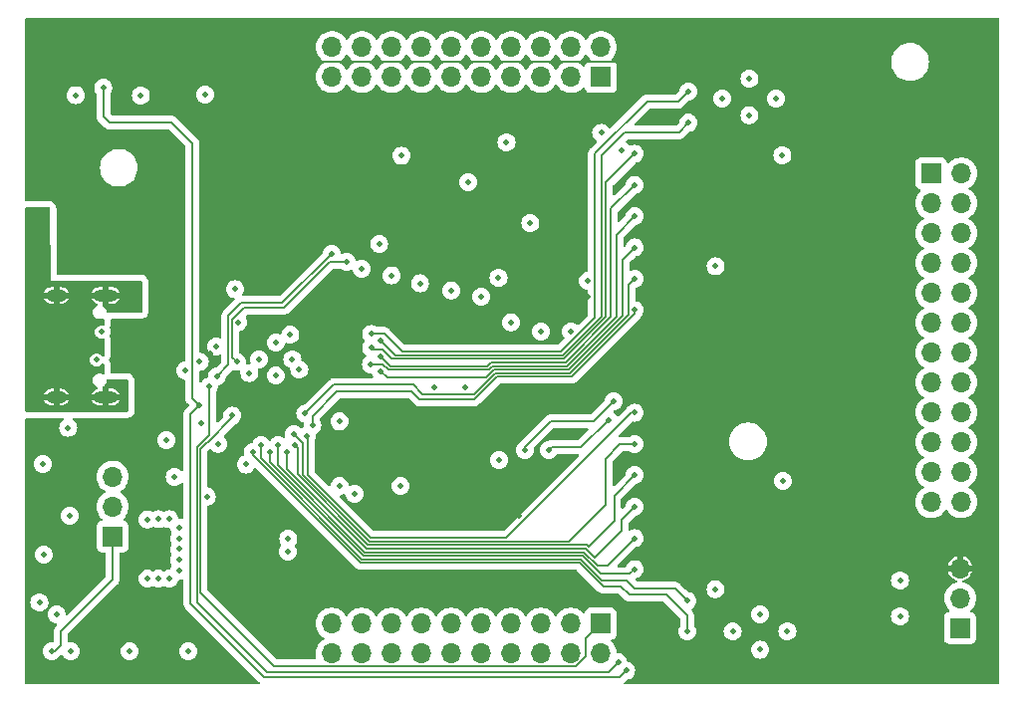
<source format=gbr>
%TF.GenerationSoftware,KiCad,Pcbnew,7.0.7*%
%TF.CreationDate,2023-10-22T12:37:57-05:00*%
%TF.ProjectId,state mode logic analyzer,73746174-6520-46d6-9f64-65206c6f6769,1*%
%TF.SameCoordinates,Original*%
%TF.FileFunction,Copper,L3,Inr*%
%TF.FilePolarity,Positive*%
%FSLAX46Y46*%
G04 Gerber Fmt 4.6, Leading zero omitted, Abs format (unit mm)*
G04 Created by KiCad (PCBNEW 7.0.7) date 2023-10-22 12:37:57*
%MOMM*%
%LPD*%
G01*
G04 APERTURE LIST*
%TA.AperFunction,ComponentPad*%
%ADD10R,1.700000X1.700000*%
%TD*%
%TA.AperFunction,ComponentPad*%
%ADD11O,1.700000X1.700000*%
%TD*%
%TA.AperFunction,ComponentPad*%
%ADD12O,2.100000X1.000000*%
%TD*%
%TA.AperFunction,ComponentPad*%
%ADD13O,1.800000X1.000000*%
%TD*%
%TA.AperFunction,ViaPad*%
%ADD14C,0.508000*%
%TD*%
%TA.AperFunction,Conductor*%
%ADD15C,0.152400*%
%TD*%
G04 APERTURE END LIST*
D10*
%TO.N,+5V*%
%TO.C,J6*%
X143000000Y-82100000D03*
D11*
%TO.N,GND*%
X143000000Y-79560000D03*
%TO.N,+3V3*%
X143000000Y-77020000D03*
%TD*%
D12*
%TO.N,GND*%
%TO.C,J1*%
X70380000Y-53830000D03*
D13*
X66200000Y-53830000D03*
D12*
X70380000Y-62470000D03*
D13*
X66200000Y-62470000D03*
%TD*%
D10*
%TO.N,GND*%
%TO.C,J5*%
X140550000Y-43450000D03*
D11*
%TO.N,/IN_CLK*%
X143090000Y-43450000D03*
%TO.N,/IN01*%
X140550000Y-45990000D03*
%TO.N,/IN00*%
X143090000Y-45990000D03*
%TO.N,/IN03*%
X140550000Y-48530000D03*
%TO.N,/IN02*%
X143090000Y-48530000D03*
%TO.N,GND*%
X140550000Y-51070000D03*
X143090000Y-51070000D03*
%TO.N,/IN05*%
X140550000Y-53610000D03*
%TO.N,/IN04*%
X143090000Y-53610000D03*
%TO.N,/IN07*%
X140550000Y-56150000D03*
%TO.N,/IN06*%
X143090000Y-56150000D03*
%TO.N,GND*%
X140550000Y-58690000D03*
X143090000Y-58690000D03*
%TO.N,/IN09*%
X140550000Y-61230000D03*
%TO.N,/IN08*%
X143090000Y-61230000D03*
%TO.N,/IN11*%
X140550000Y-63770000D03*
%TO.N,/IN10*%
X143090000Y-63770000D03*
%TO.N,GND*%
X140550000Y-66310000D03*
X143090000Y-66310000D03*
%TO.N,/IN13*%
X140550000Y-68850000D03*
%TO.N,/IN12*%
X143090000Y-68850000D03*
%TO.N,/IN15*%
X140550000Y-71390000D03*
%TO.N,/IN14*%
X143090000Y-71390000D03*
%TD*%
D10*
%TO.N,/CLK*%
%TO.C,J3*%
X112450000Y-81725000D03*
D11*
%TO.N,GND*%
X112450000Y-84265000D03*
%TO.N,/TS0*%
X109910000Y-81725000D03*
%TO.N,/LA_Enable*%
X109910000Y-84265000D03*
%TO.N,/TS1*%
X107370000Y-81725000D03*
%TO.N,GND*%
X107370000Y-84265000D03*
%TO.N,/TS2*%
X104830000Y-81725000D03*
%TO.N,GND*%
X104830000Y-84265000D03*
%TO.N,/TS3*%
X102290000Y-81725000D03*
%TO.N,GND*%
X102290000Y-84265000D03*
%TO.N,/TS4*%
X99750000Y-81725000D03*
%TO.N,GND*%
X99750000Y-84265000D03*
%TO.N,/TS5*%
X97210000Y-81725000D03*
%TO.N,GND*%
X97210000Y-84265000D03*
%TO.N,/TS6*%
X94670000Y-81725000D03*
%TO.N,GND*%
X94670000Y-84265000D03*
%TO.N,/TS7*%
X92130000Y-81725000D03*
%TO.N,GND*%
X92130000Y-84265000D03*
%TO.N,/SCL*%
X89590000Y-81725000D03*
%TO.N,/SDA*%
X89590000Y-84265000D03*
%TD*%
D10*
%TO.N,+5V*%
%TO.C,J2*%
X70975000Y-74325000D03*
D11*
%TO.N,/VBUS*%
X70975000Y-71785000D03*
%TO.N,GND*%
X70975000Y-69245000D03*
%TD*%
D10*
%TO.N,/CLK*%
%TO.C,J4*%
X112475000Y-35250000D03*
D11*
%TO.N,GND*%
X112475000Y-32710000D03*
%TO.N,/TS0*%
X109935000Y-35250000D03*
%TO.N,/LA_Enable*%
X109935000Y-32710000D03*
%TO.N,/TS1*%
X107395000Y-35250000D03*
%TO.N,GND*%
X107395000Y-32710000D03*
%TO.N,/TS2*%
X104855000Y-35250000D03*
%TO.N,GND*%
X104855000Y-32710000D03*
%TO.N,/TS3*%
X102315000Y-35250000D03*
%TO.N,GND*%
X102315000Y-32710000D03*
%TO.N,/TS4*%
X99775000Y-35250000D03*
%TO.N,GND*%
X99775000Y-32710000D03*
%TO.N,/TS5*%
X97235000Y-35250000D03*
%TO.N,GND*%
X97235000Y-32710000D03*
%TO.N,/TS6*%
X94695000Y-35250000D03*
%TO.N,GND*%
X94695000Y-32710000D03*
%TO.N,/TS7*%
X92155000Y-35250000D03*
%TO.N,GND*%
X92155000Y-32710000D03*
%TO.N,/SCL*%
X89615000Y-35250000D03*
%TO.N,/SDA*%
X89615000Y-32710000D03*
%TD*%
D14*
%TO.N,GND*%
X81375000Y-53300000D03*
X76625000Y-74475000D03*
X78825000Y-36750000D03*
X76250000Y-69250000D03*
X95450000Y-70050000D03*
X114250000Y-41500000D03*
X127900000Y-41925000D03*
X76625000Y-76325000D03*
X73950000Y-72875000D03*
X67400000Y-84100000D03*
X86250000Y-59250000D03*
X84825000Y-60650000D03*
X126025000Y-83950000D03*
X64750000Y-79925000D03*
X75800000Y-77925000D03*
X137900000Y-78075000D03*
X75800000Y-72850000D03*
X76625000Y-77250000D03*
X91525000Y-70700000D03*
X122225000Y-78800000D03*
X123675000Y-82400000D03*
X67825000Y-36800000D03*
X126025000Y-80925000D03*
X72425000Y-84100000D03*
X128325000Y-82375000D03*
X125100000Y-38500000D03*
X85900000Y-74500000D03*
X85875000Y-75600000D03*
X65100000Y-75850000D03*
X127925000Y-69575000D03*
X95525000Y-41950000D03*
X103825000Y-67825000D03*
X101200000Y-44175000D03*
X74875000Y-77925000D03*
X77400000Y-84100000D03*
X125100000Y-35400000D03*
X76625000Y-73550000D03*
X98350000Y-61650000D03*
X127350000Y-37100000D03*
X84825000Y-57850000D03*
X65050000Y-68150000D03*
X78375000Y-59475000D03*
X122800000Y-37075000D03*
X86075000Y-57175000D03*
X103775000Y-52325000D03*
X106475000Y-47675000D03*
X73950000Y-77925000D03*
X73375000Y-36825000D03*
X76625000Y-75400000D03*
X104450000Y-40825000D03*
X74875000Y-72850000D03*
X83425000Y-59250000D03*
X93625000Y-49425000D03*
X122225000Y-51350000D03*
X137900000Y-81125000D03*
X90250000Y-64550000D03*
X71850000Y-54900000D03*
X100900000Y-61650000D03*
X82325000Y-68200000D03*
X72000000Y-62125000D03*
X111375000Y-52600000D03*
X90250000Y-70050000D03*
%TO.N,+5V*%
X65775000Y-84075000D03*
%TO.N,+3V3*%
X69175000Y-81650000D03*
X87575000Y-81550000D03*
X83208521Y-57058896D03*
X106743000Y-43426943D03*
X64700000Y-44700000D03*
X83375000Y-71250000D03*
X105550000Y-72550000D03*
X95675000Y-49675000D03*
X89075000Y-56575000D03*
X123950000Y-49200000D03*
X95800000Y-65900000D03*
X99200000Y-69325000D03*
X73350000Y-66100000D03*
X103750000Y-47850000D03*
X83550000Y-61300000D03*
X79225000Y-58750000D03*
X64700000Y-39750000D03*
X79575000Y-72025000D03*
X84075000Y-33075000D03*
X111350000Y-53900000D03*
X85750000Y-72975000D03*
X86175000Y-61175000D03*
X103550000Y-62700000D03*
X79575000Y-72950000D03*
X103075000Y-44200000D03*
X82950000Y-72975000D03*
X66350000Y-44700000D03*
X96575000Y-73200000D03*
X85775000Y-72025000D03*
X84300000Y-71250000D03*
X125025000Y-77675000D03*
X66350000Y-39725000D03*
X82950000Y-72050000D03*
X84825000Y-53275000D03*
X85250000Y-71250000D03*
%TO.N,+1V1*%
X81650000Y-56100000D03*
X66200000Y-80950000D03*
X86838622Y-60138622D03*
%TO.N,Net-(J1-CC1)*%
X70025000Y-56925000D03*
%TO.N,Net-(J1-CC2)*%
X69600000Y-59300000D03*
%TO.N,/SDA*%
X90875000Y-50974996D03*
X81525000Y-59475000D03*
%TO.N,/SCL*%
X79825000Y-60700000D03*
X89600000Y-50275000D03*
%TO.N,Net-(R10-Pad2)*%
X67200000Y-65075000D03*
X78975000Y-70925000D03*
%TO.N,/CNT_RESET*%
X114625000Y-85725000D03*
X106000000Y-66975000D03*
X70175000Y-36150000D03*
X113550000Y-62825000D03*
X78357900Y-63175000D03*
%TO.N,/TS0*%
X109935000Y-56875000D03*
%TO.N,/TS1*%
X107395000Y-56900000D03*
%TO.N,/TS2*%
X104855000Y-56108200D03*
%TO.N,/TS3*%
X102315000Y-53950006D03*
%TO.N,/TS4*%
X99774990Y-53400000D03*
%TO.N,/TS5*%
X97100000Y-52800000D03*
%TO.N,/TS6*%
X94695000Y-52125000D03*
%TO.N,/TS7*%
X92155000Y-51575004D03*
%TO.N,/CNT_CLK*%
X108050000Y-66950000D03*
X113100000Y-64400000D03*
X79150000Y-61600000D03*
X113950000Y-85025000D03*
%TO.N,/CLK*%
X81150000Y-64050000D03*
X112500000Y-40000000D03*
%TO.N,/LA_Enable*%
X78525000Y-64700000D03*
%TO.N,Net-(U1-QSPI_SD2)*%
X79938114Y-66440089D03*
X82600000Y-60425000D03*
%TO.N,/BUF00*%
X119925000Y-36475000D03*
X92950000Y-57100000D03*
%TO.N,/BUF01*%
X93750000Y-57700000D03*
X119925000Y-39150000D03*
%TO.N,/BUF02*%
X115350000Y-41775000D03*
X92949996Y-58275000D03*
%TO.N,/BUF03*%
X115350000Y-44425000D03*
X93750000Y-59025000D03*
%TO.N,/BUF04*%
X92925000Y-59675000D03*
X115350000Y-47100000D03*
%TO.N,/BUF05*%
X93750000Y-60250000D03*
X115350000Y-49750000D03*
%TO.N,/BUF06*%
X87350000Y-63875000D03*
X115350000Y-52425000D03*
%TO.N,/BUF07*%
X115350000Y-55075000D03*
X87950000Y-64875000D03*
%TO.N,/BUF08*%
X115350000Y-63800000D03*
X87500004Y-65750000D03*
%TO.N,/BUF09*%
X115350000Y-66450000D03*
X86375000Y-65625000D03*
%TO.N,/BUF10*%
X86450000Y-66575000D03*
X115350000Y-69100000D03*
%TO.N,/BUF11*%
X85750000Y-67175000D03*
X115350000Y-71775000D03*
%TO.N,/BUF12*%
X85050000Y-66550000D03*
X115350000Y-74475000D03*
%TO.N,/BUF13*%
X115350000Y-77100000D03*
X84325000Y-67125000D03*
%TO.N,/BUF14*%
X83600000Y-66550000D03*
X119825000Y-79800000D03*
%TO.N,/BUF15*%
X119800000Y-82400000D03*
X82875000Y-67125000D03*
%TO.N,/Run*%
X75550000Y-66125000D03*
X67325000Y-72550000D03*
%TO.N,/~{CS}*%
X79791692Y-58170658D03*
X77125000Y-60225000D03*
%TD*%
D15*
%TO.N,+5V*%
X66550000Y-83600000D02*
X66550000Y-82375000D01*
X66075000Y-84075000D02*
X66550000Y-83600000D01*
X66550000Y-82375000D02*
X70975000Y-77950000D01*
X65775000Y-84075000D02*
X66075000Y-84075000D01*
X70975000Y-77950000D02*
X70975000Y-74325000D01*
%TO.N,+3V3*%
X88675000Y-33975000D02*
X113750000Y-33975000D01*
X113750000Y-33975000D02*
X113850000Y-33875000D01*
%TO.N,/SDA*%
X81525000Y-59475000D02*
X81116600Y-59066600D01*
X82145658Y-54850000D02*
X85571579Y-54850000D01*
X89446583Y-50974996D02*
X90875000Y-50974996D01*
X85571579Y-54850000D02*
X89446583Y-50974996D01*
X81116600Y-59066600D02*
X81116600Y-55879058D01*
X81116600Y-55879058D02*
X82145658Y-54850000D01*
%TO.N,/SCL*%
X81900000Y-54475000D02*
X85400000Y-54475000D01*
X79825000Y-60700000D02*
X80811800Y-59713200D01*
X85400000Y-54475000D02*
X89600000Y-50275000D01*
X80811800Y-55563200D02*
X81900000Y-54475000D01*
X80811800Y-59713200D02*
X80811800Y-55563200D01*
%TO.N,/CNT_RESET*%
X70200000Y-38600000D02*
X70725000Y-39125000D01*
X108217874Y-64532126D02*
X111842874Y-64532126D01*
X70200000Y-36175000D02*
X70200000Y-38600000D01*
X114625000Y-85725000D02*
X114050000Y-86300000D01*
X70725000Y-39125000D02*
X75975000Y-39125000D01*
X75975000Y-39125000D02*
X77725000Y-40875000D01*
X106000000Y-66750000D02*
X108217874Y-64532126D01*
X77565400Y-79990400D02*
X77565400Y-63967500D01*
X106000000Y-66975000D02*
X106000000Y-66750000D01*
X70175000Y-36150000D02*
X70200000Y-36175000D01*
X77725000Y-40875000D02*
X77725000Y-62542100D01*
X111842874Y-64532126D02*
X113550000Y-62825000D01*
X77725000Y-62542100D02*
X78357900Y-63175000D01*
X114050000Y-86300000D02*
X83875000Y-86300000D01*
X83875000Y-86300000D02*
X77565400Y-79990400D01*
X77565400Y-63967500D02*
X78357900Y-63175000D01*
%TO.N,/CNT_CLK*%
X108300000Y-66700000D02*
X108050000Y-66950000D01*
X79150000Y-65718948D02*
X79150000Y-61600000D01*
X78136800Y-66732148D02*
X79150000Y-65718948D01*
X113950000Y-85025000D02*
X113125000Y-85850000D01*
X113125000Y-85850000D02*
X84100000Y-85850000D01*
X113100000Y-64400000D02*
X110800000Y-66700000D01*
X78136800Y-79217852D02*
X78136800Y-66732148D01*
X78145200Y-79226252D02*
X78136800Y-79217852D01*
X78145200Y-79895200D02*
X78145200Y-79226252D01*
X84100000Y-85850000D02*
X78145200Y-79895200D01*
X110800000Y-66700000D02*
X108300000Y-66700000D01*
%TO.N,/CLK*%
X81150000Y-64179342D02*
X79054342Y-66275000D01*
X84693600Y-85343600D02*
X110375000Y-85343600D01*
X78441600Y-66858400D02*
X78441600Y-79091600D01*
X78441600Y-79091600D02*
X84693600Y-85343600D01*
X111175000Y-84543600D02*
X111175000Y-83000000D01*
X111175000Y-83000000D02*
X112450000Y-81725000D01*
X81150000Y-64050000D02*
X81150000Y-64179342D01*
X110375000Y-85343600D02*
X111175000Y-84543600D01*
X79054342Y-66275000D02*
X79025000Y-66275000D01*
X79025000Y-66275000D02*
X78441600Y-66858400D01*
%TO.N,/BUF00*%
X116395658Y-37325000D02*
X119075000Y-37325000D01*
X119075000Y-37325000D02*
X119925000Y-36475000D01*
X111975000Y-55732636D02*
X111975000Y-41745658D01*
X94075000Y-57100000D02*
X95575000Y-58600000D01*
X95575000Y-58600000D02*
X109107636Y-58600000D01*
X109107636Y-58600000D02*
X111975000Y-55732636D01*
X92950000Y-57100000D02*
X94075000Y-57100000D01*
X111975000Y-41745658D02*
X116395658Y-37325000D01*
%TO.N,/BUF01*%
X114512500Y-39962500D02*
X119112500Y-39962500D01*
X109217488Y-58921200D02*
X94971200Y-58921200D01*
X119112500Y-39962500D02*
X119925000Y-39150000D01*
X114512500Y-39962500D02*
X112529800Y-41945200D01*
X94971200Y-58921200D02*
X93750000Y-57700000D01*
X112529800Y-41945200D02*
X112529800Y-55608888D01*
X112529800Y-55608888D02*
X109217488Y-58921200D01*
%TO.N,/BUF02*%
X109343740Y-59226000D02*
X112904800Y-55664940D01*
X92949996Y-58275000D02*
X93074996Y-58400000D01*
X93074996Y-58400000D02*
X93879342Y-58400000D01*
X93879342Y-58400000D02*
X94705342Y-59226000D01*
X112904800Y-44220200D02*
X115350000Y-41775000D01*
X112904800Y-55664940D02*
X112904800Y-44220200D01*
X94705342Y-59226000D02*
X109343740Y-59226000D01*
%TO.N,/BUF03*%
X103119992Y-59530800D02*
X109469992Y-59530800D01*
X94555800Y-59830800D02*
X102819992Y-59830800D01*
X109469992Y-59530800D02*
X113334600Y-55666192D01*
X113334600Y-55666192D02*
X113334600Y-46440400D01*
X93750000Y-59025000D02*
X94555800Y-59830800D01*
X102819992Y-59830800D02*
X103119992Y-59530800D01*
X113334600Y-46440400D02*
X115350000Y-44425000D01*
%TO.N,/BUF04*%
X102946244Y-60135600D02*
X103246244Y-59835600D01*
X94389942Y-60135600D02*
X102946244Y-60135600D01*
X109596244Y-59835600D02*
X113800000Y-55631844D01*
X103246244Y-59835600D02*
X109596244Y-59835600D01*
X93929342Y-59675000D02*
X94389942Y-60135600D01*
X92925000Y-59675000D02*
X93929342Y-59675000D01*
X113800000Y-55631844D02*
X113800000Y-48650000D01*
X113800000Y-48650000D02*
X115350000Y-47100000D01*
%TO.N,/BUF05*%
X109722496Y-60140400D02*
X114325000Y-55537896D01*
X103372496Y-60140400D02*
X109722496Y-60140400D01*
X102697496Y-60815400D02*
X103372496Y-60140400D01*
X114325000Y-55537896D02*
X114325000Y-50775000D01*
X93750000Y-60250000D02*
X94315400Y-60815400D01*
X114325000Y-50775000D02*
X115350000Y-49750000D01*
X94315400Y-60815400D02*
X102697496Y-60815400D01*
%TO.N,/BUF06*%
X97325000Y-62225000D02*
X101718948Y-62225000D01*
X103498748Y-60445200D02*
X109848748Y-60445200D01*
X109848748Y-60445200D02*
X114816600Y-55477348D01*
X114816600Y-55477348D02*
X114816600Y-52958400D01*
X87350000Y-63875000D02*
X89800000Y-61425000D01*
X89800000Y-61425000D02*
X96525000Y-61425000D01*
X101718948Y-62225000D02*
X103498748Y-60445200D01*
X114816600Y-52958400D02*
X115350000Y-52425000D01*
X96525000Y-61425000D02*
X97325000Y-62225000D01*
%TO.N,/BUF07*%
X115350000Y-55375000D02*
X115350000Y-55075000D01*
X97050000Y-62650000D02*
X101725000Y-62650000D01*
X90050000Y-61975000D02*
X96375000Y-61975000D01*
X96375000Y-61975000D02*
X97050000Y-62650000D01*
X87950000Y-64875000D02*
X87950000Y-64075000D01*
X87950000Y-64075000D02*
X90050000Y-61975000D01*
X101725000Y-62650000D02*
X103625000Y-60750000D01*
X103625000Y-60750000D02*
X109975000Y-60750000D01*
X109975000Y-60750000D02*
X115350000Y-55375000D01*
%TO.N,/BUF08*%
X115060394Y-63800000D02*
X115350000Y-63800000D01*
X87600000Y-69107636D02*
X92933764Y-74441400D01*
X104418994Y-74441400D02*
X115060394Y-63800000D01*
X87600000Y-65849996D02*
X87600000Y-69107636D01*
X92933764Y-74441400D02*
X104418994Y-74441400D01*
X87500004Y-65750000D02*
X87600000Y-65849996D01*
%TO.N,/BUF09*%
X87150000Y-69088688D02*
X92807512Y-74746200D01*
X92807512Y-74746200D02*
X109753800Y-74746200D01*
X112850000Y-67700000D02*
X114100000Y-66450000D01*
X112850000Y-71650000D02*
X112850000Y-67700000D01*
X114100000Y-66450000D02*
X115350000Y-66450000D01*
X87150000Y-66400000D02*
X87150000Y-69088688D01*
X109753800Y-74746200D02*
X112850000Y-71650000D01*
X86375000Y-65625000D02*
X87150000Y-66400000D01*
%TO.N,/BUF10*%
X113600000Y-72950000D02*
X111402630Y-75147370D01*
X115350000Y-69100000D02*
X113600000Y-70850000D01*
X111402630Y-75147370D02*
X111306260Y-75051000D01*
X86675000Y-66800000D02*
X86450000Y-66575000D01*
X86675000Y-69044740D02*
X86675000Y-66800000D01*
X111306260Y-75051000D02*
X92681260Y-75051000D01*
X92681260Y-75051000D02*
X86675000Y-69044740D01*
X113600000Y-70850000D02*
X113600000Y-72950000D01*
%TO.N,/BUF11*%
X114200000Y-72925000D02*
X114200000Y-73835808D01*
X114200000Y-73835808D02*
X111930008Y-76105800D01*
X111930008Y-76105800D02*
X111180008Y-75355800D01*
X111180008Y-75355800D02*
X92555008Y-75355800D01*
X85750000Y-68550792D02*
X85750000Y-67175000D01*
X92555008Y-75355800D02*
X85750000Y-68550792D01*
X115350000Y-71775000D02*
X114200000Y-72925000D01*
%TO.N,/BUF12*%
X112203756Y-76810600D02*
X113014400Y-76810600D01*
X111053756Y-75660600D02*
X112203756Y-76810600D01*
X113014400Y-76810600D02*
X115350000Y-74475000D01*
X85050000Y-68281844D02*
X92428756Y-75660600D01*
X92428756Y-75660600D02*
X111053756Y-75660600D01*
X85050000Y-66550000D02*
X85050000Y-68281844D01*
%TO.N,/BUF13*%
X84325000Y-67987896D02*
X92302504Y-75965400D01*
X110927504Y-75965400D02*
X112477504Y-77515400D01*
X84325000Y-67125000D02*
X84325000Y-67987896D01*
X114934600Y-77515400D02*
X115350000Y-77100000D01*
X92302504Y-75965400D02*
X110927504Y-75965400D01*
X112477504Y-77515400D02*
X114934600Y-77515400D01*
%TO.N,/BUF14*%
X118775000Y-78750000D02*
X119825000Y-79800000D01*
X115350000Y-78750000D02*
X114646974Y-78046974D01*
X114646974Y-78046974D02*
X112578026Y-78046974D01*
X92176252Y-76270200D02*
X83600000Y-67693948D01*
X110801252Y-76270200D02*
X92176252Y-76270200D01*
X112578026Y-78046974D02*
X110801252Y-76270200D01*
X115350000Y-78750000D02*
X118775000Y-78750000D01*
X83600000Y-67693948D02*
X83600000Y-66550000D01*
%TO.N,/BUF15*%
X92050000Y-76575000D02*
X110675000Y-76575000D01*
X82875000Y-67400000D02*
X92050000Y-76575000D01*
X119800000Y-81050000D02*
X119800000Y-82400000D01*
X118025000Y-79275000D02*
X119800000Y-81050000D01*
X110675000Y-76575000D02*
X112675000Y-78575000D01*
X114175000Y-78575000D02*
X114875000Y-79275000D01*
X112675000Y-78575000D02*
X114175000Y-78575000D01*
X82875000Y-67125000D02*
X82875000Y-67400000D01*
X114875000Y-79275000D02*
X118025000Y-79275000D01*
%TD*%
%TA.AperFunction,Conductor*%
%TO.N,GND*%
G36*
X65549663Y-46310403D02*
G01*
X65617709Y-46330657D01*
X65664003Y-46384485D01*
X65675195Y-46435893D01*
X65699999Y-52574999D01*
X65700000Y-52575000D01*
X73374000Y-52575000D01*
X73442121Y-52595002D01*
X73488614Y-52648658D01*
X73500000Y-52701000D01*
X73500000Y-55174000D01*
X73479998Y-55242121D01*
X73426342Y-55288614D01*
X73374000Y-55300000D01*
X70580265Y-55300000D01*
X70512144Y-55279998D01*
X70465651Y-55226342D01*
X70455343Y-55190446D01*
X70444584Y-55108721D01*
X70386192Y-54967751D01*
X70386192Y-54967750D01*
X70293304Y-54846696D01*
X70172250Y-54753808D01*
X70172247Y-54753807D01*
X70172246Y-54753806D01*
X70165825Y-54751146D01*
X70157769Y-54747810D01*
X70102490Y-54703264D01*
X70080068Y-54635901D01*
X70097626Y-54567109D01*
X70116894Y-54542306D01*
X70126000Y-54533200D01*
X70126000Y-54256000D01*
X70146002Y-54187879D01*
X70199658Y-54141386D01*
X70252000Y-54130000D01*
X70508000Y-54130000D01*
X70576121Y-54150002D01*
X70622614Y-54203658D01*
X70634000Y-54256000D01*
X70634000Y-54533200D01*
X70972533Y-54533200D01*
X70972543Y-54533199D01*
X71099520Y-54517782D01*
X71259197Y-54457223D01*
X71259200Y-54457222D01*
X71399732Y-54360219D01*
X71399734Y-54360217D01*
X71512968Y-54232402D01*
X71512973Y-54232396D01*
X71590858Y-54084000D01*
X71336489Y-54084000D01*
X71268368Y-54063998D01*
X71221875Y-54010342D01*
X71211771Y-53940068D01*
X71215299Y-53923519D01*
X71221384Y-53902131D01*
X71233895Y-53858160D01*
X71223546Y-53746479D01*
X71220701Y-53736478D01*
X71221299Y-53665484D01*
X71260185Y-53606084D01*
X71325012Y-53577136D01*
X71341892Y-53576000D01*
X71590858Y-53576000D01*
X71512973Y-53427603D01*
X71512968Y-53427597D01*
X71399734Y-53299782D01*
X71399732Y-53299780D01*
X71259200Y-53202777D01*
X71259197Y-53202776D01*
X71099520Y-53142217D01*
X70972543Y-53126800D01*
X70634000Y-53126800D01*
X70634000Y-53404000D01*
X70613998Y-53472121D01*
X70560342Y-53518614D01*
X70508000Y-53530000D01*
X70252000Y-53530000D01*
X70183879Y-53509998D01*
X70137386Y-53456342D01*
X70126000Y-53404000D01*
X70126000Y-53126800D01*
X69787456Y-53126800D01*
X69660479Y-53142217D01*
X69500802Y-53202776D01*
X69500799Y-53202777D01*
X69360267Y-53299780D01*
X69360265Y-53299782D01*
X69247031Y-53427597D01*
X69247026Y-53427603D01*
X69169141Y-53576000D01*
X69423511Y-53576000D01*
X69491632Y-53596002D01*
X69538125Y-53649658D01*
X69548229Y-53719932D01*
X69544701Y-53736481D01*
X69526105Y-53801840D01*
X69526104Y-53801841D01*
X69536453Y-53913520D01*
X69539299Y-53923522D01*
X69538701Y-53994516D01*
X69499815Y-54053916D01*
X69434988Y-54082864D01*
X69418108Y-54084000D01*
X69169142Y-54084000D01*
X69247026Y-54232396D01*
X69247031Y-54232402D01*
X69360265Y-54360217D01*
X69360267Y-54360219D01*
X69500799Y-54457222D01*
X69500804Y-54457225D01*
X69622940Y-54503545D01*
X69679541Y-54546403D01*
X69703986Y-54613059D01*
X69688514Y-54682349D01*
X69638037Y-54732275D01*
X69626480Y-54737765D01*
X69587753Y-54753806D01*
X69587748Y-54753809D01*
X69466696Y-54846696D01*
X69373809Y-54967748D01*
X69373807Y-54967751D01*
X69315415Y-55108721D01*
X69295500Y-55259999D01*
X69295500Y-55260000D01*
X69315415Y-55411278D01*
X69315416Y-55411280D01*
X69373808Y-55552250D01*
X69466696Y-55673304D01*
X69587750Y-55766192D01*
X69728720Y-55824584D01*
X69842020Y-55839500D01*
X69842027Y-55839500D01*
X69917973Y-55839500D01*
X69917980Y-55839500D01*
X70031280Y-55824584D01*
X70100782Y-55795794D01*
X70171370Y-55788205D01*
X70234858Y-55819983D01*
X70271086Y-55881041D01*
X70275000Y-55912203D01*
X70275000Y-56250111D01*
X70254998Y-56318232D01*
X70201342Y-56364725D01*
X70132554Y-56375033D01*
X70025001Y-56360874D01*
X70025000Y-56360874D01*
X69878993Y-56380095D01*
X69878989Y-56380097D01*
X69742942Y-56436450D01*
X69742930Y-56436457D01*
X69626102Y-56526102D01*
X69536457Y-56642930D01*
X69536450Y-56642942D01*
X69480097Y-56778989D01*
X69480095Y-56778993D01*
X69460874Y-56924999D01*
X69460874Y-56925000D01*
X69480095Y-57071006D01*
X69480097Y-57071010D01*
X69536450Y-57207057D01*
X69536457Y-57207069D01*
X69626102Y-57323897D01*
X69742930Y-57413542D01*
X69742937Y-57413547D01*
X69878993Y-57469904D01*
X70025000Y-57489126D01*
X70132554Y-57474966D01*
X70202702Y-57485905D01*
X70255801Y-57533033D01*
X70275000Y-57599888D01*
X70275000Y-58889743D01*
X70254998Y-58957864D01*
X70201342Y-59004357D01*
X70131068Y-59014461D01*
X70066488Y-58984967D01*
X70049038Y-58966447D01*
X69998897Y-58901102D01*
X69882069Y-58811457D01*
X69882065Y-58811455D01*
X69882063Y-58811453D01*
X69882060Y-58811451D01*
X69882057Y-58811450D01*
X69746010Y-58755097D01*
X69746006Y-58755095D01*
X69600000Y-58735874D01*
X69453993Y-58755095D01*
X69453989Y-58755097D01*
X69317942Y-58811450D01*
X69317930Y-58811457D01*
X69201102Y-58901102D01*
X69111457Y-59017930D01*
X69111450Y-59017942D01*
X69055097Y-59153989D01*
X69055095Y-59153993D01*
X69035874Y-59299999D01*
X69035874Y-59300000D01*
X69055095Y-59446006D01*
X69055097Y-59446010D01*
X69111450Y-59582057D01*
X69111457Y-59582069D01*
X69201102Y-59698897D01*
X69317930Y-59788542D01*
X69317937Y-59788547D01*
X69453993Y-59844904D01*
X69600000Y-59864126D01*
X69746007Y-59844904D01*
X69882063Y-59788547D01*
X69998897Y-59698897D01*
X70049037Y-59633552D01*
X70106375Y-59591685D01*
X70177246Y-59587463D01*
X70239149Y-59622227D01*
X70272430Y-59684939D01*
X70275000Y-59710256D01*
X70275000Y-60387796D01*
X70254998Y-60455917D01*
X70201342Y-60502410D01*
X70131068Y-60512514D01*
X70100782Y-60504205D01*
X70031278Y-60475415D01*
X69917982Y-60460500D01*
X69917980Y-60460500D01*
X69842020Y-60460500D01*
X69842017Y-60460500D01*
X69728721Y-60475415D01*
X69587751Y-60533807D01*
X69587748Y-60533809D01*
X69466696Y-60626696D01*
X69373809Y-60747748D01*
X69373807Y-60747751D01*
X69315415Y-60888721D01*
X69295500Y-61039999D01*
X69295500Y-61040000D01*
X69315415Y-61191278D01*
X69315416Y-61191280D01*
X69373808Y-61332250D01*
X69466696Y-61453304D01*
X69587750Y-61546192D01*
X69626479Y-61562234D01*
X69681759Y-61606781D01*
X69704180Y-61674145D01*
X69686622Y-61742936D01*
X69634660Y-61791314D01*
X69622941Y-61796454D01*
X69500802Y-61842776D01*
X69500799Y-61842777D01*
X69360267Y-61939780D01*
X69360265Y-61939782D01*
X69247031Y-62067597D01*
X69247026Y-62067603D01*
X69169141Y-62216000D01*
X69423511Y-62216000D01*
X69491632Y-62236002D01*
X69538125Y-62289658D01*
X69548229Y-62359932D01*
X69544701Y-62376481D01*
X69526105Y-62441840D01*
X69526104Y-62441841D01*
X69536453Y-62553520D01*
X69539299Y-62563522D01*
X69538701Y-62634516D01*
X69499815Y-62693916D01*
X69434988Y-62722864D01*
X69418108Y-62724000D01*
X69169142Y-62724000D01*
X69247026Y-62872396D01*
X69247031Y-62872402D01*
X69360265Y-63000217D01*
X69360267Y-63000219D01*
X69500799Y-63097222D01*
X69500802Y-63097223D01*
X69660479Y-63157782D01*
X69787456Y-63173199D01*
X69787467Y-63173200D01*
X70126000Y-63173200D01*
X70126000Y-62896000D01*
X70146002Y-62827879D01*
X70199658Y-62781386D01*
X70252000Y-62770000D01*
X70508000Y-62770000D01*
X70576121Y-62790002D01*
X70622614Y-62843658D01*
X70634000Y-62896000D01*
X70634000Y-63173200D01*
X70972533Y-63173200D01*
X70972543Y-63173199D01*
X71099520Y-63157782D01*
X71259197Y-63097223D01*
X71259200Y-63097222D01*
X71399732Y-63000219D01*
X71399734Y-63000217D01*
X71512968Y-62872402D01*
X71512973Y-62872396D01*
X71590858Y-62724000D01*
X71336489Y-62724000D01*
X71268368Y-62703998D01*
X71221875Y-62650342D01*
X71211771Y-62580068D01*
X71215299Y-62563519D01*
X71221384Y-62542131D01*
X71233895Y-62498160D01*
X71223546Y-62386479D01*
X71220701Y-62376478D01*
X71221299Y-62305484D01*
X71260185Y-62246084D01*
X71325012Y-62217136D01*
X71341892Y-62216000D01*
X71590858Y-62216000D01*
X71512973Y-62067603D01*
X71512968Y-62067597D01*
X71399734Y-61939782D01*
X71399732Y-61939780D01*
X71259200Y-61842777D01*
X71259197Y-61842776D01*
X71099520Y-61782217D01*
X70972543Y-61766800D01*
X70634000Y-61766800D01*
X70634000Y-62044000D01*
X70613998Y-62112121D01*
X70560342Y-62158614D01*
X70508000Y-62170000D01*
X70252000Y-62170000D01*
X70183879Y-62149998D01*
X70137386Y-62096342D01*
X70126000Y-62044000D01*
X70126000Y-61766799D01*
X70116893Y-61757692D01*
X70082867Y-61695380D01*
X70087932Y-61624565D01*
X70130479Y-61567729D01*
X70157767Y-61552190D01*
X70172250Y-61546192D01*
X70293304Y-61453304D01*
X70386192Y-61332250D01*
X70444584Y-61191280D01*
X70461925Y-61059554D01*
X70490648Y-60994627D01*
X70549914Y-60955535D01*
X70586848Y-60950000D01*
X72199000Y-60950000D01*
X72267121Y-60970002D01*
X72313614Y-61023658D01*
X72325000Y-61076000D01*
X72325000Y-63599000D01*
X72304998Y-63667121D01*
X72251342Y-63713614D01*
X72199000Y-63725000D01*
X63676500Y-63725000D01*
X63608379Y-63704998D01*
X63561886Y-63651342D01*
X63550500Y-63599000D01*
X63550500Y-62216000D01*
X65139141Y-62216000D01*
X65393511Y-62216000D01*
X65461632Y-62236002D01*
X65508125Y-62289658D01*
X65518229Y-62359932D01*
X65514701Y-62376481D01*
X65496105Y-62441840D01*
X65496104Y-62441841D01*
X65506453Y-62553520D01*
X65509299Y-62563522D01*
X65508701Y-62634516D01*
X65469815Y-62693916D01*
X65404988Y-62722864D01*
X65388108Y-62724000D01*
X65139142Y-62724000D01*
X65217026Y-62872396D01*
X65217031Y-62872402D01*
X65330265Y-63000217D01*
X65330267Y-63000219D01*
X65470799Y-63097222D01*
X65470802Y-63097223D01*
X65630479Y-63157782D01*
X65757456Y-63173199D01*
X65757467Y-63173200D01*
X65946000Y-63173200D01*
X65946000Y-62896000D01*
X65966002Y-62827879D01*
X66019658Y-62781386D01*
X66072000Y-62770000D01*
X66328000Y-62770000D01*
X66396121Y-62790002D01*
X66442614Y-62843658D01*
X66454000Y-62896000D01*
X66454000Y-63173200D01*
X66642533Y-63173200D01*
X66642543Y-63173199D01*
X66769520Y-63157782D01*
X66929197Y-63097223D01*
X66929200Y-63097222D01*
X67069732Y-63000219D01*
X67069734Y-63000217D01*
X67182968Y-62872402D01*
X67182973Y-62872396D01*
X67260858Y-62724000D01*
X67006489Y-62724000D01*
X66938368Y-62703998D01*
X66891875Y-62650342D01*
X66881771Y-62580068D01*
X66885299Y-62563519D01*
X66891384Y-62542131D01*
X66903895Y-62498160D01*
X66893546Y-62386479D01*
X66890701Y-62376478D01*
X66891299Y-62305484D01*
X66930185Y-62246084D01*
X66995012Y-62217136D01*
X67011892Y-62216000D01*
X67260858Y-62216000D01*
X67182973Y-62067603D01*
X67182968Y-62067597D01*
X67069734Y-61939782D01*
X67069732Y-61939780D01*
X66929200Y-61842777D01*
X66929197Y-61842776D01*
X66769520Y-61782217D01*
X66642543Y-61766800D01*
X66454000Y-61766800D01*
X66454000Y-62044000D01*
X66433998Y-62112121D01*
X66380342Y-62158614D01*
X66328000Y-62170000D01*
X66072000Y-62170000D01*
X66003879Y-62149998D01*
X65957386Y-62096342D01*
X65946000Y-62044000D01*
X65946000Y-61766800D01*
X65757456Y-61766800D01*
X65630479Y-61782217D01*
X65470802Y-61842776D01*
X65470799Y-61842777D01*
X65330267Y-61939780D01*
X65330265Y-61939782D01*
X65217031Y-62067597D01*
X65217026Y-62067603D01*
X65139141Y-62216000D01*
X63550500Y-62216000D01*
X63550500Y-53576000D01*
X65139141Y-53576000D01*
X65393511Y-53576000D01*
X65461632Y-53596002D01*
X65508125Y-53649658D01*
X65518229Y-53719932D01*
X65514701Y-53736481D01*
X65496105Y-53801840D01*
X65496104Y-53801841D01*
X65506453Y-53913520D01*
X65509299Y-53923522D01*
X65508701Y-53994516D01*
X65469815Y-54053916D01*
X65404988Y-54082864D01*
X65388108Y-54084000D01*
X65139142Y-54084000D01*
X65217026Y-54232396D01*
X65217031Y-54232402D01*
X65330265Y-54360217D01*
X65330267Y-54360219D01*
X65470799Y-54457222D01*
X65470802Y-54457223D01*
X65630479Y-54517782D01*
X65757456Y-54533199D01*
X65757467Y-54533200D01*
X65946000Y-54533200D01*
X65946000Y-54256000D01*
X65966002Y-54187879D01*
X66019658Y-54141386D01*
X66072000Y-54130000D01*
X66328000Y-54130000D01*
X66396121Y-54150002D01*
X66442614Y-54203658D01*
X66454000Y-54256000D01*
X66454000Y-54533200D01*
X66642533Y-54533200D01*
X66642543Y-54533199D01*
X66769520Y-54517782D01*
X66929197Y-54457223D01*
X66929200Y-54457222D01*
X67069732Y-54360219D01*
X67069734Y-54360217D01*
X67182968Y-54232402D01*
X67182973Y-54232396D01*
X67260858Y-54084000D01*
X67006489Y-54084000D01*
X66938368Y-54063998D01*
X66891875Y-54010342D01*
X66881771Y-53940068D01*
X66885299Y-53923519D01*
X66891384Y-53902131D01*
X66903895Y-53858160D01*
X66893546Y-53746479D01*
X66890701Y-53736478D01*
X66891299Y-53665484D01*
X66930185Y-53606084D01*
X66995012Y-53577136D01*
X67011892Y-53576000D01*
X67260858Y-53576000D01*
X67182973Y-53427603D01*
X67182968Y-53427597D01*
X67069734Y-53299782D01*
X67069732Y-53299780D01*
X66929200Y-53202777D01*
X66929197Y-53202776D01*
X66769520Y-53142217D01*
X66642543Y-53126800D01*
X66454000Y-53126800D01*
X66454000Y-53404000D01*
X66433998Y-53472121D01*
X66380342Y-53518614D01*
X66328000Y-53530000D01*
X66072000Y-53530000D01*
X66003879Y-53509998D01*
X65957386Y-53456342D01*
X65946000Y-53404000D01*
X65946000Y-53126800D01*
X65757456Y-53126800D01*
X65630479Y-53142217D01*
X65470802Y-53202776D01*
X65470799Y-53202777D01*
X65330267Y-53299780D01*
X65330265Y-53299782D01*
X65217031Y-53427597D01*
X65217026Y-53427603D01*
X65139141Y-53576000D01*
X63550500Y-53576000D01*
X63550500Y-46429466D01*
X63570502Y-46361345D01*
X63624158Y-46314852D01*
X63676961Y-46303468D01*
X65549663Y-46310403D01*
G37*
%TD.AperFunction*%
%TD*%
%TA.AperFunction,Conductor*%
%TO.N,+3V3*%
G36*
X90963354Y-33370739D02*
G01*
X90969218Y-33378810D01*
X91079279Y-33547269D01*
X91079285Y-33547277D01*
X91231755Y-33712901D01*
X91231766Y-33712912D01*
X91409418Y-33851185D01*
X91409421Y-33851187D01*
X91409424Y-33851189D01*
X91409430Y-33851192D01*
X91483957Y-33891525D01*
X91526817Y-33936566D01*
X91535018Y-33998197D01*
X91505426Y-34052877D01*
X91483957Y-34068475D01*
X91409430Y-34108807D01*
X91409418Y-34108814D01*
X91231766Y-34247087D01*
X91231755Y-34247098D01*
X91079285Y-34412722D01*
X91079279Y-34412730D01*
X90969219Y-34581189D01*
X90920792Y-34620183D01*
X90858695Y-34623266D01*
X90806645Y-34589260D01*
X90800781Y-34581189D01*
X90729673Y-34472351D01*
X90690722Y-34412732D01*
X90690719Y-34412729D01*
X90690714Y-34412722D01*
X90538244Y-34247098D01*
X90538233Y-34247087D01*
X90360581Y-34108814D01*
X90360570Y-34108807D01*
X90286042Y-34068475D01*
X90243182Y-34023435D01*
X90234981Y-33961804D01*
X90264573Y-33907123D01*
X90286042Y-33891525D01*
X90360570Y-33851192D01*
X90360576Y-33851189D01*
X90463773Y-33770867D01*
X90538233Y-33712912D01*
X90538235Y-33712909D01*
X90538240Y-33712906D01*
X90690722Y-33547268D01*
X90800782Y-33378808D01*
X90849206Y-33339816D01*
X90911304Y-33336733D01*
X90963354Y-33370739D01*
G37*
%TD.AperFunction*%
%TA.AperFunction,Conductor*%
G36*
X93503355Y-33370739D02*
G01*
X93509219Y-33378810D01*
X93573794Y-33477650D01*
X93619279Y-33547269D01*
X93619285Y-33547277D01*
X93771755Y-33712901D01*
X93771766Y-33712912D01*
X93949418Y-33851185D01*
X93949421Y-33851187D01*
X93949424Y-33851189D01*
X93949430Y-33851192D01*
X94023957Y-33891525D01*
X94066817Y-33936566D01*
X94075018Y-33998197D01*
X94045426Y-34052877D01*
X94023957Y-34068475D01*
X93949430Y-34108807D01*
X93949418Y-34108814D01*
X93771766Y-34247087D01*
X93771755Y-34247098D01*
X93619285Y-34412722D01*
X93619279Y-34412730D01*
X93509219Y-34581189D01*
X93460792Y-34620183D01*
X93398695Y-34623266D01*
X93346645Y-34589260D01*
X93340781Y-34581189D01*
X93269673Y-34472351D01*
X93230722Y-34412732D01*
X93230719Y-34412729D01*
X93230714Y-34412722D01*
X93078244Y-34247098D01*
X93078233Y-34247087D01*
X92900581Y-34108814D01*
X92900570Y-34108807D01*
X92826042Y-34068475D01*
X92783182Y-34023435D01*
X92774981Y-33961804D01*
X92804573Y-33907123D01*
X92826042Y-33891525D01*
X92900570Y-33851192D01*
X92900576Y-33851189D01*
X93003773Y-33770867D01*
X93078233Y-33712912D01*
X93078235Y-33712909D01*
X93078240Y-33712906D01*
X93230722Y-33547268D01*
X93340780Y-33378810D01*
X93389207Y-33339816D01*
X93451305Y-33336733D01*
X93503355Y-33370739D01*
G37*
%TD.AperFunction*%
%TA.AperFunction,Conductor*%
G36*
X96043355Y-33370739D02*
G01*
X96049219Y-33378810D01*
X96113794Y-33477650D01*
X96159279Y-33547269D01*
X96159285Y-33547277D01*
X96311755Y-33712901D01*
X96311766Y-33712912D01*
X96489418Y-33851185D01*
X96489421Y-33851187D01*
X96489424Y-33851189D01*
X96489430Y-33851192D01*
X96563957Y-33891525D01*
X96606817Y-33936566D01*
X96615018Y-33998197D01*
X96585426Y-34052877D01*
X96563957Y-34068475D01*
X96489430Y-34108807D01*
X96489418Y-34108814D01*
X96311766Y-34247087D01*
X96311755Y-34247098D01*
X96159285Y-34412722D01*
X96159279Y-34412730D01*
X96049219Y-34581189D01*
X96000792Y-34620183D01*
X95938695Y-34623266D01*
X95886645Y-34589260D01*
X95880781Y-34581189D01*
X95809673Y-34472351D01*
X95770722Y-34412732D01*
X95770719Y-34412729D01*
X95770714Y-34412722D01*
X95618244Y-34247098D01*
X95618233Y-34247087D01*
X95440581Y-34108814D01*
X95440570Y-34108807D01*
X95366042Y-34068475D01*
X95323182Y-34023435D01*
X95314981Y-33961804D01*
X95344573Y-33907123D01*
X95366042Y-33891525D01*
X95440570Y-33851192D01*
X95440576Y-33851189D01*
X95543773Y-33770867D01*
X95618233Y-33712912D01*
X95618235Y-33712909D01*
X95618240Y-33712906D01*
X95770722Y-33547268D01*
X95880780Y-33378810D01*
X95929207Y-33339816D01*
X95991305Y-33336733D01*
X96043355Y-33370739D01*
G37*
%TD.AperFunction*%
%TA.AperFunction,Conductor*%
G36*
X98583355Y-33370739D02*
G01*
X98589219Y-33378810D01*
X98653794Y-33477650D01*
X98699279Y-33547269D01*
X98699285Y-33547277D01*
X98851755Y-33712901D01*
X98851766Y-33712912D01*
X99029418Y-33851185D01*
X99029421Y-33851187D01*
X99029424Y-33851189D01*
X99029430Y-33851192D01*
X99103957Y-33891525D01*
X99146817Y-33936566D01*
X99155018Y-33998197D01*
X99125426Y-34052877D01*
X99103957Y-34068475D01*
X99029430Y-34108807D01*
X99029418Y-34108814D01*
X98851766Y-34247087D01*
X98851755Y-34247098D01*
X98699285Y-34412722D01*
X98699279Y-34412730D01*
X98589219Y-34581189D01*
X98540792Y-34620183D01*
X98478695Y-34623266D01*
X98426645Y-34589260D01*
X98420781Y-34581189D01*
X98349673Y-34472351D01*
X98310722Y-34412732D01*
X98310719Y-34412729D01*
X98310714Y-34412722D01*
X98158244Y-34247098D01*
X98158233Y-34247087D01*
X97980581Y-34108814D01*
X97980570Y-34108807D01*
X97906042Y-34068475D01*
X97863182Y-34023435D01*
X97854981Y-33961804D01*
X97884573Y-33907123D01*
X97906042Y-33891525D01*
X97980570Y-33851192D01*
X97980576Y-33851189D01*
X98083773Y-33770867D01*
X98158233Y-33712912D01*
X98158235Y-33712909D01*
X98158240Y-33712906D01*
X98310722Y-33547268D01*
X98420780Y-33378810D01*
X98469207Y-33339816D01*
X98531305Y-33336733D01*
X98583355Y-33370739D01*
G37*
%TD.AperFunction*%
%TA.AperFunction,Conductor*%
G36*
X101123355Y-33370739D02*
G01*
X101129219Y-33378810D01*
X101193794Y-33477650D01*
X101239279Y-33547269D01*
X101239285Y-33547277D01*
X101391755Y-33712901D01*
X101391766Y-33712912D01*
X101569418Y-33851185D01*
X101569425Y-33851190D01*
X101593788Y-33864374D01*
X101643957Y-33891524D01*
X101686817Y-33936564D01*
X101695018Y-33998195D01*
X101665427Y-34052876D01*
X101643958Y-34068474D01*
X101569425Y-34108809D01*
X101569418Y-34108814D01*
X101391766Y-34247087D01*
X101391755Y-34247098D01*
X101239285Y-34412722D01*
X101239279Y-34412730D01*
X101129219Y-34581189D01*
X101080792Y-34620183D01*
X101018695Y-34623266D01*
X100966645Y-34589260D01*
X100960781Y-34581189D01*
X100889673Y-34472351D01*
X100850722Y-34412732D01*
X100850719Y-34412729D01*
X100850714Y-34412722D01*
X100698244Y-34247098D01*
X100698233Y-34247087D01*
X100520581Y-34108814D01*
X100520574Y-34108810D01*
X100520568Y-34108807D01*
X100513595Y-34105033D01*
X100446041Y-34068474D01*
X100403181Y-34023433D01*
X100394981Y-33961802D01*
X100424573Y-33907121D01*
X100446036Y-33891527D01*
X100520576Y-33851189D01*
X100623773Y-33770867D01*
X100698233Y-33712912D01*
X100698235Y-33712909D01*
X100698240Y-33712906D01*
X100850722Y-33547268D01*
X100960780Y-33378810D01*
X101009207Y-33339816D01*
X101071305Y-33336733D01*
X101123355Y-33370739D01*
G37*
%TD.AperFunction*%
%TA.AperFunction,Conductor*%
G36*
X103663355Y-33370739D02*
G01*
X103669219Y-33378810D01*
X103733794Y-33477650D01*
X103779279Y-33547269D01*
X103779285Y-33547277D01*
X103931755Y-33712901D01*
X103931766Y-33712912D01*
X104109418Y-33851185D01*
X104109425Y-33851190D01*
X104133788Y-33864374D01*
X104183957Y-33891524D01*
X104226817Y-33936564D01*
X104235018Y-33998195D01*
X104205427Y-34052876D01*
X104183958Y-34068474D01*
X104109425Y-34108809D01*
X104109418Y-34108814D01*
X103931766Y-34247087D01*
X103931755Y-34247098D01*
X103779285Y-34412722D01*
X103779279Y-34412730D01*
X103669219Y-34581189D01*
X103620792Y-34620183D01*
X103558695Y-34623266D01*
X103506645Y-34589260D01*
X103500781Y-34581189D01*
X103429673Y-34472351D01*
X103390722Y-34412732D01*
X103390719Y-34412729D01*
X103390714Y-34412722D01*
X103238244Y-34247098D01*
X103238233Y-34247087D01*
X103060581Y-34108814D01*
X103060574Y-34108810D01*
X103060568Y-34108807D01*
X103053595Y-34105033D01*
X102986041Y-34068474D01*
X102943181Y-34023433D01*
X102934981Y-33961802D01*
X102964573Y-33907121D01*
X102986036Y-33891527D01*
X103060576Y-33851189D01*
X103163773Y-33770867D01*
X103238233Y-33712912D01*
X103238235Y-33712909D01*
X103238240Y-33712906D01*
X103390722Y-33547268D01*
X103500780Y-33378810D01*
X103549207Y-33339816D01*
X103611305Y-33336733D01*
X103663355Y-33370739D01*
G37*
%TD.AperFunction*%
%TA.AperFunction,Conductor*%
G36*
X106203355Y-33370739D02*
G01*
X106209219Y-33378810D01*
X106273794Y-33477650D01*
X106319279Y-33547269D01*
X106319285Y-33547277D01*
X106471755Y-33712901D01*
X106471766Y-33712912D01*
X106649418Y-33851185D01*
X106649425Y-33851190D01*
X106673788Y-33864374D01*
X106723957Y-33891524D01*
X106766817Y-33936564D01*
X106775018Y-33998195D01*
X106745427Y-34052876D01*
X106723958Y-34068474D01*
X106649425Y-34108809D01*
X106649418Y-34108814D01*
X106471766Y-34247087D01*
X106471755Y-34247098D01*
X106319285Y-34412722D01*
X106319279Y-34412730D01*
X106209219Y-34581189D01*
X106160792Y-34620183D01*
X106098695Y-34623266D01*
X106046645Y-34589260D01*
X106040781Y-34581189D01*
X105969673Y-34472351D01*
X105930722Y-34412732D01*
X105930719Y-34412729D01*
X105930714Y-34412722D01*
X105778244Y-34247098D01*
X105778233Y-34247087D01*
X105600581Y-34108814D01*
X105600574Y-34108810D01*
X105600568Y-34108807D01*
X105593595Y-34105033D01*
X105526041Y-34068474D01*
X105483181Y-34023433D01*
X105474981Y-33961802D01*
X105504573Y-33907121D01*
X105526036Y-33891527D01*
X105600576Y-33851189D01*
X105703773Y-33770867D01*
X105778233Y-33712912D01*
X105778235Y-33712909D01*
X105778240Y-33712906D01*
X105930722Y-33547268D01*
X106040780Y-33378810D01*
X106089207Y-33339816D01*
X106151305Y-33336733D01*
X106203355Y-33370739D01*
G37*
%TD.AperFunction*%
%TA.AperFunction,Conductor*%
G36*
X108743355Y-33370739D02*
G01*
X108749219Y-33378810D01*
X108813794Y-33477650D01*
X108859279Y-33547269D01*
X108859285Y-33547277D01*
X109011755Y-33712901D01*
X109011766Y-33712912D01*
X109189418Y-33851185D01*
X109189421Y-33851187D01*
X109189424Y-33851189D01*
X109189430Y-33851192D01*
X109263957Y-33891525D01*
X109306817Y-33936566D01*
X109315018Y-33998197D01*
X109285426Y-34052877D01*
X109263957Y-34068475D01*
X109189430Y-34108807D01*
X109189418Y-34108814D01*
X109011766Y-34247087D01*
X109011755Y-34247098D01*
X108859285Y-34412722D01*
X108859279Y-34412730D01*
X108749219Y-34581189D01*
X108700792Y-34620183D01*
X108638695Y-34623266D01*
X108586645Y-34589260D01*
X108580781Y-34581189D01*
X108509673Y-34472351D01*
X108470722Y-34412732D01*
X108470719Y-34412729D01*
X108470714Y-34412722D01*
X108318244Y-34247098D01*
X108318233Y-34247087D01*
X108140581Y-34108814D01*
X108140570Y-34108807D01*
X108066042Y-34068475D01*
X108023182Y-34023435D01*
X108014981Y-33961804D01*
X108044573Y-33907123D01*
X108066042Y-33891525D01*
X108140570Y-33851192D01*
X108140576Y-33851189D01*
X108243773Y-33770867D01*
X108318233Y-33712912D01*
X108318235Y-33712909D01*
X108318240Y-33712906D01*
X108470722Y-33547268D01*
X108580780Y-33378810D01*
X108629207Y-33339816D01*
X108691305Y-33336733D01*
X108743355Y-33370739D01*
G37*
%TD.AperFunction*%
%TA.AperFunction,Conductor*%
G36*
X111283354Y-33370739D02*
G01*
X111289218Y-33378810D01*
X111399279Y-33547269D01*
X111399285Y-33547277D01*
X111551755Y-33712901D01*
X111551764Y-33712910D01*
X111560086Y-33719387D01*
X111594949Y-33770867D01*
X111592894Y-33833007D01*
X111554706Y-33882072D01*
X111521444Y-33896676D01*
X111515802Y-33898009D01*
X111378797Y-33949109D01*
X111378793Y-33949111D01*
X111261742Y-34036735D01*
X111261735Y-34036742D01*
X111174111Y-34153793D01*
X111174109Y-34153797D01*
X111123011Y-34290797D01*
X111121563Y-34296927D01*
X111119694Y-34296485D01*
X111097824Y-34345283D01*
X111043902Y-34376237D01*
X110982085Y-34369585D01*
X110949217Y-34345919D01*
X110858244Y-34247098D01*
X110858233Y-34247087D01*
X110680581Y-34108814D01*
X110680570Y-34108807D01*
X110606042Y-34068475D01*
X110563182Y-34023435D01*
X110554981Y-33961804D01*
X110584573Y-33907123D01*
X110606042Y-33891525D01*
X110680570Y-33851192D01*
X110680576Y-33851189D01*
X110783773Y-33770867D01*
X110858233Y-33712912D01*
X110858235Y-33712909D01*
X110858240Y-33712906D01*
X111010722Y-33547268D01*
X111120782Y-33378808D01*
X111169206Y-33339816D01*
X111231304Y-33336733D01*
X111283354Y-33370739D01*
G37*
%TD.AperFunction*%
%TA.AperFunction,Conductor*%
G36*
X146283031Y-30219713D02*
G01*
X146319576Y-30270013D01*
X146324500Y-30301100D01*
X146324500Y-86798900D01*
X146305287Y-86858031D01*
X146254987Y-86894576D01*
X146223900Y-86899500D01*
X114525549Y-86899500D01*
X114466418Y-86880287D01*
X114429873Y-86829987D01*
X114429873Y-86767813D01*
X114462426Y-86721752D01*
X114462350Y-86721676D01*
X114462795Y-86721230D01*
X114464311Y-86719086D01*
X114467013Y-86717013D01*
X114488538Y-86688960D01*
X114492872Y-86684017D01*
X114667238Y-86509650D01*
X114722633Y-86481426D01*
X114727069Y-86480824D01*
X114795746Y-86473087D01*
X114957930Y-86416336D01*
X115103419Y-86324919D01*
X115224919Y-86203419D01*
X115316336Y-86057930D01*
X115373087Y-85895746D01*
X115392325Y-85725000D01*
X115392325Y-85724995D01*
X115373087Y-85554255D01*
X115316335Y-85392068D01*
X115224924Y-85246588D01*
X115224917Y-85246579D01*
X115103420Y-85125082D01*
X115103411Y-85125075D01*
X114957931Y-85033664D01*
X114795744Y-84976912D01*
X114790550Y-84976327D01*
X114733942Y-84950615D01*
X114703259Y-84896539D01*
X114701848Y-84887638D01*
X114698087Y-84854254D01*
X114641336Y-84692070D01*
X114641335Y-84692068D01*
X114549924Y-84546588D01*
X114549917Y-84546579D01*
X114428420Y-84425082D01*
X114428411Y-84425075D01*
X114282931Y-84333664D01*
X114120744Y-84276912D01*
X113950005Y-84257675D01*
X113950001Y-84257675D01*
X113950000Y-84257675D01*
X113945195Y-84258216D01*
X113916781Y-84261417D01*
X113855870Y-84248943D01*
X113813925Y-84203050D01*
X113805264Y-84169756D01*
X113794565Y-84040638D01*
X113794564Y-84040635D01*
X113794564Y-84040632D01*
X113771614Y-83950004D01*
X125257674Y-83950004D01*
X125276912Y-84120744D01*
X125333664Y-84282931D01*
X125425075Y-84428411D01*
X125425080Y-84428417D01*
X125425081Y-84428419D01*
X125546581Y-84549919D01*
X125546583Y-84549920D01*
X125546588Y-84549924D01*
X125692068Y-84641335D01*
X125692070Y-84641336D01*
X125854254Y-84698087D01*
X125888403Y-84701934D01*
X126024996Y-84717325D01*
X126025000Y-84717325D01*
X126025004Y-84717325D01*
X126138830Y-84704499D01*
X126195746Y-84698087D01*
X126357930Y-84641336D01*
X126503419Y-84549919D01*
X126624919Y-84428419D01*
X126716336Y-84282930D01*
X126773087Y-84120746D01*
X126782113Y-84040638D01*
X126792325Y-83950004D01*
X126792325Y-83949995D01*
X126773087Y-83779255D01*
X126772785Y-83778393D01*
X126716336Y-83617070D01*
X126708287Y-83604260D01*
X126624924Y-83471588D01*
X126624917Y-83471579D01*
X126503420Y-83350082D01*
X126503411Y-83350075D01*
X126357931Y-83258664D01*
X126195744Y-83201912D01*
X126025004Y-83182675D01*
X126024996Y-83182675D01*
X125854255Y-83201912D01*
X125692068Y-83258664D01*
X125546588Y-83350075D01*
X125546579Y-83350082D01*
X125425082Y-83471579D01*
X125425075Y-83471588D01*
X125333664Y-83617068D01*
X125276912Y-83779255D01*
X125257674Y-83949995D01*
X125257674Y-83950004D01*
X113771614Y-83950004D01*
X113739296Y-83822384D01*
X113715032Y-83767068D01*
X113648861Y-83616209D01*
X113556657Y-83475082D01*
X113525722Y-83427732D01*
X113525716Y-83427725D01*
X113525714Y-83427722D01*
X113373244Y-83262098D01*
X113373233Y-83262088D01*
X113364912Y-83255611D01*
X113330050Y-83204131D01*
X113332106Y-83141990D01*
X113370294Y-83092926D01*
X113403565Y-83078321D01*
X113409199Y-83076989D01*
X113409201Y-83076989D01*
X113512876Y-83038320D01*
X113546202Y-83025890D01*
X113546206Y-83025888D01*
X113663257Y-82938264D01*
X113663257Y-82938263D01*
X113663261Y-82938261D01*
X113708058Y-82878420D01*
X113750888Y-82821206D01*
X113750890Y-82821202D01*
X113785685Y-82727912D01*
X113801989Y-82684201D01*
X113808500Y-82623638D01*
X113808500Y-80826362D01*
X113801989Y-80765799D01*
X113778128Y-80701826D01*
X113750890Y-80628797D01*
X113750888Y-80628793D01*
X113663264Y-80511742D01*
X113663257Y-80511735D01*
X113546206Y-80424111D01*
X113546202Y-80424109D01*
X113409201Y-80373011D01*
X113348638Y-80366500D01*
X111551362Y-80366500D01*
X111490799Y-80373011D01*
X111490797Y-80373011D01*
X111353797Y-80424109D01*
X111353793Y-80424111D01*
X111236742Y-80511735D01*
X111236735Y-80511742D01*
X111149111Y-80628793D01*
X111149109Y-80628797D01*
X111098011Y-80765797D01*
X111096563Y-80771927D01*
X111094694Y-80771485D01*
X111072824Y-80820283D01*
X111018902Y-80851237D01*
X110957085Y-80844585D01*
X110924217Y-80820919D01*
X110833244Y-80722098D01*
X110833233Y-80722087D01*
X110655581Y-80583814D01*
X110655570Y-80583807D01*
X110457574Y-80476658D01*
X110457573Y-80476657D01*
X110304504Y-80424109D01*
X110244635Y-80403556D01*
X110206953Y-80397268D01*
X110022574Y-80366500D01*
X110022569Y-80366500D01*
X109797431Y-80366500D01*
X109797425Y-80366500D01*
X109575365Y-80403556D01*
X109362426Y-80476657D01*
X109362425Y-80476658D01*
X109164429Y-80583807D01*
X109164418Y-80583814D01*
X108986766Y-80722087D01*
X108986755Y-80722098D01*
X108834285Y-80887722D01*
X108834279Y-80887730D01*
X108724219Y-81056189D01*
X108675792Y-81095183D01*
X108613695Y-81098266D01*
X108561645Y-81064260D01*
X108555781Y-81056189D01*
X108496049Y-80964763D01*
X108445722Y-80887732D01*
X108445716Y-80887725D01*
X108445714Y-80887722D01*
X108293244Y-80722098D01*
X108293233Y-80722087D01*
X108115581Y-80583814D01*
X108115570Y-80583807D01*
X107917574Y-80476658D01*
X107917573Y-80476657D01*
X107764504Y-80424109D01*
X107704635Y-80403556D01*
X107666953Y-80397268D01*
X107482574Y-80366500D01*
X107482569Y-80366500D01*
X107257431Y-80366500D01*
X107257425Y-80366500D01*
X107035365Y-80403556D01*
X106822426Y-80476657D01*
X106822425Y-80476658D01*
X106624429Y-80583807D01*
X106624418Y-80583814D01*
X106446766Y-80722087D01*
X106446755Y-80722098D01*
X106294285Y-80887722D01*
X106294279Y-80887730D01*
X106184219Y-81056189D01*
X106135792Y-81095183D01*
X106073695Y-81098266D01*
X106021645Y-81064260D01*
X106015781Y-81056189D01*
X105956049Y-80964763D01*
X105905722Y-80887732D01*
X105905716Y-80887725D01*
X105905714Y-80887722D01*
X105753244Y-80722098D01*
X105753233Y-80722087D01*
X105575581Y-80583814D01*
X105575570Y-80583807D01*
X105377574Y-80476658D01*
X105377573Y-80476657D01*
X105224504Y-80424109D01*
X105164635Y-80403556D01*
X105126953Y-80397268D01*
X104942574Y-80366500D01*
X104942569Y-80366500D01*
X104717431Y-80366500D01*
X104717425Y-80366500D01*
X104495365Y-80403556D01*
X104282426Y-80476657D01*
X104282425Y-80476658D01*
X104084429Y-80583807D01*
X104084418Y-80583814D01*
X103906766Y-80722087D01*
X103906755Y-80722098D01*
X103754285Y-80887722D01*
X103754279Y-80887730D01*
X103644219Y-81056189D01*
X103595792Y-81095183D01*
X103533695Y-81098266D01*
X103481645Y-81064260D01*
X103475781Y-81056189D01*
X103416049Y-80964763D01*
X103365722Y-80887732D01*
X103365716Y-80887725D01*
X103365714Y-80887722D01*
X103213244Y-80722098D01*
X103213233Y-80722087D01*
X103035581Y-80583814D01*
X103035570Y-80583807D01*
X102837574Y-80476658D01*
X102837573Y-80476657D01*
X102684504Y-80424109D01*
X102624635Y-80403556D01*
X102586953Y-80397268D01*
X102402574Y-80366500D01*
X102402569Y-80366500D01*
X102177431Y-80366500D01*
X102177425Y-80366500D01*
X101955365Y-80403556D01*
X101742426Y-80476657D01*
X101742425Y-80476658D01*
X101544429Y-80583807D01*
X101544418Y-80583814D01*
X101366766Y-80722087D01*
X101366755Y-80722098D01*
X101214285Y-80887722D01*
X101214279Y-80887730D01*
X101104219Y-81056189D01*
X101055792Y-81095183D01*
X100993695Y-81098266D01*
X100941645Y-81064260D01*
X100935781Y-81056189D01*
X100876049Y-80964763D01*
X100825722Y-80887732D01*
X100825716Y-80887725D01*
X100825714Y-80887722D01*
X100673244Y-80722098D01*
X100673233Y-80722087D01*
X100495581Y-80583814D01*
X100495570Y-80583807D01*
X100297574Y-80476658D01*
X100297573Y-80476657D01*
X100144504Y-80424109D01*
X100084635Y-80403556D01*
X100046953Y-80397268D01*
X99862574Y-80366500D01*
X99862569Y-80366500D01*
X99637431Y-80366500D01*
X99637425Y-80366500D01*
X99415365Y-80403556D01*
X99202426Y-80476657D01*
X99202425Y-80476658D01*
X99004429Y-80583807D01*
X99004418Y-80583814D01*
X98826766Y-80722087D01*
X98826755Y-80722098D01*
X98674285Y-80887722D01*
X98674279Y-80887730D01*
X98564219Y-81056189D01*
X98515792Y-81095183D01*
X98453695Y-81098266D01*
X98401645Y-81064260D01*
X98395781Y-81056189D01*
X98336049Y-80964763D01*
X98285722Y-80887732D01*
X98285716Y-80887725D01*
X98285714Y-80887722D01*
X98133244Y-80722098D01*
X98133233Y-80722087D01*
X97955581Y-80583814D01*
X97955570Y-80583807D01*
X97757574Y-80476658D01*
X97757573Y-80476657D01*
X97604504Y-80424109D01*
X97544635Y-80403556D01*
X97506953Y-80397268D01*
X97322574Y-80366500D01*
X97322569Y-80366500D01*
X97097431Y-80366500D01*
X97097425Y-80366500D01*
X96875365Y-80403556D01*
X96662426Y-80476657D01*
X96662425Y-80476658D01*
X96464429Y-80583807D01*
X96464418Y-80583814D01*
X96286766Y-80722087D01*
X96286755Y-80722098D01*
X96134285Y-80887722D01*
X96134283Y-80887725D01*
X96134279Y-80887730D01*
X96134278Y-80887732D01*
X96109933Y-80924995D01*
X96024218Y-81056190D01*
X95975791Y-81095183D01*
X95913693Y-81098266D01*
X95861643Y-81064259D01*
X95855780Y-81056189D01*
X95851737Y-81050000D01*
X95745722Y-80887732D01*
X95745716Y-80887725D01*
X95745714Y-80887722D01*
X95593244Y-80722098D01*
X95593233Y-80722087D01*
X95415581Y-80583814D01*
X95415570Y-80583807D01*
X95217574Y-80476658D01*
X95217573Y-80476657D01*
X95064504Y-80424109D01*
X95004635Y-80403556D01*
X94966953Y-80397268D01*
X94782574Y-80366500D01*
X94782569Y-80366500D01*
X94557431Y-80366500D01*
X94557425Y-80366500D01*
X94335365Y-80403556D01*
X94122426Y-80476657D01*
X94122425Y-80476658D01*
X93924429Y-80583807D01*
X93924418Y-80583814D01*
X93746766Y-80722087D01*
X93746755Y-80722098D01*
X93594285Y-80887722D01*
X93594279Y-80887730D01*
X93484219Y-81056189D01*
X93435792Y-81095183D01*
X93373695Y-81098266D01*
X93321645Y-81064260D01*
X93315781Y-81056189D01*
X93256049Y-80964763D01*
X93205722Y-80887732D01*
X93205716Y-80887725D01*
X93205714Y-80887722D01*
X93053244Y-80722098D01*
X93053233Y-80722087D01*
X92875581Y-80583814D01*
X92875570Y-80583807D01*
X92677574Y-80476658D01*
X92677573Y-80476657D01*
X92524504Y-80424109D01*
X92464635Y-80403556D01*
X92426953Y-80397268D01*
X92242574Y-80366500D01*
X92242569Y-80366500D01*
X92017431Y-80366500D01*
X92017425Y-80366500D01*
X91795365Y-80403556D01*
X91582426Y-80476657D01*
X91582425Y-80476658D01*
X91384429Y-80583807D01*
X91384418Y-80583814D01*
X91206766Y-80722087D01*
X91206755Y-80722098D01*
X91054285Y-80887722D01*
X91054279Y-80887730D01*
X90944219Y-81056189D01*
X90895792Y-81095183D01*
X90833695Y-81098266D01*
X90781645Y-81064260D01*
X90775781Y-81056189D01*
X90716049Y-80964763D01*
X90665722Y-80887732D01*
X90665716Y-80887725D01*
X90665714Y-80887722D01*
X90513244Y-80722098D01*
X90513233Y-80722087D01*
X90335581Y-80583814D01*
X90335570Y-80583807D01*
X90137574Y-80476658D01*
X90137573Y-80476657D01*
X89984504Y-80424109D01*
X89924635Y-80403556D01*
X89886953Y-80397268D01*
X89702574Y-80366500D01*
X89702569Y-80366500D01*
X89477431Y-80366500D01*
X89477425Y-80366500D01*
X89255365Y-80403556D01*
X89042426Y-80476657D01*
X89042425Y-80476658D01*
X88844429Y-80583807D01*
X88844418Y-80583814D01*
X88666766Y-80722087D01*
X88666755Y-80722098D01*
X88514285Y-80887722D01*
X88514279Y-80887730D01*
X88391138Y-81076209D01*
X88300705Y-81282380D01*
X88300705Y-81282381D01*
X88300704Y-81282384D01*
X88298221Y-81292189D01*
X88245434Y-81500638D01*
X88226844Y-81724995D01*
X88226844Y-81725004D01*
X88245434Y-81949361D01*
X88247619Y-81957989D01*
X88284451Y-82103436D01*
X88300705Y-82167618D01*
X88300705Y-82167619D01*
X88391138Y-82373790D01*
X88489068Y-82523682D01*
X88503482Y-82545744D01*
X88514279Y-82562269D01*
X88514285Y-82562277D01*
X88666755Y-82727901D01*
X88666766Y-82727912D01*
X88844418Y-82866185D01*
X88844421Y-82866187D01*
X88844424Y-82866189D01*
X88844430Y-82866192D01*
X88918957Y-82906525D01*
X88961817Y-82951566D01*
X88970018Y-83013197D01*
X88940426Y-83067877D01*
X88918957Y-83083475D01*
X88844430Y-83123807D01*
X88844418Y-83123814D01*
X88666766Y-83262087D01*
X88666755Y-83262098D01*
X88514285Y-83427722D01*
X88514279Y-83427730D01*
X88391138Y-83616209D01*
X88300705Y-83822380D01*
X88300705Y-83822381D01*
X88245434Y-84040638D01*
X88226844Y-84264995D01*
X88226844Y-84265004D01*
X88245434Y-84489361D01*
X88245436Y-84489368D01*
X88278305Y-84619166D01*
X88281962Y-84633604D01*
X88277853Y-84695642D01*
X88238063Y-84743417D01*
X88184440Y-84758900D01*
X84977460Y-84758900D01*
X84918329Y-84739687D01*
X84906325Y-84729435D01*
X79055765Y-78878875D01*
X79027539Y-78823477D01*
X79026300Y-78807740D01*
X79026300Y-75600004D01*
X85107674Y-75600004D01*
X85126912Y-75770744D01*
X85183664Y-75932931D01*
X85275075Y-76078411D01*
X85275080Y-76078417D01*
X85275081Y-76078419D01*
X85396581Y-76199919D01*
X85396583Y-76199920D01*
X85396588Y-76199924D01*
X85542068Y-76291335D01*
X85542070Y-76291336D01*
X85704254Y-76348087D01*
X85738203Y-76351912D01*
X85874996Y-76367325D01*
X85875000Y-76367325D01*
X85875004Y-76367325D01*
X85988830Y-76354499D01*
X86045746Y-76348087D01*
X86207930Y-76291336D01*
X86353419Y-76199919D01*
X86474919Y-76078419D01*
X86566336Y-75932930D01*
X86623087Y-75770746D01*
X86633395Y-75679255D01*
X86642325Y-75600004D01*
X86642325Y-75599995D01*
X86623087Y-75429255D01*
X86612851Y-75400000D01*
X86566336Y-75267070D01*
X86498220Y-75158664D01*
X86472005Y-75116943D01*
X86456814Y-75056654D01*
X86479961Y-74998949D01*
X86486042Y-74992295D01*
X86499919Y-74978419D01*
X86591336Y-74832930D01*
X86648087Y-74670746D01*
X86667325Y-74500000D01*
X86667325Y-74499995D01*
X86648087Y-74329255D01*
X86635948Y-74294565D01*
X86591336Y-74167070D01*
X86575628Y-74142071D01*
X86499924Y-74021588D01*
X86499917Y-74021579D01*
X86378420Y-73900082D01*
X86378411Y-73900075D01*
X86232931Y-73808664D01*
X86070744Y-73751912D01*
X85900004Y-73732675D01*
X85899996Y-73732675D01*
X85729255Y-73751912D01*
X85567068Y-73808664D01*
X85421588Y-73900075D01*
X85421579Y-73900082D01*
X85300082Y-74021579D01*
X85300075Y-74021588D01*
X85208664Y-74167068D01*
X85151912Y-74329255D01*
X85132674Y-74499995D01*
X85132674Y-74500004D01*
X85151912Y-74670744D01*
X85208663Y-74832928D01*
X85302994Y-74983056D01*
X85318185Y-75043346D01*
X85295038Y-75101050D01*
X85288950Y-75107711D01*
X85275083Y-75121578D01*
X85275075Y-75121588D01*
X85183664Y-75267068D01*
X85126912Y-75429255D01*
X85107674Y-75599995D01*
X85107674Y-75600004D01*
X79026300Y-75600004D01*
X79026300Y-71776446D01*
X79045513Y-71717315D01*
X79095813Y-71680770D01*
X79115627Y-71676480D01*
X79145746Y-71673087D01*
X79307930Y-71616336D01*
X79453419Y-71524919D01*
X79574919Y-71403419D01*
X79666336Y-71257930D01*
X79723087Y-71095746D01*
X79730164Y-71032931D01*
X79742325Y-70925004D01*
X79742325Y-70924995D01*
X79723087Y-70754255D01*
X79718566Y-70741336D01*
X79666336Y-70592070D01*
X79645202Y-70558435D01*
X79574924Y-70446588D01*
X79574917Y-70446579D01*
X79453420Y-70325082D01*
X79453411Y-70325075D01*
X79307931Y-70233664D01*
X79145745Y-70176912D01*
X79115633Y-70173519D01*
X79059026Y-70147805D01*
X79028343Y-70093729D01*
X79026299Y-70073561D01*
X79026299Y-68200004D01*
X81557674Y-68200004D01*
X81576912Y-68370744D01*
X81633664Y-68532931D01*
X81725075Y-68678411D01*
X81725080Y-68678417D01*
X81725081Y-68678419D01*
X81846581Y-68799919D01*
X81846583Y-68799920D01*
X81846588Y-68799924D01*
X81979860Y-68883664D01*
X81992070Y-68891336D01*
X82154254Y-68948087D01*
X82188403Y-68951934D01*
X82324996Y-68967325D01*
X82325000Y-68967325D01*
X82325004Y-68967325D01*
X82438830Y-68954499D01*
X82495746Y-68948087D01*
X82657930Y-68891336D01*
X82803419Y-68799919D01*
X82924919Y-68678419D01*
X83012776Y-68538594D01*
X83060504Y-68498749D01*
X83122538Y-68494566D01*
X83169091Y-68520981D01*
X87396608Y-72748499D01*
X91607126Y-76959017D01*
X91611462Y-76963961D01*
X91632987Y-76992013D01*
X91663651Y-77015542D01*
X91755127Y-77085734D01*
X91789569Y-77100000D01*
X91897363Y-77144650D01*
X91944907Y-77150909D01*
X92011670Y-77159699D01*
X92011672Y-77159699D01*
X92011679Y-77159700D01*
X92011681Y-77159700D01*
X92050000Y-77164745D01*
X92050002Y-77164745D01*
X92085046Y-77160131D01*
X92091618Y-77159700D01*
X110391140Y-77159700D01*
X110450271Y-77178913D01*
X110462275Y-77189165D01*
X112232119Y-78959009D01*
X112236462Y-78963961D01*
X112257987Y-78992013D01*
X112326875Y-79044872D01*
X112380127Y-79085734D01*
X112435486Y-79108664D01*
X112522363Y-79144650D01*
X112522366Y-79144651D01*
X112636670Y-79159699D01*
X112636672Y-79159699D01*
X112636679Y-79159700D01*
X112636681Y-79159700D01*
X112675000Y-79164745D01*
X112675002Y-79164745D01*
X112696945Y-79161855D01*
X112710048Y-79160130D01*
X112716619Y-79159700D01*
X113891140Y-79159700D01*
X113950271Y-79178913D01*
X113962275Y-79189165D01*
X114432126Y-79659017D01*
X114436468Y-79663969D01*
X114457987Y-79692013D01*
X114488651Y-79715542D01*
X114580127Y-79785734D01*
X114614569Y-79800000D01*
X114722363Y-79844650D01*
X114769907Y-79850909D01*
X114836670Y-79859699D01*
X114836672Y-79859699D01*
X114836679Y-79859700D01*
X114836681Y-79859700D01*
X114875000Y-79864745D01*
X114875002Y-79864745D01*
X114910046Y-79860131D01*
X114916618Y-79859700D01*
X117741140Y-79859700D01*
X117800271Y-79878913D01*
X117812275Y-79889165D01*
X119185835Y-81262724D01*
X119214061Y-81318122D01*
X119215300Y-81333859D01*
X119215300Y-81868377D01*
X119199881Y-81921899D01*
X119108663Y-82067071D01*
X119051912Y-82229255D01*
X119032674Y-82399995D01*
X119032674Y-82400004D01*
X119051912Y-82570744D01*
X119108664Y-82732931D01*
X119200075Y-82878411D01*
X119200080Y-82878417D01*
X119200081Y-82878419D01*
X119321581Y-82999919D01*
X119321583Y-82999920D01*
X119321588Y-82999924D01*
X119467068Y-83091335D01*
X119467070Y-83091336D01*
X119629254Y-83148087D01*
X119663403Y-83151934D01*
X119799996Y-83167325D01*
X119800000Y-83167325D01*
X119800004Y-83167325D01*
X119913830Y-83154499D01*
X119970746Y-83148087D01*
X120132930Y-83091336D01*
X120278419Y-82999919D01*
X120399919Y-82878419D01*
X120491336Y-82732930D01*
X120548087Y-82570746D01*
X120565452Y-82416623D01*
X120567325Y-82400004D01*
X122907674Y-82400004D01*
X122926912Y-82570744D01*
X122983664Y-82732931D01*
X123075075Y-82878411D01*
X123075080Y-82878417D01*
X123075081Y-82878419D01*
X123196581Y-82999919D01*
X123196583Y-82999920D01*
X123196588Y-82999924D01*
X123342068Y-83091335D01*
X123342070Y-83091336D01*
X123504254Y-83148087D01*
X123538403Y-83151934D01*
X123674996Y-83167325D01*
X123675000Y-83167325D01*
X123675004Y-83167325D01*
X123788830Y-83154499D01*
X123845746Y-83148087D01*
X124007930Y-83091336D01*
X124153419Y-82999919D01*
X124274919Y-82878419D01*
X124366336Y-82732930D01*
X124423087Y-82570746D01*
X124440452Y-82416623D01*
X124442325Y-82400004D01*
X124442325Y-82399995D01*
X124439509Y-82375004D01*
X127557674Y-82375004D01*
X127576912Y-82545744D01*
X127633664Y-82707931D01*
X127725075Y-82853411D01*
X127725080Y-82853417D01*
X127725081Y-82853419D01*
X127846581Y-82974919D01*
X127846583Y-82974920D01*
X127846588Y-82974924D01*
X127980716Y-83059202D01*
X127992070Y-83066336D01*
X128154254Y-83123087D01*
X128188403Y-83126934D01*
X128324996Y-83142325D01*
X128325000Y-83142325D01*
X128325004Y-83142325D01*
X128438830Y-83129499D01*
X128495746Y-83123087D01*
X128657930Y-83066336D01*
X128803419Y-82974919D01*
X128924919Y-82853419D01*
X129016336Y-82707930D01*
X129073087Y-82545746D01*
X129079499Y-82488830D01*
X129092325Y-82375004D01*
X129092325Y-82374995D01*
X129073087Y-82204255D01*
X129060267Y-82167619D01*
X129016336Y-82042070D01*
X129002389Y-82019873D01*
X128924924Y-81896588D01*
X128924917Y-81896579D01*
X128803420Y-81775082D01*
X128803411Y-81775075D01*
X128657931Y-81683664D01*
X128495744Y-81626912D01*
X128325004Y-81607675D01*
X128324996Y-81607675D01*
X128154255Y-81626912D01*
X127992068Y-81683664D01*
X127846588Y-81775075D01*
X127846579Y-81775082D01*
X127725082Y-81896579D01*
X127725075Y-81896588D01*
X127633664Y-82042068D01*
X127576912Y-82204255D01*
X127557674Y-82374995D01*
X127557674Y-82375004D01*
X124439509Y-82375004D01*
X124423087Y-82229255D01*
X124420675Y-82222363D01*
X124366336Y-82067070D01*
X124366335Y-82067068D01*
X124274924Y-81921588D01*
X124274917Y-81921579D01*
X124153420Y-81800082D01*
X124153411Y-81800075D01*
X124007931Y-81708664D01*
X123845744Y-81651912D01*
X123675004Y-81632675D01*
X123674996Y-81632675D01*
X123504255Y-81651912D01*
X123342068Y-81708664D01*
X123196588Y-81800075D01*
X123196579Y-81800082D01*
X123075082Y-81921579D01*
X123075075Y-81921588D01*
X122983664Y-82067068D01*
X122926912Y-82229255D01*
X122907674Y-82399995D01*
X122907674Y-82400004D01*
X120567325Y-82400004D01*
X120567325Y-82399995D01*
X120548087Y-82229255D01*
X120545676Y-82222363D01*
X120491336Y-82067070D01*
X120408008Y-81934454D01*
X120400119Y-81921899D01*
X120384700Y-81868377D01*
X120384700Y-81091616D01*
X120385131Y-81085043D01*
X120389745Y-81050001D01*
X120389745Y-81049998D01*
X120384700Y-81011679D01*
X120373289Y-80925004D01*
X125257674Y-80925004D01*
X125276912Y-81095744D01*
X125333664Y-81257931D01*
X125425075Y-81403411D01*
X125425080Y-81403417D01*
X125425081Y-81403419D01*
X125546581Y-81524919D01*
X125546583Y-81524920D01*
X125546588Y-81524924D01*
X125671514Y-81603420D01*
X125692070Y-81616336D01*
X125854254Y-81673087D01*
X125888403Y-81676934D01*
X126024996Y-81692325D01*
X126025000Y-81692325D01*
X126025004Y-81692325D01*
X126138830Y-81679499D01*
X126195746Y-81673087D01*
X126357930Y-81616336D01*
X126503419Y-81524919D01*
X126624919Y-81403419D01*
X126716336Y-81257930D01*
X126762849Y-81125004D01*
X137132675Y-81125004D01*
X137151912Y-81295744D01*
X137208664Y-81457931D01*
X137300075Y-81603411D01*
X137300080Y-81603417D01*
X137300081Y-81603419D01*
X137421581Y-81724919D01*
X137421583Y-81724920D01*
X137421588Y-81724924D01*
X137567068Y-81816335D01*
X137567070Y-81816336D01*
X137729254Y-81873087D01*
X137763403Y-81876934D01*
X137899996Y-81892325D01*
X137900000Y-81892325D01*
X137900004Y-81892325D01*
X138013830Y-81879499D01*
X138070746Y-81873087D01*
X138232930Y-81816336D01*
X138378419Y-81724919D01*
X138499919Y-81603419D01*
X138591336Y-81457930D01*
X138648087Y-81295746D01*
X138665545Y-81140799D01*
X138667325Y-81125004D01*
X138667325Y-81124995D01*
X138648087Y-80954255D01*
X138646596Y-80949995D01*
X138591336Y-80792070D01*
X138583283Y-80779254D01*
X138499924Y-80646588D01*
X138499917Y-80646579D01*
X138378420Y-80525082D01*
X138378411Y-80525075D01*
X138232931Y-80433664D01*
X138070744Y-80376912D01*
X137900004Y-80357675D01*
X137899996Y-80357675D01*
X137729255Y-80376912D01*
X137567068Y-80433664D01*
X137421588Y-80525075D01*
X137421579Y-80525082D01*
X137300082Y-80646579D01*
X137300075Y-80646588D01*
X137208664Y-80792068D01*
X137151912Y-80954255D01*
X137132675Y-81124995D01*
X137132675Y-81125004D01*
X126762849Y-81125004D01*
X126773087Y-81095746D01*
X126783447Y-81003796D01*
X126792325Y-80925004D01*
X126792325Y-80924995D01*
X126774388Y-80765799D01*
X126773087Y-80754254D01*
X126716336Y-80592070D01*
X126716335Y-80592068D01*
X126624924Y-80446588D01*
X126624917Y-80446579D01*
X126503420Y-80325082D01*
X126503411Y-80325075D01*
X126357931Y-80233664D01*
X126195744Y-80176912D01*
X126025004Y-80157675D01*
X126024996Y-80157675D01*
X125854255Y-80176912D01*
X125692068Y-80233664D01*
X125546588Y-80325075D01*
X125546579Y-80325082D01*
X125425082Y-80446579D01*
X125425075Y-80446588D01*
X125333664Y-80592068D01*
X125276912Y-80754255D01*
X125257674Y-80924995D01*
X125257674Y-80925004D01*
X120373289Y-80925004D01*
X120369650Y-80897364D01*
X120365660Y-80887732D01*
X120332776Y-80808342D01*
X120310734Y-80755127D01*
X120310733Y-80755126D01*
X120310733Y-80755125D01*
X120269834Y-80701826D01*
X120217015Y-80632989D01*
X120217011Y-80632985D01*
X120203660Y-80622740D01*
X120168445Y-80571499D01*
X120170074Y-80509347D01*
X120207925Y-80460021D01*
X120211331Y-80457781D01*
X120303419Y-80399919D01*
X120424919Y-80278419D01*
X120516336Y-80132930D01*
X120573087Y-79970746D01*
X120592325Y-79800000D01*
X120592325Y-79799995D01*
X120573087Y-79629255D01*
X120560075Y-79592070D01*
X120516336Y-79467070D01*
X120516335Y-79467068D01*
X120424924Y-79321588D01*
X120424917Y-79321579D01*
X120303420Y-79200082D01*
X120303411Y-79200075D01*
X120157931Y-79108664D01*
X119995744Y-79051912D01*
X119927109Y-79044179D01*
X119870500Y-79018467D01*
X119867237Y-79015347D01*
X119651894Y-78800004D01*
X121457674Y-78800004D01*
X121476912Y-78970744D01*
X121533664Y-79132931D01*
X121625075Y-79278411D01*
X121625080Y-79278417D01*
X121625081Y-79278419D01*
X121746581Y-79399919D01*
X121746583Y-79399920D01*
X121746588Y-79399924D01*
X121892068Y-79491335D01*
X121892070Y-79491336D01*
X122054254Y-79548087D01*
X122088403Y-79551934D01*
X122224996Y-79567325D01*
X122225000Y-79567325D01*
X122225004Y-79567325D01*
X122289975Y-79560004D01*
X141636844Y-79560004D01*
X141655434Y-79784361D01*
X141672865Y-79853195D01*
X141707611Y-79990403D01*
X141710705Y-80002618D01*
X141710705Y-80002619D01*
X141801138Y-80208790D01*
X141893445Y-80350075D01*
X141910979Y-80376913D01*
X141924279Y-80397269D01*
X141924285Y-80397277D01*
X142076755Y-80562901D01*
X142076764Y-80562910D01*
X142085086Y-80569387D01*
X142119949Y-80620867D01*
X142117894Y-80683007D01*
X142079706Y-80732072D01*
X142046444Y-80746676D01*
X142040802Y-80748009D01*
X141903797Y-80799109D01*
X141903793Y-80799111D01*
X141786742Y-80886735D01*
X141786735Y-80886742D01*
X141699111Y-81003793D01*
X141699109Y-81003797D01*
X141648011Y-81140797D01*
X141648011Y-81140799D01*
X141641500Y-81201362D01*
X141641500Y-82998638D01*
X141645779Y-83038435D01*
X141648011Y-83059200D01*
X141648011Y-83059202D01*
X141699109Y-83196202D01*
X141699111Y-83196206D01*
X141786735Y-83313257D01*
X141786742Y-83313264D01*
X141903793Y-83400888D01*
X141903797Y-83400890D01*
X141972297Y-83426439D01*
X142040799Y-83451989D01*
X142101362Y-83458500D01*
X143898638Y-83458500D01*
X143959201Y-83451989D01*
X144075359Y-83408664D01*
X144096202Y-83400890D01*
X144096206Y-83400888D01*
X144213257Y-83313264D01*
X144213257Y-83313263D01*
X144213261Y-83313261D01*
X144251569Y-83262088D01*
X144300888Y-83196206D01*
X144300890Y-83196202D01*
X144327892Y-83123807D01*
X144351989Y-83059201D01*
X144358500Y-82998638D01*
X144358500Y-81201362D01*
X144351989Y-81140799D01*
X144318123Y-81050001D01*
X144300890Y-81003797D01*
X144300888Y-81003793D01*
X144213264Y-80886742D01*
X144213257Y-80886735D01*
X144096206Y-80799111D01*
X144096202Y-80799109D01*
X143981042Y-80756157D01*
X143959201Y-80748011D01*
X143959200Y-80748010D01*
X143959195Y-80748009D01*
X143953557Y-80746676D01*
X143900432Y-80714374D01*
X143876440Y-80657016D01*
X143890745Y-80596509D01*
X143914913Y-80569386D01*
X143923240Y-80562906D01*
X144066384Y-80407412D01*
X144075714Y-80397277D01*
X144075715Y-80397275D01*
X144075722Y-80397268D01*
X144182610Y-80233664D01*
X144198861Y-80208790D01*
X144248446Y-80095746D01*
X144289296Y-80002616D01*
X144344564Y-79784368D01*
X144347060Y-79754255D01*
X144363156Y-79560004D01*
X144363156Y-79559995D01*
X144344565Y-79335638D01*
X144344564Y-79335635D01*
X144344564Y-79335632D01*
X144289296Y-79117384D01*
X144255457Y-79040238D01*
X144198861Y-78911209D01*
X144104209Y-78766335D01*
X144075722Y-78722732D01*
X144075719Y-78722729D01*
X144075714Y-78722722D01*
X143923244Y-78557098D01*
X143923233Y-78557087D01*
X143745581Y-78418814D01*
X143745570Y-78418807D01*
X143547574Y-78311658D01*
X143547573Y-78311657D01*
X143334635Y-78238556D01*
X143291795Y-78231407D01*
X143236633Y-78202723D01*
X143208866Y-78147093D01*
X143219100Y-78085767D01*
X143263426Y-78042169D01*
X143279152Y-78035911D01*
X143404987Y-77997740D01*
X143404994Y-77997737D01*
X143587951Y-77899945D01*
X143587964Y-77899936D01*
X143748322Y-77768332D01*
X143748332Y-77768322D01*
X143879936Y-77607964D01*
X143879945Y-77607951D01*
X143977737Y-77424994D01*
X143977739Y-77424989D01*
X144023541Y-77274000D01*
X143580913Y-77274000D01*
X143521782Y-77254787D01*
X143485237Y-77204487D01*
X143484388Y-77145058D01*
X143500000Y-77091889D01*
X143500000Y-76948111D01*
X143484388Y-76894941D01*
X143486163Y-76832794D01*
X143524130Y-76783558D01*
X143580913Y-76766000D01*
X144023541Y-76766000D01*
X143977739Y-76615010D01*
X143977737Y-76615005D01*
X143879945Y-76432048D01*
X143879936Y-76432035D01*
X143748332Y-76271677D01*
X143748322Y-76271667D01*
X143587964Y-76140063D01*
X143587951Y-76140054D01*
X143404994Y-76042262D01*
X143404989Y-76042260D01*
X143254000Y-75996458D01*
X143254000Y-76435279D01*
X143234787Y-76494410D01*
X143184487Y-76530955D01*
X143139084Y-76534855D01*
X143060855Y-76523607D01*
X143035763Y-76520000D01*
X142964237Y-76520000D01*
X142939144Y-76523607D01*
X142860916Y-76534855D01*
X142799653Y-76524253D01*
X142756322Y-76479665D01*
X142746000Y-76435279D01*
X142746000Y-75996458D01*
X142595010Y-76042260D01*
X142595005Y-76042262D01*
X142412048Y-76140054D01*
X142412035Y-76140063D01*
X142251677Y-76271667D01*
X142251667Y-76271677D01*
X142120063Y-76432035D01*
X142120054Y-76432048D01*
X142022262Y-76615005D01*
X142022260Y-76615010D01*
X141976459Y-76766000D01*
X142419087Y-76766000D01*
X142478218Y-76785213D01*
X142514763Y-76835513D01*
X142515611Y-76894941D01*
X142500000Y-76948111D01*
X142500000Y-77091889D01*
X142515611Y-77145058D01*
X142513837Y-77207206D01*
X142475870Y-77256442D01*
X142419087Y-77274000D01*
X141976459Y-77274000D01*
X142022260Y-77424989D01*
X142022262Y-77424994D01*
X142120054Y-77607951D01*
X142120063Y-77607964D01*
X142251667Y-77768322D01*
X142251677Y-77768332D01*
X142412035Y-77899936D01*
X142412048Y-77899945D01*
X142595005Y-77997737D01*
X142595012Y-77997740D01*
X142720847Y-78035911D01*
X142771855Y-78071461D01*
X142792226Y-78130203D01*
X142774178Y-78189700D01*
X142724605Y-78227226D01*
X142708205Y-78231407D01*
X142665363Y-78238556D01*
X142452426Y-78311657D01*
X142452425Y-78311658D01*
X142254429Y-78418807D01*
X142254418Y-78418814D01*
X142076766Y-78557087D01*
X142076755Y-78557098D01*
X141924285Y-78722722D01*
X141924279Y-78722730D01*
X141801138Y-78911209D01*
X141710705Y-79117380D01*
X141710705Y-79117381D01*
X141655434Y-79335638D01*
X141636844Y-79559995D01*
X141636844Y-79560004D01*
X122289975Y-79560004D01*
X122338830Y-79554499D01*
X122395746Y-79548087D01*
X122557930Y-79491336D01*
X122703419Y-79399919D01*
X122824919Y-79278419D01*
X122916336Y-79132930D01*
X122973087Y-78970746D01*
X122986758Y-78849410D01*
X122992325Y-78800004D01*
X122992325Y-78799995D01*
X122973087Y-78629255D01*
X122968566Y-78616336D01*
X122916336Y-78467070D01*
X122886013Y-78418811D01*
X122824924Y-78321588D01*
X122824917Y-78321579D01*
X122703420Y-78200082D01*
X122703411Y-78200075D01*
X122557931Y-78108664D01*
X122461737Y-78075004D01*
X137132675Y-78075004D01*
X137151912Y-78245744D01*
X137208664Y-78407931D01*
X137300075Y-78553411D01*
X137300080Y-78553417D01*
X137300081Y-78553419D01*
X137421581Y-78674919D01*
X137421583Y-78674920D01*
X137421588Y-78674924D01*
X137567068Y-78766335D01*
X137567070Y-78766336D01*
X137729254Y-78823087D01*
X137763403Y-78826934D01*
X137899996Y-78842325D01*
X137900000Y-78842325D01*
X137900004Y-78842325D01*
X138013830Y-78829499D01*
X138070746Y-78823087D01*
X138232930Y-78766336D01*
X138378419Y-78674919D01*
X138499919Y-78553419D01*
X138591336Y-78407930D01*
X138648087Y-78245746D01*
X138657151Y-78165300D01*
X138667325Y-78075004D01*
X138667325Y-78074995D01*
X138649292Y-77914953D01*
X138648087Y-77904254D01*
X138591336Y-77742070D01*
X138591335Y-77742068D01*
X138499924Y-77596588D01*
X138499917Y-77596579D01*
X138378420Y-77475082D01*
X138378411Y-77475075D01*
X138232931Y-77383664D01*
X138070744Y-77326912D01*
X137900004Y-77307675D01*
X137899996Y-77307675D01*
X137729255Y-77326912D01*
X137567068Y-77383664D01*
X137421588Y-77475075D01*
X137421579Y-77475082D01*
X137300082Y-77596579D01*
X137300075Y-77596588D01*
X137208664Y-77742068D01*
X137151912Y-77904255D01*
X137132675Y-78074995D01*
X137132675Y-78075004D01*
X122461737Y-78075004D01*
X122395744Y-78051912D01*
X122225004Y-78032675D01*
X122224996Y-78032675D01*
X122054255Y-78051912D01*
X121892068Y-78108664D01*
X121746588Y-78200075D01*
X121746579Y-78200082D01*
X121625082Y-78321579D01*
X121625075Y-78321588D01*
X121533664Y-78467068D01*
X121476912Y-78629255D01*
X121457674Y-78799995D01*
X121457674Y-78800004D01*
X119651894Y-78800004D01*
X119217879Y-78365989D01*
X119213536Y-78361037D01*
X119192014Y-78332988D01*
X119177145Y-78321579D01*
X119094196Y-78257930D01*
X119069873Y-78239266D01*
X119027136Y-78221564D01*
X118981650Y-78202723D01*
X118927635Y-78180349D01*
X118808348Y-78164645D01*
X118808342Y-78164644D01*
X118775003Y-78160255D01*
X118774998Y-78160255D01*
X118753054Y-78163144D01*
X118739951Y-78164869D01*
X118733381Y-78165300D01*
X115633860Y-78165300D01*
X115574729Y-78146087D01*
X115562725Y-78135835D01*
X115447577Y-78020687D01*
X115419351Y-77965289D01*
X115429077Y-77903881D01*
X115473041Y-77859917D01*
X115507447Y-77849585D01*
X115520746Y-77848087D01*
X115682930Y-77791336D01*
X115828419Y-77699919D01*
X115949919Y-77578419D01*
X116041336Y-77432930D01*
X116098087Y-77270746D01*
X116117325Y-77100000D01*
X116117325Y-77099995D01*
X116098087Y-76929255D01*
X116093823Y-76917070D01*
X116041336Y-76767070D01*
X116040664Y-76766000D01*
X115949924Y-76621588D01*
X115949917Y-76621579D01*
X115828420Y-76500082D01*
X115828411Y-76500075D01*
X115682931Y-76408664D01*
X115520744Y-76351912D01*
X115350004Y-76332675D01*
X115349996Y-76332675D01*
X115179255Y-76351912D01*
X115017068Y-76408664D01*
X114871588Y-76500075D01*
X114871579Y-76500082D01*
X114750082Y-76621579D01*
X114750075Y-76621588D01*
X114658664Y-76767067D01*
X114643587Y-76810156D01*
X114624981Y-76863327D01*
X114587319Y-76912793D01*
X114530028Y-76930700D01*
X113964060Y-76930700D01*
X113904929Y-76911487D01*
X113868384Y-76861187D01*
X113868384Y-76799013D01*
X113892925Y-76758965D01*
X114243226Y-76408664D01*
X115392238Y-75259650D01*
X115447634Y-75231426D01*
X115452069Y-75230824D01*
X115520746Y-75223087D01*
X115682930Y-75166336D01*
X115828419Y-75074919D01*
X115949919Y-74953419D01*
X116041336Y-74807930D01*
X116098087Y-74645746D01*
X116114508Y-74500004D01*
X116117325Y-74475004D01*
X116117325Y-74474995D01*
X116098087Y-74304255D01*
X116094696Y-74294565D01*
X116041336Y-74142070D01*
X116009867Y-74091987D01*
X115949924Y-73996588D01*
X115949917Y-73996579D01*
X115828420Y-73875082D01*
X115828411Y-73875075D01*
X115682931Y-73783664D01*
X115520744Y-73726912D01*
X115350004Y-73707675D01*
X115349996Y-73707675D01*
X115179255Y-73726912D01*
X115017071Y-73783663D01*
X114938822Y-73832830D01*
X114878532Y-73848021D01*
X114820827Y-73824874D01*
X114787749Y-73772229D01*
X114784700Y-73747649D01*
X114784700Y-73208859D01*
X114803913Y-73149728D01*
X114814159Y-73137730D01*
X115392239Y-72559650D01*
X115447635Y-72531426D01*
X115452072Y-72530824D01*
X115520746Y-72523087D01*
X115682930Y-72466336D01*
X115828419Y-72374919D01*
X115949919Y-72253419D01*
X116041336Y-72107930D01*
X116098087Y-71945746D01*
X116110833Y-71832618D01*
X116117325Y-71775004D01*
X116117325Y-71774995D01*
X116099448Y-71616335D01*
X116098087Y-71604254D01*
X116041336Y-71442070D01*
X116038323Y-71437275D01*
X116008621Y-71390004D01*
X139186844Y-71390004D01*
X139205434Y-71614361D01*
X139205436Y-71614368D01*
X139248057Y-71782675D01*
X139260705Y-71832618D01*
X139260705Y-71832619D01*
X139351138Y-72038790D01*
X139429456Y-72158663D01*
X139470600Y-72221639D01*
X139474279Y-72227269D01*
X139474285Y-72227277D01*
X139626755Y-72392901D01*
X139626766Y-72392912D01*
X139804418Y-72531185D01*
X139804429Y-72531192D01*
X139839191Y-72550004D01*
X140002426Y-72638342D01*
X140215365Y-72711444D01*
X140437431Y-72748500D01*
X140437435Y-72748500D01*
X140662565Y-72748500D01*
X140662569Y-72748500D01*
X140884635Y-72711444D01*
X141097574Y-72638342D01*
X141295576Y-72531189D01*
X141378898Y-72466336D01*
X141473233Y-72392912D01*
X141473235Y-72392909D01*
X141473240Y-72392906D01*
X141601648Y-72253419D01*
X141625714Y-72227277D01*
X141625715Y-72227275D01*
X141625722Y-72227268D01*
X141735780Y-72058810D01*
X141784207Y-72019816D01*
X141846305Y-72016733D01*
X141898355Y-72050739D01*
X141904219Y-72058810D01*
X142010600Y-72221639D01*
X142014279Y-72227269D01*
X142014285Y-72227277D01*
X142166755Y-72392901D01*
X142166766Y-72392912D01*
X142344418Y-72531185D01*
X142344429Y-72531192D01*
X142379191Y-72550004D01*
X142542426Y-72638342D01*
X142755365Y-72711444D01*
X142977431Y-72748500D01*
X142977435Y-72748500D01*
X143202565Y-72748500D01*
X143202569Y-72748500D01*
X143424635Y-72711444D01*
X143637574Y-72638342D01*
X143835576Y-72531189D01*
X143918898Y-72466336D01*
X144013233Y-72392912D01*
X144013235Y-72392909D01*
X144013240Y-72392906D01*
X144141648Y-72253419D01*
X144165714Y-72227277D01*
X144165715Y-72227275D01*
X144165722Y-72227268D01*
X144288860Y-72038791D01*
X144288861Y-72038790D01*
X144367870Y-71858664D01*
X144379296Y-71832616D01*
X144434564Y-71614368D01*
X144435403Y-71604254D01*
X144453156Y-71390004D01*
X144453156Y-71389995D01*
X144434565Y-71165638D01*
X144434564Y-71165635D01*
X144434564Y-71165632D01*
X144379296Y-70947384D01*
X144340842Y-70859717D01*
X144288861Y-70741209D01*
X144198873Y-70603474D01*
X144165722Y-70552732D01*
X144165719Y-70552729D01*
X144165714Y-70552722D01*
X144013244Y-70387098D01*
X144013233Y-70387087D01*
X143835581Y-70248814D01*
X143835570Y-70248807D01*
X143761042Y-70208475D01*
X143718182Y-70163435D01*
X143709981Y-70101804D01*
X143739573Y-70047123D01*
X143761042Y-70031525D01*
X143817524Y-70000958D01*
X143835576Y-69991189D01*
X143894228Y-69945538D01*
X144013233Y-69852912D01*
X144013235Y-69852909D01*
X144013240Y-69852906D01*
X144127839Y-69728420D01*
X144165714Y-69687277D01*
X144165715Y-69687275D01*
X144165722Y-69687268D01*
X144288860Y-69498791D01*
X144288861Y-69498790D01*
X144360000Y-69336606D01*
X144379296Y-69292616D01*
X144434564Y-69074368D01*
X144435941Y-69057760D01*
X144453156Y-68850004D01*
X144453156Y-68849995D01*
X144434565Y-68625638D01*
X144434564Y-68625635D01*
X144434564Y-68625632D01*
X144379296Y-68407384D01*
X144346526Y-68332675D01*
X144288861Y-68201209D01*
X144216140Y-68089902D01*
X144165722Y-68012732D01*
X144165719Y-68012729D01*
X144165714Y-68012722D01*
X144013244Y-67847098D01*
X144013233Y-67847087D01*
X143835581Y-67708814D01*
X143835570Y-67708807D01*
X143761042Y-67668475D01*
X143718182Y-67623435D01*
X143709981Y-67561804D01*
X143739573Y-67507123D01*
X143761042Y-67491525D01*
X143835570Y-67451192D01*
X143835576Y-67451189D01*
X143898885Y-67401913D01*
X144013233Y-67312912D01*
X144013235Y-67312909D01*
X144013240Y-67312906D01*
X144165722Y-67147268D01*
X144278272Y-66974997D01*
X144288861Y-66958790D01*
X144351346Y-66816335D01*
X144379296Y-66752616D01*
X144434564Y-66534368D01*
X144435334Y-66525082D01*
X144453156Y-66310004D01*
X144453156Y-66309995D01*
X144434565Y-66085638D01*
X144434564Y-66085635D01*
X144434564Y-66085632D01*
X144379296Y-65867384D01*
X144352602Y-65806528D01*
X144288861Y-65661209D01*
X144199919Y-65525075D01*
X144165722Y-65472732D01*
X144165719Y-65472729D01*
X144165714Y-65472722D01*
X144013244Y-65307098D01*
X144013233Y-65307087D01*
X143835581Y-65168814D01*
X143835574Y-65168810D01*
X143835568Y-65168807D01*
X143800663Y-65149917D01*
X143761041Y-65128474D01*
X143718181Y-65083433D01*
X143709981Y-65021802D01*
X143739573Y-64967121D01*
X143761036Y-64951527D01*
X143835576Y-64911189D01*
X143864735Y-64888492D01*
X144013233Y-64772912D01*
X144013235Y-64772909D01*
X144013240Y-64772906D01*
X144126459Y-64649919D01*
X144165714Y-64607277D01*
X144165715Y-64607275D01*
X144165722Y-64607268D01*
X144281054Y-64430739D01*
X144288861Y-64418790D01*
X144333426Y-64317190D01*
X144379296Y-64212616D01*
X144434564Y-63994368D01*
X144436522Y-63970746D01*
X144453156Y-63770004D01*
X144453156Y-63769995D01*
X144434565Y-63545638D01*
X144434564Y-63545635D01*
X144434564Y-63545632D01*
X144379296Y-63327384D01*
X144356351Y-63275075D01*
X144288861Y-63121209D01*
X144197020Y-62980637D01*
X144165722Y-62932732D01*
X144165719Y-62932729D01*
X144165714Y-62932722D01*
X144013244Y-62767098D01*
X144013233Y-62767087D01*
X143835581Y-62628814D01*
X143835570Y-62628807D01*
X143761042Y-62588475D01*
X143718182Y-62543435D01*
X143709981Y-62481804D01*
X143739573Y-62427123D01*
X143761042Y-62411525D01*
X143835570Y-62371192D01*
X143835576Y-62371189D01*
X143980693Y-62258239D01*
X144013233Y-62232912D01*
X144013235Y-62232909D01*
X144013240Y-62232906D01*
X144116753Y-62120461D01*
X144165714Y-62067277D01*
X144165715Y-62067275D01*
X144165722Y-62067268D01*
X144288860Y-61878791D01*
X144288861Y-61878790D01*
X144329621Y-61785862D01*
X144379296Y-61672616D01*
X144434564Y-61454368D01*
X144435085Y-61448087D01*
X144453156Y-61230004D01*
X144453156Y-61229995D01*
X144434565Y-61005638D01*
X144434564Y-61005635D01*
X144434564Y-61005632D01*
X144379296Y-60787384D01*
X144353432Y-60728419D01*
X144288861Y-60581209D01*
X144198560Y-60442994D01*
X144165722Y-60392732D01*
X144165719Y-60392729D01*
X144165714Y-60392722D01*
X144013244Y-60227098D01*
X144013233Y-60227087D01*
X143835581Y-60088814D01*
X143835570Y-60088807D01*
X143761042Y-60048475D01*
X143718182Y-60003435D01*
X143709981Y-59941804D01*
X143739573Y-59887123D01*
X143761042Y-59871525D01*
X143835570Y-59831192D01*
X143835576Y-59831189D01*
X143868337Y-59805690D01*
X144013233Y-59692912D01*
X144013235Y-59692909D01*
X144013240Y-59692906D01*
X144120877Y-59575982D01*
X144165714Y-59527277D01*
X144165715Y-59527275D01*
X144165722Y-59527268D01*
X144264083Y-59376715D01*
X144288861Y-59338790D01*
X144334176Y-59235481D01*
X144379296Y-59132616D01*
X144434564Y-58914368D01*
X144437820Y-58875082D01*
X144453156Y-58690004D01*
X144453156Y-58689995D01*
X144434565Y-58465638D01*
X144434564Y-58465635D01*
X144434564Y-58465632D01*
X144379296Y-58247384D01*
X144345639Y-58170653D01*
X144288861Y-58041209D01*
X144183455Y-57879875D01*
X144165722Y-57852732D01*
X144165719Y-57852729D01*
X144165714Y-57852722D01*
X144013244Y-57687098D01*
X144013233Y-57687087D01*
X143835581Y-57548814D01*
X143835574Y-57548810D01*
X143835568Y-57548807D01*
X143826156Y-57543713D01*
X143761041Y-57508474D01*
X143718181Y-57463433D01*
X143709981Y-57401802D01*
X143739573Y-57347121D01*
X143761036Y-57331527D01*
X143835576Y-57291189D01*
X143910425Y-57232931D01*
X144013233Y-57152912D01*
X144013235Y-57152909D01*
X144013240Y-57152906D01*
X144165722Y-56987268D01*
X144281054Y-56810739D01*
X144288861Y-56798790D01*
X144360000Y-56636606D01*
X144379296Y-56592616D01*
X144434564Y-56374368D01*
X144434827Y-56371204D01*
X144453156Y-56150004D01*
X144453156Y-56149995D01*
X144434565Y-55925638D01*
X144434564Y-55925635D01*
X144434564Y-55925632D01*
X144379296Y-55707384D01*
X144360000Y-55663393D01*
X144288861Y-55501209D01*
X144197083Y-55360734D01*
X144165722Y-55312732D01*
X144165719Y-55312729D01*
X144165714Y-55312722D01*
X144013244Y-55147098D01*
X144013233Y-55147087D01*
X143835581Y-55008814D01*
X143835570Y-55008807D01*
X143761042Y-54968475D01*
X143718182Y-54923435D01*
X143709981Y-54861804D01*
X143739573Y-54807123D01*
X143761042Y-54791525D01*
X143835570Y-54751192D01*
X143835576Y-54751189D01*
X143976706Y-54641342D01*
X144013233Y-54612912D01*
X144013235Y-54612909D01*
X144013240Y-54612906D01*
X144165722Y-54447268D01*
X144288860Y-54258791D01*
X144288861Y-54258790D01*
X144337419Y-54148087D01*
X144379296Y-54052616D01*
X144434564Y-53834368D01*
X144435690Y-53820787D01*
X144453156Y-53610004D01*
X144453156Y-53609995D01*
X144434565Y-53385638D01*
X144434564Y-53385635D01*
X144434564Y-53385632D01*
X144379296Y-53167384D01*
X144360000Y-53123393D01*
X144288861Y-52961209D01*
X144197641Y-52821588D01*
X144165722Y-52772732D01*
X144165719Y-52772729D01*
X144165714Y-52772722D01*
X144013244Y-52607098D01*
X144013233Y-52607087D01*
X143835581Y-52468814D01*
X143835570Y-52468807D01*
X143761042Y-52428475D01*
X143718182Y-52383435D01*
X143709981Y-52321804D01*
X143739573Y-52267123D01*
X143761042Y-52251525D01*
X143835570Y-52211192D01*
X143835576Y-52211189D01*
X143882173Y-52174921D01*
X144013233Y-52072912D01*
X144013235Y-52072909D01*
X144013240Y-52072906D01*
X144126459Y-51949919D01*
X144165714Y-51907277D01*
X144165715Y-51907275D01*
X144165722Y-51907268D01*
X144284751Y-51725081D01*
X144288861Y-51718790D01*
X144330084Y-51624808D01*
X144379296Y-51512616D01*
X144434564Y-51294368D01*
X144438898Y-51242074D01*
X144453156Y-51070004D01*
X144453156Y-51069995D01*
X144434565Y-50845638D01*
X144434564Y-50845635D01*
X144434564Y-50845632D01*
X144379296Y-50627384D01*
X144359685Y-50582675D01*
X144288861Y-50421209D01*
X144170369Y-50239845D01*
X144165722Y-50232732D01*
X144165719Y-50232729D01*
X144165714Y-50232722D01*
X144013244Y-50067098D01*
X144013233Y-50067087D01*
X143835581Y-49928814D01*
X143835570Y-49928807D01*
X143761042Y-49888475D01*
X143718182Y-49843435D01*
X143709981Y-49781804D01*
X143739573Y-49727123D01*
X143761042Y-49711525D01*
X143835570Y-49671192D01*
X143835576Y-49671189D01*
X143948027Y-49583664D01*
X144013233Y-49532912D01*
X144013235Y-49532909D01*
X144013240Y-49532906D01*
X144165722Y-49367268D01*
X144288860Y-49178791D01*
X144288861Y-49178790D01*
X144366445Y-49001913D01*
X144379296Y-48972616D01*
X144434564Y-48754368D01*
X144440983Y-48676913D01*
X144453156Y-48530004D01*
X144453156Y-48529995D01*
X144434565Y-48305638D01*
X144434564Y-48305635D01*
X144434564Y-48305632D01*
X144379296Y-48087384D01*
X144344445Y-48007930D01*
X144288861Y-47881209D01*
X144216140Y-47769902D01*
X144165722Y-47692732D01*
X144165719Y-47692729D01*
X144165714Y-47692722D01*
X144013244Y-47527098D01*
X144013233Y-47527087D01*
X143835581Y-47388814D01*
X143835570Y-47388807D01*
X143761042Y-47348475D01*
X143718182Y-47303435D01*
X143709981Y-47241804D01*
X143739573Y-47187123D01*
X143761042Y-47171525D01*
X143835570Y-47131192D01*
X143835576Y-47131189D01*
X143875654Y-47099995D01*
X144013233Y-46992912D01*
X144013235Y-46992909D01*
X144013240Y-46992906D01*
X144165722Y-46827268D01*
X144288860Y-46638791D01*
X144288861Y-46638790D01*
X144360000Y-46476606D01*
X144379296Y-46432616D01*
X144434564Y-46214368D01*
X144445390Y-46083727D01*
X144453156Y-45990004D01*
X144453156Y-45989995D01*
X144434565Y-45765638D01*
X144434564Y-45765635D01*
X144434564Y-45765632D01*
X144379296Y-45547384D01*
X144360000Y-45503393D01*
X144288861Y-45341209D01*
X144206886Y-45215739D01*
X144165722Y-45152732D01*
X144165719Y-45152729D01*
X144165714Y-45152722D01*
X144013244Y-44987098D01*
X144013233Y-44987087D01*
X143835581Y-44848814D01*
X143835570Y-44848807D01*
X143761042Y-44808475D01*
X143718182Y-44763435D01*
X143709981Y-44701804D01*
X143739573Y-44647123D01*
X143761042Y-44631525D01*
X143835570Y-44591192D01*
X143835576Y-44591189D01*
X143942546Y-44507930D01*
X144013233Y-44452912D01*
X144013235Y-44452909D01*
X144013240Y-44452906D01*
X144165722Y-44287268D01*
X144288860Y-44098791D01*
X144288861Y-44098790D01*
X144355625Y-43946581D01*
X144379296Y-43892616D01*
X144434564Y-43674368D01*
X144435948Y-43657675D01*
X144453156Y-43450004D01*
X144453156Y-43449995D01*
X144434565Y-43225638D01*
X144434564Y-43225635D01*
X144434564Y-43225632D01*
X144379296Y-43007384D01*
X144350063Y-42940739D01*
X144288861Y-42801209D01*
X144205154Y-42673087D01*
X144165722Y-42612732D01*
X144165719Y-42612729D01*
X144165714Y-42612722D01*
X144013244Y-42447098D01*
X144013233Y-42447087D01*
X143835581Y-42308814D01*
X143835570Y-42308807D01*
X143637574Y-42201658D01*
X143637573Y-42201657D01*
X143484504Y-42149109D01*
X143424635Y-42128556D01*
X143377820Y-42120744D01*
X143202574Y-42091500D01*
X143202569Y-42091500D01*
X142977431Y-42091500D01*
X142977425Y-42091500D01*
X142755365Y-42128556D01*
X142542426Y-42201657D01*
X142542425Y-42201658D01*
X142344429Y-42308807D01*
X142344418Y-42308814D01*
X142166766Y-42447087D01*
X142166754Y-42447098D01*
X142075782Y-42545919D01*
X142021598Y-42576410D01*
X141959840Y-42569230D01*
X141914097Y-42527120D01*
X141904363Y-42496707D01*
X141903437Y-42496927D01*
X141901989Y-42490803D01*
X141901989Y-42490799D01*
X141869395Y-42403411D01*
X141850890Y-42353797D01*
X141850888Y-42353793D01*
X141763264Y-42236742D01*
X141763257Y-42236735D01*
X141646206Y-42149111D01*
X141646202Y-42149109D01*
X141509201Y-42098011D01*
X141448638Y-42091500D01*
X139651362Y-42091500D01*
X139590799Y-42098011D01*
X139590797Y-42098011D01*
X139453797Y-42149109D01*
X139453793Y-42149111D01*
X139336742Y-42236735D01*
X139336735Y-42236742D01*
X139249111Y-42353793D01*
X139249109Y-42353797D01*
X139198011Y-42490797D01*
X139198011Y-42490799D01*
X139191500Y-42551362D01*
X139191500Y-44348638D01*
X139195169Y-44382761D01*
X139198011Y-44409200D01*
X139198011Y-44409202D01*
X139249109Y-44546202D01*
X139249111Y-44546206D01*
X139336735Y-44663257D01*
X139336742Y-44663264D01*
X139453793Y-44750888D01*
X139453797Y-44750890D01*
X139551295Y-44787254D01*
X139590799Y-44801989D01*
X139590803Y-44801989D01*
X139596436Y-44803321D01*
X139649563Y-44835620D01*
X139673558Y-44892977D01*
X139659258Y-44953484D01*
X139635090Y-44980609D01*
X139626765Y-44987088D01*
X139626755Y-44987098D01*
X139474285Y-45152722D01*
X139474279Y-45152730D01*
X139351138Y-45341209D01*
X139260705Y-45547380D01*
X139260705Y-45547381D01*
X139205434Y-45765638D01*
X139186844Y-45989995D01*
X139186844Y-45990004D01*
X139205434Y-46214361D01*
X139205436Y-46214368D01*
X139259906Y-46429466D01*
X139260705Y-46432618D01*
X139260705Y-46432619D01*
X139351138Y-46638790D01*
X139474279Y-46827269D01*
X139474285Y-46827277D01*
X139626755Y-46992901D01*
X139626766Y-46992912D01*
X139804418Y-47131185D01*
X139804425Y-47131190D01*
X139837361Y-47149014D01*
X139878957Y-47171524D01*
X139921817Y-47216564D01*
X139930018Y-47278195D01*
X139900427Y-47332876D01*
X139878958Y-47348474D01*
X139804425Y-47388809D01*
X139804418Y-47388814D01*
X139626766Y-47527087D01*
X139626755Y-47527098D01*
X139474285Y-47692722D01*
X139474279Y-47692730D01*
X139351138Y-47881209D01*
X139260705Y-48087380D01*
X139260705Y-48087381D01*
X139205434Y-48305638D01*
X139186844Y-48529995D01*
X139186844Y-48530004D01*
X139205434Y-48754361D01*
X139205436Y-48754368D01*
X139250889Y-48933859D01*
X139260705Y-48972618D01*
X139260705Y-48972619D01*
X139351138Y-49178790D01*
X139474279Y-49367269D01*
X139474285Y-49367277D01*
X139626755Y-49532901D01*
X139626766Y-49532912D01*
X139804418Y-49671185D01*
X139804421Y-49671187D01*
X139804424Y-49671189D01*
X139804430Y-49671192D01*
X139878957Y-49711525D01*
X139921817Y-49756566D01*
X139930018Y-49818197D01*
X139900426Y-49872877D01*
X139878957Y-49888475D01*
X139804430Y-49928807D01*
X139804418Y-49928814D01*
X139626766Y-50067087D01*
X139626755Y-50067098D01*
X139474285Y-50232722D01*
X139474279Y-50232730D01*
X139351138Y-50421209D01*
X139260705Y-50627380D01*
X139260705Y-50627381D01*
X139205434Y-50845638D01*
X139186844Y-51069995D01*
X139186844Y-51070004D01*
X139205434Y-51294361D01*
X139260705Y-51512618D01*
X139260705Y-51512619D01*
X139351138Y-51718790D01*
X139474279Y-51907269D01*
X139474285Y-51907277D01*
X139626755Y-52072901D01*
X139626766Y-52072912D01*
X139804418Y-52211185D01*
X139804421Y-52211187D01*
X139804424Y-52211189D01*
X139804430Y-52211192D01*
X139878957Y-52251525D01*
X139921817Y-52296566D01*
X139930018Y-52358197D01*
X139900426Y-52412877D01*
X139878957Y-52428475D01*
X139804430Y-52468807D01*
X139804418Y-52468814D01*
X139626766Y-52607087D01*
X139626755Y-52607098D01*
X139474285Y-52772722D01*
X139474279Y-52772730D01*
X139351138Y-52961209D01*
X139260705Y-53167380D01*
X139260705Y-53167381D01*
X139205434Y-53385638D01*
X139186844Y-53609995D01*
X139186844Y-53610004D01*
X139205434Y-53834361D01*
X139218322Y-53885255D01*
X139259557Y-54048087D01*
X139260705Y-54052618D01*
X139260705Y-54052619D01*
X139351138Y-54258790D01*
X139474279Y-54447269D01*
X139474285Y-54447277D01*
X139626755Y-54612901D01*
X139626766Y-54612912D01*
X139804418Y-54751185D01*
X139804421Y-54751187D01*
X139804424Y-54751189D01*
X139804430Y-54751192D01*
X139878957Y-54791525D01*
X139921817Y-54836566D01*
X139930018Y-54898197D01*
X139900426Y-54952877D01*
X139878957Y-54968475D01*
X139804430Y-55008807D01*
X139804418Y-55008814D01*
X139626766Y-55147087D01*
X139626755Y-55147098D01*
X139474285Y-55312722D01*
X139474279Y-55312730D01*
X139351138Y-55501209D01*
X139260705Y-55707380D01*
X139260705Y-55707381D01*
X139205434Y-55925638D01*
X139186844Y-56149995D01*
X139186844Y-56150004D01*
X139205434Y-56374361D01*
X139211061Y-56396581D01*
X139259185Y-56586619D01*
X139260705Y-56592618D01*
X139260705Y-56592619D01*
X139351138Y-56798790D01*
X139474279Y-56987269D01*
X139474285Y-56987277D01*
X139626755Y-57152901D01*
X139626766Y-57152912D01*
X139804418Y-57291185D01*
X139804421Y-57291187D01*
X139804424Y-57291189D01*
X139804430Y-57291192D01*
X139878957Y-57331525D01*
X139921817Y-57376566D01*
X139930018Y-57438197D01*
X139900426Y-57492877D01*
X139878957Y-57508475D01*
X139804430Y-57548807D01*
X139804418Y-57548814D01*
X139626766Y-57687087D01*
X139626755Y-57687098D01*
X139474285Y-57852722D01*
X139474279Y-57852730D01*
X139351138Y-58041209D01*
X139260705Y-58247380D01*
X139260705Y-58247381D01*
X139205434Y-58465638D01*
X139186844Y-58689995D01*
X139186844Y-58690004D01*
X139205434Y-58914361D01*
X139205436Y-58914368D01*
X139246134Y-59075082D01*
X139260705Y-59132618D01*
X139260705Y-59132619D01*
X139351138Y-59338790D01*
X139474279Y-59527269D01*
X139474285Y-59527277D01*
X139626755Y-59692901D01*
X139626766Y-59692912D01*
X139804418Y-59831185D01*
X139804421Y-59831187D01*
X139804424Y-59831189D01*
X139804430Y-59831192D01*
X139878957Y-59871525D01*
X139921817Y-59916566D01*
X139930018Y-59978197D01*
X139900426Y-60032877D01*
X139878957Y-60048475D01*
X139804430Y-60088807D01*
X139804418Y-60088814D01*
X139626766Y-60227087D01*
X139626755Y-60227098D01*
X139474285Y-60392722D01*
X139474279Y-60392730D01*
X139351138Y-60581209D01*
X139260705Y-60787380D01*
X139260705Y-60787381D01*
X139260704Y-60787384D01*
X139256453Y-60804172D01*
X139205434Y-61005638D01*
X139186844Y-61229995D01*
X139186844Y-61230004D01*
X139205434Y-61454361D01*
X139209809Y-61471636D01*
X139252520Y-61640300D01*
X139260705Y-61672618D01*
X139260705Y-61672619D01*
X139351138Y-61878790D01*
X139474279Y-62067269D01*
X139474285Y-62067277D01*
X139626755Y-62232901D01*
X139626766Y-62232912D01*
X139804418Y-62371185D01*
X139804421Y-62371187D01*
X139804424Y-62371189D01*
X139804430Y-62371192D01*
X139878957Y-62411525D01*
X139921817Y-62456566D01*
X139930018Y-62518197D01*
X139900426Y-62572877D01*
X139878957Y-62588475D01*
X139804430Y-62628807D01*
X139804418Y-62628814D01*
X139626766Y-62767087D01*
X139626755Y-62767098D01*
X139474285Y-62932722D01*
X139474279Y-62932730D01*
X139351138Y-63121209D01*
X139260705Y-63327380D01*
X139260705Y-63327381D01*
X139205434Y-63545638D01*
X139186844Y-63769995D01*
X139186844Y-63770004D01*
X139205434Y-63994361D01*
X139205436Y-63994368D01*
X139259517Y-64207930D01*
X139260705Y-64212618D01*
X139260705Y-64212619D01*
X139351138Y-64418790D01*
X139436903Y-64550061D01*
X139467300Y-64596588D01*
X139474279Y-64607269D01*
X139474285Y-64607277D01*
X139626755Y-64772901D01*
X139626766Y-64772912D01*
X139804418Y-64911185D01*
X139804421Y-64911187D01*
X139804424Y-64911189D01*
X139804430Y-64911192D01*
X139878957Y-64951525D01*
X139921817Y-64996566D01*
X139930018Y-65058197D01*
X139900426Y-65112877D01*
X139878957Y-65128475D01*
X139804430Y-65168807D01*
X139804418Y-65168814D01*
X139626766Y-65307087D01*
X139626755Y-65307098D01*
X139474285Y-65472722D01*
X139474279Y-65472730D01*
X139351138Y-65661209D01*
X139260705Y-65867380D01*
X139260705Y-65867381D01*
X139205434Y-66085638D01*
X139186844Y-66309995D01*
X139186844Y-66310004D01*
X139205434Y-66534361D01*
X139205436Y-66534368D01*
X139259370Y-66747349D01*
X139260705Y-66752618D01*
X139260705Y-66752619D01*
X139351138Y-66958790D01*
X139428312Y-67076912D01*
X139473282Y-67145744D01*
X139474279Y-67147269D01*
X139474285Y-67147277D01*
X139626755Y-67312901D01*
X139626766Y-67312912D01*
X139804418Y-67451185D01*
X139804421Y-67451187D01*
X139804424Y-67451189D01*
X139804430Y-67451192D01*
X139878957Y-67491525D01*
X139921817Y-67536566D01*
X139930018Y-67598197D01*
X139900426Y-67652877D01*
X139878957Y-67668475D01*
X139804430Y-67708807D01*
X139804418Y-67708814D01*
X139626766Y-67847087D01*
X139626755Y-67847098D01*
X139474285Y-68012722D01*
X139474279Y-68012730D01*
X139351138Y-68201209D01*
X139260705Y-68407380D01*
X139260705Y-68407381D01*
X139260704Y-68407384D01*
X139260616Y-68407732D01*
X139205434Y-68625638D01*
X139186844Y-68849995D01*
X139186844Y-68850004D01*
X139205434Y-69074361D01*
X139211061Y-69096581D01*
X139255165Y-69270744D01*
X139260705Y-69292618D01*
X139260705Y-69292619D01*
X139351138Y-69498790D01*
X139474279Y-69687269D01*
X139474285Y-69687277D01*
X139626755Y-69852901D01*
X139626766Y-69852912D01*
X139804418Y-69991185D01*
X139804421Y-69991187D01*
X139804424Y-69991189D01*
X139820773Y-70000037D01*
X139878957Y-70031525D01*
X139921817Y-70076566D01*
X139930018Y-70138197D01*
X139900426Y-70192877D01*
X139878957Y-70208475D01*
X139804430Y-70248807D01*
X139804418Y-70248814D01*
X139626766Y-70387087D01*
X139626755Y-70387098D01*
X139474285Y-70552722D01*
X139474279Y-70552730D01*
X139351138Y-70741209D01*
X139260705Y-70947380D01*
X139260705Y-70947381D01*
X139260704Y-70947384D01*
X139260616Y-70947732D01*
X139205434Y-71165638D01*
X139186844Y-71389995D01*
X139186844Y-71390004D01*
X116008621Y-71390004D01*
X115949924Y-71296588D01*
X115949917Y-71296579D01*
X115828420Y-71175082D01*
X115828411Y-71175075D01*
X115682931Y-71083664D01*
X115520744Y-71026912D01*
X115350004Y-71007675D01*
X115349996Y-71007675D01*
X115179255Y-71026912D01*
X115017068Y-71083664D01*
X114871588Y-71175075D01*
X114871579Y-71175082D01*
X114750082Y-71296579D01*
X114750075Y-71296588D01*
X114658664Y-71442068D01*
X114601912Y-71604255D01*
X114594179Y-71672889D01*
X114568467Y-71729497D01*
X114565347Y-71732760D01*
X114356434Y-71941673D01*
X114301036Y-71969899D01*
X114239628Y-71960173D01*
X114195664Y-71916209D01*
X114184699Y-71870538D01*
X114184699Y-71604254D01*
X114184699Y-71133857D01*
X114203912Y-71074729D01*
X114214158Y-71062731D01*
X115392239Y-69884650D01*
X115447635Y-69856426D01*
X115452072Y-69855824D01*
X115520746Y-69848087D01*
X115682930Y-69791336D01*
X115828419Y-69699919D01*
X115949919Y-69578419D01*
X115952065Y-69575004D01*
X127157674Y-69575004D01*
X127176912Y-69745744D01*
X127233664Y-69907931D01*
X127325075Y-70053411D01*
X127325080Y-70053417D01*
X127325081Y-70053419D01*
X127446581Y-70174919D01*
X127446583Y-70174920D01*
X127446588Y-70174924D01*
X127592068Y-70266335D01*
X127592070Y-70266336D01*
X127754254Y-70323087D01*
X127771952Y-70325081D01*
X127924996Y-70342325D01*
X127925000Y-70342325D01*
X127925004Y-70342325D01*
X128038830Y-70329499D01*
X128095746Y-70323087D01*
X128257930Y-70266336D01*
X128403419Y-70174919D01*
X128524919Y-70053419D01*
X128616336Y-69907930D01*
X128673087Y-69745746D01*
X128679676Y-69687268D01*
X128692325Y-69575004D01*
X128692325Y-69574995D01*
X128673087Y-69404255D01*
X128649415Y-69336606D01*
X128616336Y-69242070D01*
X128527070Y-69100004D01*
X128524924Y-69096588D01*
X128524917Y-69096579D01*
X128403420Y-68975082D01*
X128403411Y-68975075D01*
X128257931Y-68883664D01*
X128095744Y-68826912D01*
X127925004Y-68807675D01*
X127924996Y-68807675D01*
X127754255Y-68826912D01*
X127592068Y-68883664D01*
X127446588Y-68975075D01*
X127446579Y-68975082D01*
X127325082Y-69096579D01*
X127325075Y-69096588D01*
X127233664Y-69242068D01*
X127176912Y-69404255D01*
X127157674Y-69574995D01*
X127157674Y-69575004D01*
X115952065Y-69575004D01*
X116041336Y-69432930D01*
X116098087Y-69270746D01*
X116117325Y-69100000D01*
X116117325Y-69099995D01*
X116098087Y-68929255D01*
X116093912Y-68917325D01*
X116041336Y-68767070D01*
X116041335Y-68767068D01*
X115949924Y-68621588D01*
X115949917Y-68621579D01*
X115828420Y-68500082D01*
X115828411Y-68500075D01*
X115682931Y-68408664D01*
X115520744Y-68351912D01*
X115350004Y-68332675D01*
X115349996Y-68332675D01*
X115179255Y-68351912D01*
X115017068Y-68408664D01*
X114871588Y-68500075D01*
X114871579Y-68500082D01*
X114750082Y-68621579D01*
X114750075Y-68621588D01*
X114658664Y-68767068D01*
X114601912Y-68929255D01*
X114594179Y-68997889D01*
X114568467Y-69054497D01*
X114565347Y-69057760D01*
X113606434Y-70016673D01*
X113551036Y-70044899D01*
X113489628Y-70035173D01*
X113445664Y-69991209D01*
X113434699Y-69945538D01*
X113434699Y-69074361D01*
X113434699Y-67983856D01*
X113453912Y-67924729D01*
X113464158Y-67912731D01*
X114312724Y-67064165D01*
X114368123Y-67035939D01*
X114383860Y-67034700D01*
X114818377Y-67034700D01*
X114871899Y-67050119D01*
X114894253Y-67064165D01*
X115017070Y-67141336D01*
X115179254Y-67198087D01*
X115213403Y-67201934D01*
X115349996Y-67217325D01*
X115350000Y-67217325D01*
X115350004Y-67217325D01*
X115463830Y-67204499D01*
X115520746Y-67198087D01*
X115682930Y-67141336D01*
X115828419Y-67049919D01*
X115949919Y-66928419D01*
X116041336Y-66782930D01*
X116098087Y-66620746D01*
X116107820Y-66534361D01*
X116117325Y-66450004D01*
X116117325Y-66449995D01*
X116098087Y-66279255D01*
X116089365Y-66254330D01*
X116087850Y-66249999D01*
X123365539Y-66249999D01*
X123385353Y-66501772D01*
X123385354Y-66501778D01*
X123444310Y-66747349D01*
X123540957Y-66980674D01*
X123540959Y-66980680D01*
X123672920Y-67196019D01*
X123672923Y-67196022D01*
X123836936Y-67388058D01*
X123836941Y-67388063D01*
X124028977Y-67552076D01*
X124028980Y-67552079D01*
X124028982Y-67552080D01*
X124028983Y-67552081D01*
X124053283Y-67566972D01*
X124244319Y-67684040D01*
X124244325Y-67684042D01*
X124477650Y-67780689D01*
X124711035Y-67836719D01*
X124723225Y-67839646D01*
X124817594Y-67847073D01*
X124911962Y-67854500D01*
X124911964Y-67854500D01*
X125038038Y-67854500D01*
X125113531Y-67848558D01*
X125226775Y-67839646D01*
X125320810Y-67817070D01*
X125472349Y-67780689D01*
X125533294Y-67755444D01*
X125705680Y-67684040D01*
X125921017Y-67552081D01*
X126113061Y-67388061D01*
X126277081Y-67196017D01*
X126409040Y-66980680D01*
X126505688Y-66747351D01*
X126505687Y-66747351D01*
X126505689Y-66747349D01*
X126559050Y-66525082D01*
X126564646Y-66501775D01*
X126584461Y-66250000D01*
X126564646Y-65998225D01*
X126554090Y-65954255D01*
X126505689Y-65752650D01*
X126409042Y-65519325D01*
X126409040Y-65519319D01*
X126277079Y-65303980D01*
X126277076Y-65303977D01*
X126113063Y-65111941D01*
X126113058Y-65111936D01*
X125921022Y-64947923D01*
X125921019Y-64947920D01*
X125705680Y-64815959D01*
X125705674Y-64815957D01*
X125472349Y-64719310D01*
X125226778Y-64660354D01*
X125226772Y-64660353D01*
X125038038Y-64645500D01*
X125038036Y-64645500D01*
X124911964Y-64645500D01*
X124911962Y-64645500D01*
X124723227Y-64660353D01*
X124723221Y-64660354D01*
X124477650Y-64719310D01*
X124244325Y-64815957D01*
X124244319Y-64815959D01*
X124028980Y-64947920D01*
X124028977Y-64947923D01*
X123836941Y-65111936D01*
X123836936Y-65111941D01*
X123672923Y-65303977D01*
X123672920Y-65303980D01*
X123540959Y-65519319D01*
X123540957Y-65519325D01*
X123444310Y-65752650D01*
X123385354Y-65998221D01*
X123385353Y-65998227D01*
X123365539Y-66249999D01*
X116087850Y-66249999D01*
X116041336Y-66117070D01*
X116039815Y-66114649D01*
X115949924Y-65971588D01*
X115949917Y-65971579D01*
X115828420Y-65850082D01*
X115828411Y-65850075D01*
X115682931Y-65758664D01*
X115520744Y-65701912D01*
X115350004Y-65682675D01*
X115349996Y-65682675D01*
X115179255Y-65701912D01*
X115017071Y-65758663D01*
X114871899Y-65849881D01*
X114818377Y-65865300D01*
X114141617Y-65865300D01*
X114135046Y-65864869D01*
X114106183Y-65861069D01*
X114100001Y-65860255D01*
X114099996Y-65860255D01*
X114079463Y-65862958D01*
X114018330Y-65851628D01*
X113975533Y-65806528D01*
X113967418Y-65744885D01*
X113995196Y-65692086D01*
X115108997Y-64578285D01*
X115164393Y-64550061D01*
X115191393Y-64549455D01*
X115349996Y-64567325D01*
X115350000Y-64567325D01*
X115350004Y-64567325D01*
X115463830Y-64554499D01*
X115520746Y-64548087D01*
X115682930Y-64491336D01*
X115828419Y-64399919D01*
X115949919Y-64278419D01*
X116041336Y-64132930D01*
X116098087Y-63970746D01*
X116108395Y-63879255D01*
X116117325Y-63800004D01*
X116117325Y-63799995D01*
X116098087Y-63629255D01*
X116097237Y-63626827D01*
X116041336Y-63467070D01*
X116030661Y-63450081D01*
X115949924Y-63321588D01*
X115949917Y-63321579D01*
X115828420Y-63200082D01*
X115828411Y-63200075D01*
X115682931Y-63108664D01*
X115520744Y-63051912D01*
X115350004Y-63032675D01*
X115349996Y-63032675D01*
X115179255Y-63051912D01*
X115017068Y-63108664D01*
X114871588Y-63200075D01*
X114871574Y-63200086D01*
X114808476Y-63263184D01*
X114775844Y-63284989D01*
X114765522Y-63289264D01*
X114765521Y-63289265D01*
X114747075Y-63303420D01*
X114723408Y-63321581D01*
X114695906Y-63342683D01*
X114643383Y-63382984D01*
X114643379Y-63382988D01*
X114621856Y-63411037D01*
X114617514Y-63415988D01*
X113948102Y-64085400D01*
X113892704Y-64113626D01*
X113831296Y-64103900D01*
X113791786Y-64067787D01*
X113791336Y-64067071D01*
X113791336Y-64067070D01*
X113699919Y-63921581D01*
X113578419Y-63800081D01*
X113578418Y-63800080D01*
X113576770Y-63799045D01*
X113576073Y-63798211D01*
X113574001Y-63796558D01*
X113574339Y-63796133D01*
X113536925Y-63751316D01*
X113532744Y-63689283D01*
X113559157Y-63642732D01*
X113592239Y-63609650D01*
X113647635Y-63581426D01*
X113652072Y-63580824D01*
X113720746Y-63573087D01*
X113882930Y-63516336D01*
X114028419Y-63424919D01*
X114149919Y-63303419D01*
X114241336Y-63157930D01*
X114298087Y-62995746D01*
X114317325Y-62825000D01*
X114317325Y-62824995D01*
X114298087Y-62654255D01*
X114289183Y-62628810D01*
X114241336Y-62492070D01*
X114241335Y-62492068D01*
X114149924Y-62346588D01*
X114149917Y-62346579D01*
X114028420Y-62225082D01*
X114028411Y-62225075D01*
X113882931Y-62133664D01*
X113720744Y-62076912D01*
X113550004Y-62057675D01*
X113549996Y-62057675D01*
X113379255Y-62076912D01*
X113217068Y-62133664D01*
X113071588Y-62225075D01*
X113071579Y-62225082D01*
X112950082Y-62346579D01*
X112950075Y-62346588D01*
X112858664Y-62492068D01*
X112801912Y-62654255D01*
X112794179Y-62722889D01*
X112768467Y-62779497D01*
X112765347Y-62782760D01*
X111630149Y-63917961D01*
X111574751Y-63946187D01*
X111559014Y-63947426D01*
X108259491Y-63947426D01*
X108252920Y-63946995D01*
X108232692Y-63944332D01*
X108217875Y-63942381D01*
X108217871Y-63942381D01*
X108184494Y-63946775D01*
X108184476Y-63946778D01*
X108065240Y-63962474D01*
X108004554Y-63987612D01*
X107923002Y-64021391D01*
X107923000Y-64021392D01*
X107923001Y-64021392D01*
X107853138Y-64075000D01*
X107829724Y-64092965D01*
X107800862Y-64115111D01*
X107800859Y-64115114D01*
X107779339Y-64143159D01*
X107774997Y-64148110D01*
X105615989Y-66307119D01*
X105611038Y-66311461D01*
X105582980Y-66332992D01*
X105581546Y-66334426D01*
X105563948Y-66348458D01*
X105521584Y-66375078D01*
X105521578Y-66375083D01*
X105400082Y-66496579D01*
X105400075Y-66496588D01*
X105308664Y-66642068D01*
X105251912Y-66804255D01*
X105232674Y-66974995D01*
X105232674Y-66975004D01*
X105251912Y-67145744D01*
X105308664Y-67307931D01*
X105400075Y-67453411D01*
X105400080Y-67453417D01*
X105400081Y-67453419D01*
X105521581Y-67574919D01*
X105521583Y-67574920D01*
X105521588Y-67574924D01*
X105647843Y-67654255D01*
X105667070Y-67666336D01*
X105829254Y-67723087D01*
X105863403Y-67726934D01*
X105999996Y-67742325D01*
X106000000Y-67742325D01*
X106000004Y-67742325D01*
X106113830Y-67729499D01*
X106170746Y-67723087D01*
X106332930Y-67666336D01*
X106478419Y-67574919D01*
X106599919Y-67453419D01*
X106691336Y-67307930D01*
X106748087Y-67145746D01*
X106767325Y-66975000D01*
X106767324Y-66974995D01*
X106763013Y-66936733D01*
X106755996Y-66874458D01*
X106768466Y-66813549D01*
X106784824Y-66792064D01*
X108430599Y-65146291D01*
X108485998Y-65118065D01*
X108501735Y-65116826D01*
X111313414Y-65116826D01*
X111372545Y-65136039D01*
X111409090Y-65186339D01*
X111409090Y-65248513D01*
X111384549Y-65288561D01*
X110587275Y-66085835D01*
X110531877Y-66114061D01*
X110516140Y-66115300D01*
X108341617Y-66115300D01*
X108335046Y-66114869D01*
X108314818Y-66112206D01*
X108300001Y-66110255D01*
X108299997Y-66110255D01*
X108266620Y-66114649D01*
X108266602Y-66114652D01*
X108261680Y-66115300D01*
X108261679Y-66115300D01*
X108251512Y-66116638D01*
X108147364Y-66130349D01*
X108109506Y-66146031D01*
X108069751Y-66162498D01*
X108046839Y-66171987D01*
X108023338Y-66181722D01*
X107996106Y-66188746D01*
X107879255Y-66201912D01*
X107717068Y-66258664D01*
X107571588Y-66350075D01*
X107571579Y-66350082D01*
X107450082Y-66471579D01*
X107450075Y-66471588D01*
X107358664Y-66617068D01*
X107301912Y-66779255D01*
X107282674Y-66949995D01*
X107282674Y-66950004D01*
X107301912Y-67120744D01*
X107358664Y-67282931D01*
X107450075Y-67428411D01*
X107450080Y-67428417D01*
X107450081Y-67428419D01*
X107571581Y-67549919D01*
X107571583Y-67549920D01*
X107571588Y-67549924D01*
X107717068Y-67641335D01*
X107717070Y-67641336D01*
X107879254Y-67698087D01*
X107896233Y-67700000D01*
X108049996Y-67717325D01*
X108050000Y-67717325D01*
X108050004Y-67717325D01*
X108163830Y-67704499D01*
X108220746Y-67698087D01*
X108382930Y-67641336D01*
X108528419Y-67549919D01*
X108649919Y-67428419D01*
X108701337Y-67346588D01*
X108710644Y-67331777D01*
X108758372Y-67291932D01*
X108795824Y-67284700D01*
X110505934Y-67284700D01*
X110565065Y-67303913D01*
X110601610Y-67354213D01*
X110601610Y-67416387D01*
X110577069Y-67456435D01*
X104206269Y-73827235D01*
X104150871Y-73855461D01*
X104135134Y-73856700D01*
X93217625Y-73856700D01*
X93158494Y-73837487D01*
X93146490Y-73827235D01*
X90295778Y-70976523D01*
X90267552Y-70921125D01*
X90277278Y-70859717D01*
X90321242Y-70815753D01*
X90355644Y-70805422D01*
X90420746Y-70798087D01*
X90582930Y-70741336D01*
X90614906Y-70721243D01*
X90675194Y-70706051D01*
X90732899Y-70729196D01*
X90765979Y-70781840D01*
X90768396Y-70795160D01*
X90776912Y-70870744D01*
X90833664Y-71032931D01*
X90925075Y-71178411D01*
X90925080Y-71178417D01*
X90925081Y-71178419D01*
X91046581Y-71299919D01*
X91046583Y-71299920D01*
X91046588Y-71299924D01*
X91189950Y-71390004D01*
X91192070Y-71391336D01*
X91354254Y-71448087D01*
X91388403Y-71451934D01*
X91524996Y-71467325D01*
X91525000Y-71467325D01*
X91525004Y-71467325D01*
X91638830Y-71454499D01*
X91695746Y-71448087D01*
X91857930Y-71391336D01*
X92003419Y-71299919D01*
X92124919Y-71178419D01*
X92216336Y-71032930D01*
X92273087Y-70870746D01*
X92283075Y-70782098D01*
X92292325Y-70700004D01*
X92292325Y-70699995D01*
X92273087Y-70529255D01*
X92272794Y-70528419D01*
X92216336Y-70367070D01*
X92188700Y-70323087D01*
X92124924Y-70221588D01*
X92124917Y-70221579D01*
X92003420Y-70100082D01*
X92003411Y-70100075D01*
X91923723Y-70050004D01*
X94682674Y-70050004D01*
X94701912Y-70220744D01*
X94758664Y-70382931D01*
X94850075Y-70528411D01*
X94850080Y-70528417D01*
X94850081Y-70528419D01*
X94971581Y-70649919D01*
X94971583Y-70649920D01*
X94971588Y-70649924D01*
X95117068Y-70741335D01*
X95117070Y-70741336D01*
X95279254Y-70798087D01*
X95313403Y-70801934D01*
X95449996Y-70817325D01*
X95450000Y-70817325D01*
X95450004Y-70817325D01*
X95577824Y-70802923D01*
X95620746Y-70798087D01*
X95782930Y-70741336D01*
X95928419Y-70649919D01*
X96049919Y-70528419D01*
X96141336Y-70382930D01*
X96198087Y-70220746D01*
X96211682Y-70100082D01*
X96217325Y-70050004D01*
X96217325Y-70049995D01*
X96198087Y-69879255D01*
X96189886Y-69855819D01*
X96141336Y-69717070D01*
X96141335Y-69717068D01*
X96049924Y-69571588D01*
X96049917Y-69571579D01*
X95928420Y-69450082D01*
X95928411Y-69450075D01*
X95782931Y-69358664D01*
X95620744Y-69301912D01*
X95450004Y-69282675D01*
X95449996Y-69282675D01*
X95279255Y-69301912D01*
X95117068Y-69358664D01*
X94971588Y-69450075D01*
X94971579Y-69450082D01*
X94850082Y-69571579D01*
X94850075Y-69571588D01*
X94758664Y-69717068D01*
X94701912Y-69879255D01*
X94682674Y-70049995D01*
X94682674Y-70050004D01*
X91923723Y-70050004D01*
X91857931Y-70008664D01*
X91695744Y-69951912D01*
X91525004Y-69932675D01*
X91524996Y-69932675D01*
X91354255Y-69951912D01*
X91192070Y-70008663D01*
X91160090Y-70028757D01*
X91099800Y-70043947D01*
X91042096Y-70020798D01*
X91009019Y-69968153D01*
X91006604Y-69954850D01*
X90998087Y-69879254D01*
X90941336Y-69717070D01*
X90941335Y-69717068D01*
X90849924Y-69571588D01*
X90849917Y-69571579D01*
X90728420Y-69450082D01*
X90728411Y-69450075D01*
X90582931Y-69358664D01*
X90420744Y-69301912D01*
X90250004Y-69282675D01*
X90249996Y-69282675D01*
X90079255Y-69301912D01*
X89917068Y-69358664D01*
X89771588Y-69450075D01*
X89771579Y-69450082D01*
X89650082Y-69571579D01*
X89650075Y-69571588D01*
X89558664Y-69717068D01*
X89501912Y-69879255D01*
X89494578Y-69944349D01*
X89468866Y-70000958D01*
X89414790Y-70031641D01*
X89353007Y-70024680D01*
X89323476Y-70004221D01*
X88214165Y-68894910D01*
X88185939Y-68839512D01*
X88184700Y-68823775D01*
X88184700Y-67825004D01*
X103057674Y-67825004D01*
X103076912Y-67995744D01*
X103133664Y-68157931D01*
X103225075Y-68303411D01*
X103225080Y-68303417D01*
X103225081Y-68303419D01*
X103346581Y-68424919D01*
X103346583Y-68424920D01*
X103346588Y-68424924D01*
X103492068Y-68516335D01*
X103492070Y-68516336D01*
X103654254Y-68573087D01*
X103688403Y-68576934D01*
X103824996Y-68592325D01*
X103825000Y-68592325D01*
X103825004Y-68592325D01*
X103938830Y-68579499D01*
X103995746Y-68573087D01*
X104157930Y-68516336D01*
X104303419Y-68424919D01*
X104424919Y-68303419D01*
X104516336Y-68157930D01*
X104573087Y-67995746D01*
X104587585Y-67867068D01*
X104592325Y-67825004D01*
X104592325Y-67824995D01*
X104573087Y-67654255D01*
X104568566Y-67641336D01*
X104516336Y-67492070D01*
X104490649Y-67451189D01*
X104424924Y-67346588D01*
X104424917Y-67346579D01*
X104303420Y-67225082D01*
X104303411Y-67225075D01*
X104157931Y-67133664D01*
X103995744Y-67076912D01*
X103825004Y-67057675D01*
X103824996Y-67057675D01*
X103654255Y-67076912D01*
X103492068Y-67133664D01*
X103346588Y-67225075D01*
X103346579Y-67225082D01*
X103225082Y-67346579D01*
X103225075Y-67346588D01*
X103133664Y-67492068D01*
X103076912Y-67654255D01*
X103057674Y-67824995D01*
X103057674Y-67825004D01*
X88184700Y-67825004D01*
X88184700Y-66118997D01*
X88190346Y-66085770D01*
X88248091Y-65920747D01*
X88248091Y-65920746D01*
X88267329Y-65750004D01*
X88267329Y-65749997D01*
X88258870Y-65674924D01*
X88256112Y-65650445D01*
X88268583Y-65589536D01*
X88302553Y-65554005D01*
X88428419Y-65474919D01*
X88549919Y-65353419D01*
X88641336Y-65207930D01*
X88698087Y-65045746D01*
X88704499Y-64988830D01*
X88717325Y-64875004D01*
X88717325Y-64874995D01*
X88698087Y-64704255D01*
X88682725Y-64660354D01*
X88644112Y-64550004D01*
X89482674Y-64550004D01*
X89501912Y-64720744D01*
X89558664Y-64882931D01*
X89650075Y-65028411D01*
X89650080Y-65028417D01*
X89650081Y-65028419D01*
X89771581Y-65149919D01*
X89771583Y-65149920D01*
X89771588Y-65149924D01*
X89863906Y-65207931D01*
X89917070Y-65241336D01*
X90079254Y-65298087D01*
X90113403Y-65301934D01*
X90249996Y-65317325D01*
X90250000Y-65317325D01*
X90250004Y-65317325D01*
X90368443Y-65303980D01*
X90420746Y-65298087D01*
X90582930Y-65241336D01*
X90728419Y-65149919D01*
X90849919Y-65028419D01*
X90941336Y-64882930D01*
X90998087Y-64720746D01*
X91004891Y-64660354D01*
X91017325Y-64550004D01*
X91017325Y-64549995D01*
X90998501Y-64382930D01*
X90998087Y-64379254D01*
X90941336Y-64217070D01*
X90940273Y-64215378D01*
X90849924Y-64071588D01*
X90849917Y-64071579D01*
X90728420Y-63950082D01*
X90728411Y-63950075D01*
X90582931Y-63858664D01*
X90420744Y-63801912D01*
X90250004Y-63782675D01*
X90249996Y-63782675D01*
X90079255Y-63801912D01*
X89917068Y-63858664D01*
X89771588Y-63950075D01*
X89771579Y-63950082D01*
X89650082Y-64071579D01*
X89650075Y-64071588D01*
X89558664Y-64217068D01*
X89501912Y-64379255D01*
X89482674Y-64549995D01*
X89482674Y-64550004D01*
X88644112Y-64550004D01*
X88641336Y-64542070D01*
X88632759Y-64528420D01*
X88556094Y-64406407D01*
X88540902Y-64346118D01*
X88564049Y-64288413D01*
X88570128Y-64281761D01*
X90262725Y-62589165D01*
X90318124Y-62560939D01*
X90333861Y-62559700D01*
X96091140Y-62559700D01*
X96150271Y-62578913D01*
X96162275Y-62589165D01*
X96607119Y-63034009D01*
X96611462Y-63038961D01*
X96632987Y-63067013D01*
X96704080Y-63121564D01*
X96755127Y-63160734D01*
X96755128Y-63160734D01*
X96755129Y-63160735D01*
X96755133Y-63160737D01*
X96769048Y-63166500D01*
X96897363Y-63219650D01*
X97011670Y-63234699D01*
X97011672Y-63234699D01*
X97011679Y-63234700D01*
X97011681Y-63234700D01*
X97050000Y-63239745D01*
X97050002Y-63239745D01*
X97071945Y-63236855D01*
X97085048Y-63235130D01*
X97091619Y-63234700D01*
X101683383Y-63234700D01*
X101689953Y-63235130D01*
X101710181Y-63237793D01*
X101724999Y-63239745D01*
X101725000Y-63239745D01*
X101763319Y-63234700D01*
X101763321Y-63234700D01*
X101877637Y-63219650D01*
X102005952Y-63166500D01*
X102019873Y-63160734D01*
X102070920Y-63121564D01*
X102142013Y-63067013D01*
X102163538Y-63038959D01*
X102167873Y-63034015D01*
X103837725Y-61364165D01*
X103893124Y-61335939D01*
X103908861Y-61334700D01*
X109933383Y-61334700D01*
X109939953Y-61335130D01*
X109960181Y-61337793D01*
X109974999Y-61339745D01*
X109975000Y-61339745D01*
X110013319Y-61334700D01*
X110013321Y-61334700D01*
X110076365Y-61326400D01*
X110127632Y-61319651D01*
X110127633Y-61319650D01*
X110127637Y-61319650D01*
X110228212Y-61277989D01*
X110269873Y-61260734D01*
X110335034Y-61210734D01*
X110392013Y-61167013D01*
X110413538Y-61138959D01*
X110417873Y-61134015D01*
X115734016Y-55817872D01*
X115738961Y-55813537D01*
X115739009Y-55813500D01*
X115767013Y-55792013D01*
X115831950Y-55707384D01*
X115860734Y-55669873D01*
X115872359Y-55641805D01*
X115894163Y-55609173D01*
X115949919Y-55553419D01*
X115949922Y-55553413D01*
X115949924Y-55553412D01*
X116024515Y-55434700D01*
X116041336Y-55407930D01*
X116098087Y-55245746D01*
X116109203Y-55147087D01*
X116117325Y-55075004D01*
X116117325Y-55074995D01*
X116098087Y-54904255D01*
X116097178Y-54901658D01*
X116041336Y-54742070D01*
X116041335Y-54742068D01*
X115949924Y-54596588D01*
X115949917Y-54596579D01*
X115828420Y-54475082D01*
X115828411Y-54475075D01*
X115682931Y-54383664D01*
X115520745Y-54326912D01*
X115490634Y-54323519D01*
X115434026Y-54297805D01*
X115403344Y-54243729D01*
X115401300Y-54223552D01*
X115401300Y-53276446D01*
X115420513Y-53217315D01*
X115470813Y-53180770D01*
X115490629Y-53176480D01*
X115520746Y-53173087D01*
X115682930Y-53116336D01*
X115828419Y-53024919D01*
X115949919Y-52903419D01*
X116041336Y-52757930D01*
X116098087Y-52595746D01*
X116109354Y-52495744D01*
X116117325Y-52425004D01*
X116117325Y-52424995D01*
X116098607Y-52258867D01*
X116098087Y-52254254D01*
X116041336Y-52092070D01*
X116035196Y-52082298D01*
X115949924Y-51946588D01*
X115949917Y-51946579D01*
X115828420Y-51825082D01*
X115828411Y-51825075D01*
X115682931Y-51733664D01*
X115520744Y-51676912D01*
X115350004Y-51657675D01*
X115349996Y-51657675D01*
X115179255Y-51676912D01*
X115043526Y-51724406D01*
X114981367Y-51725801D01*
X114930260Y-51690393D01*
X114909725Y-51631708D01*
X114909700Y-51629451D01*
X114909700Y-51350004D01*
X121457674Y-51350004D01*
X121476912Y-51520744D01*
X121533664Y-51682931D01*
X121625075Y-51828411D01*
X121625080Y-51828417D01*
X121625081Y-51828419D01*
X121746581Y-51949919D01*
X121746583Y-51949920D01*
X121746588Y-51949924D01*
X121878286Y-52032675D01*
X121892070Y-52041336D01*
X122054254Y-52098087D01*
X122088403Y-52101934D01*
X122224996Y-52117325D01*
X122225000Y-52117325D01*
X122225004Y-52117325D01*
X122338830Y-52104499D01*
X122395746Y-52098087D01*
X122557930Y-52041336D01*
X122703419Y-51949919D01*
X122824919Y-51828419D01*
X122916336Y-51682930D01*
X122973087Y-51520746D01*
X122989293Y-51376912D01*
X122992325Y-51350004D01*
X122992325Y-51349995D01*
X122973087Y-51179255D01*
X122944159Y-51096585D01*
X122916336Y-51017070D01*
X122914220Y-51013702D01*
X122824924Y-50871588D01*
X122824917Y-50871579D01*
X122703420Y-50750082D01*
X122703411Y-50750075D01*
X122557931Y-50658664D01*
X122395744Y-50601912D01*
X122225004Y-50582675D01*
X122224996Y-50582675D01*
X122054255Y-50601912D01*
X121892068Y-50658664D01*
X121746588Y-50750075D01*
X121746579Y-50750082D01*
X121625082Y-50871579D01*
X121625075Y-50871588D01*
X121533664Y-51017068D01*
X121476912Y-51179255D01*
X121457674Y-51349995D01*
X121457674Y-51350004D01*
X114909700Y-51350004D01*
X114909700Y-51058859D01*
X114928913Y-50999728D01*
X114939165Y-50987724D01*
X115122642Y-50804247D01*
X115392238Y-50534650D01*
X115447634Y-50506426D01*
X115452069Y-50505824D01*
X115520746Y-50498087D01*
X115682930Y-50441336D01*
X115828419Y-50349919D01*
X115949919Y-50228419D01*
X116041336Y-50082930D01*
X116098087Y-49920746D01*
X116109641Y-49818197D01*
X116117325Y-49750004D01*
X116117325Y-49749995D01*
X116098087Y-49579255D01*
X116079771Y-49526912D01*
X116041336Y-49417070D01*
X116010044Y-49367269D01*
X115949924Y-49271588D01*
X115949917Y-49271579D01*
X115828420Y-49150082D01*
X115828411Y-49150075D01*
X115682931Y-49058664D01*
X115520744Y-49001912D01*
X115350004Y-48982675D01*
X115349996Y-48982675D01*
X115179255Y-49001912D01*
X115017068Y-49058664D01*
X114871588Y-49150075D01*
X114871579Y-49150082D01*
X114750082Y-49271579D01*
X114750075Y-49271588D01*
X114658664Y-49417068D01*
X114601912Y-49579255D01*
X114594179Y-49647890D01*
X114568467Y-49704498D01*
X114565351Y-49707757D01*
X114556439Y-49716670D01*
X114501043Y-49744900D01*
X114439634Y-49735177D01*
X114395667Y-49691215D01*
X114384700Y-49645539D01*
X114384700Y-48933859D01*
X114403913Y-48874728D01*
X114414159Y-48862730D01*
X115392238Y-47884650D01*
X115447634Y-47856426D01*
X115452069Y-47855824D01*
X115520746Y-47848087D01*
X115682930Y-47791336D01*
X115828419Y-47699919D01*
X115949919Y-47578419D01*
X116041336Y-47432930D01*
X116098087Y-47270746D01*
X116109266Y-47171525D01*
X116117325Y-47100004D01*
X116117325Y-47099995D01*
X116098087Y-46929255D01*
X116097267Y-46926913D01*
X116041336Y-46767070D01*
X115988254Y-46682590D01*
X115949924Y-46621588D01*
X115949917Y-46621579D01*
X115828420Y-46500082D01*
X115828411Y-46500075D01*
X115682931Y-46408664D01*
X115520744Y-46351912D01*
X115350004Y-46332675D01*
X115349996Y-46332675D01*
X115179255Y-46351912D01*
X115017068Y-46408664D01*
X114871588Y-46500075D01*
X114871579Y-46500082D01*
X114750082Y-46621579D01*
X114750075Y-46621588D01*
X114658664Y-46767068D01*
X114601912Y-46929255D01*
X114594179Y-46997890D01*
X114568467Y-47054498D01*
X114565347Y-47057761D01*
X114091034Y-47532074D01*
X114035636Y-47560300D01*
X113974228Y-47550574D01*
X113930264Y-47506610D01*
X113919300Y-47460943D01*
X113919300Y-46724258D01*
X113938513Y-46665128D01*
X113948759Y-46653130D01*
X115392238Y-45209650D01*
X115447634Y-45181426D01*
X115452069Y-45180824D01*
X115520746Y-45173087D01*
X115682930Y-45116336D01*
X115828419Y-45024919D01*
X115949919Y-44903419D01*
X116041336Y-44757930D01*
X116098087Y-44595746D01*
X116108234Y-44505688D01*
X116117325Y-44425004D01*
X116117325Y-44424995D01*
X116098087Y-44254255D01*
X116070354Y-44175000D01*
X116041336Y-44092070D01*
X116041335Y-44092068D01*
X115949924Y-43946588D01*
X115949917Y-43946579D01*
X115828420Y-43825082D01*
X115828411Y-43825075D01*
X115682931Y-43733664D01*
X115520744Y-43676912D01*
X115350004Y-43657675D01*
X115349996Y-43657675D01*
X115179255Y-43676912D01*
X115017068Y-43733664D01*
X114871588Y-43825075D01*
X114871579Y-43825082D01*
X114750082Y-43946579D01*
X114750075Y-43946588D01*
X114658664Y-44092068D01*
X114601912Y-44254255D01*
X114594179Y-44322890D01*
X114568467Y-44379498D01*
X114565347Y-44382761D01*
X113661234Y-45286874D01*
X113605836Y-45315100D01*
X113544428Y-45305374D01*
X113500464Y-45261410D01*
X113489499Y-45215739D01*
X113489499Y-44980609D01*
X113489499Y-44504056D01*
X113508712Y-44444928D01*
X113518958Y-44432930D01*
X115392238Y-42559650D01*
X115447634Y-42531426D01*
X115452069Y-42530824D01*
X115520746Y-42523087D01*
X115682930Y-42466336D01*
X115828419Y-42374919D01*
X115949919Y-42253419D01*
X116041336Y-42107930D01*
X116098087Y-41945746D01*
X116100424Y-41925004D01*
X127132674Y-41925004D01*
X127151912Y-42095744D01*
X127208664Y-42257931D01*
X127300075Y-42403411D01*
X127300080Y-42403417D01*
X127300081Y-42403419D01*
X127421581Y-42524919D01*
X127421583Y-42524920D01*
X127421588Y-42524924D01*
X127492101Y-42569230D01*
X127567070Y-42616336D01*
X127729254Y-42673087D01*
X127763403Y-42676934D01*
X127899996Y-42692325D01*
X127900000Y-42692325D01*
X127900004Y-42692325D01*
X128013830Y-42679499D01*
X128070746Y-42673087D01*
X128232930Y-42616336D01*
X128378419Y-42524919D01*
X128499919Y-42403419D01*
X128591336Y-42257930D01*
X128648087Y-42095746D01*
X128661306Y-41978420D01*
X128667325Y-41925004D01*
X128667325Y-41924995D01*
X128648087Y-41754255D01*
X128619626Y-41672920D01*
X128591336Y-41592070D01*
X128579408Y-41573087D01*
X128499924Y-41446588D01*
X128499917Y-41446579D01*
X128378420Y-41325082D01*
X128378411Y-41325075D01*
X128232931Y-41233664D01*
X128070744Y-41176912D01*
X127900004Y-41157675D01*
X127899996Y-41157675D01*
X127729255Y-41176912D01*
X127567068Y-41233664D01*
X127421588Y-41325075D01*
X127421579Y-41325082D01*
X127300082Y-41446579D01*
X127300075Y-41446588D01*
X127208664Y-41592068D01*
X127151912Y-41754255D01*
X127132674Y-41924995D01*
X127132674Y-41925004D01*
X116100424Y-41925004D01*
X116110346Y-41836941D01*
X116117325Y-41775004D01*
X116117325Y-41774995D01*
X116098087Y-41604255D01*
X116093912Y-41592325D01*
X116041336Y-41442070D01*
X116041335Y-41442068D01*
X115949924Y-41296588D01*
X115949917Y-41296579D01*
X115828420Y-41175082D01*
X115828411Y-41175075D01*
X115682931Y-41083664D01*
X115520744Y-41026912D01*
X115350004Y-41007675D01*
X115349996Y-41007675D01*
X115179255Y-41026912D01*
X115017071Y-41083663D01*
X115017068Y-41083664D01*
X115010377Y-41087869D01*
X114950087Y-41103059D01*
X114892383Y-41079910D01*
X114871677Y-41056209D01*
X114853269Y-41026913D01*
X114849919Y-41021581D01*
X114728419Y-40900081D01*
X114728417Y-40900080D01*
X114728411Y-40900075D01*
X114634653Y-40841163D01*
X114594807Y-40793436D01*
X114590624Y-40731402D01*
X114617039Y-40684850D01*
X114725225Y-40576664D01*
X114780624Y-40548438D01*
X114796360Y-40547200D01*
X119070883Y-40547200D01*
X119077453Y-40547630D01*
X119097681Y-40550293D01*
X119112499Y-40552245D01*
X119112500Y-40552245D01*
X119150819Y-40547200D01*
X119150821Y-40547200D01*
X119265137Y-40532150D01*
X119370150Y-40488652D01*
X119407373Y-40473234D01*
X119472612Y-40423174D01*
X119529513Y-40379513D01*
X119551038Y-40351459D01*
X119555373Y-40346515D01*
X119967238Y-39934651D01*
X120022635Y-39906426D01*
X120027072Y-39905824D01*
X120095746Y-39898087D01*
X120257930Y-39841336D01*
X120403419Y-39749919D01*
X120524919Y-39628419D01*
X120616336Y-39482930D01*
X120673087Y-39320746D01*
X120692325Y-39150000D01*
X120692325Y-39149995D01*
X120673087Y-38979255D01*
X120672794Y-38978419D01*
X120616336Y-38817070D01*
X120575850Y-38752637D01*
X120524924Y-38671588D01*
X120524917Y-38671579D01*
X120403420Y-38550082D01*
X120403411Y-38550075D01*
X120323723Y-38500004D01*
X124332674Y-38500004D01*
X124351912Y-38670744D01*
X124408664Y-38832931D01*
X124500075Y-38978411D01*
X124500080Y-38978417D01*
X124500081Y-38978419D01*
X124621581Y-39099919D01*
X124621583Y-39099920D01*
X124621588Y-39099924D01*
X124767068Y-39191335D01*
X124767070Y-39191336D01*
X124929254Y-39248087D01*
X124963203Y-39251912D01*
X125099996Y-39267325D01*
X125100000Y-39267325D01*
X125100004Y-39267325D01*
X125213830Y-39254499D01*
X125270746Y-39248087D01*
X125432930Y-39191336D01*
X125578419Y-39099919D01*
X125699919Y-38978419D01*
X125791336Y-38832930D01*
X125848087Y-38670746D01*
X125856395Y-38597010D01*
X125867325Y-38500004D01*
X125867325Y-38499995D01*
X125848087Y-38329255D01*
X125843497Y-38316139D01*
X125791336Y-38167070D01*
X125791335Y-38167068D01*
X125699924Y-38021588D01*
X125699917Y-38021579D01*
X125578420Y-37900082D01*
X125578411Y-37900075D01*
X125432931Y-37808664D01*
X125270744Y-37751912D01*
X125100004Y-37732675D01*
X125099996Y-37732675D01*
X124929255Y-37751912D01*
X124767068Y-37808664D01*
X124621588Y-37900075D01*
X124621579Y-37900082D01*
X124500082Y-38021579D01*
X124500075Y-38021588D01*
X124408664Y-38167068D01*
X124351912Y-38329255D01*
X124332674Y-38499995D01*
X124332674Y-38500004D01*
X120323723Y-38500004D01*
X120257931Y-38458664D01*
X120095744Y-38401912D01*
X119925004Y-38382675D01*
X119924996Y-38382675D01*
X119754255Y-38401912D01*
X119592068Y-38458664D01*
X119446588Y-38550075D01*
X119446579Y-38550082D01*
X119325082Y-38671579D01*
X119325075Y-38671588D01*
X119233664Y-38817068D01*
X119176912Y-38979255D01*
X119169179Y-39047889D01*
X119143467Y-39104497D01*
X119140347Y-39107759D01*
X118899775Y-39348334D01*
X118844378Y-39376561D01*
X118828640Y-39377800D01*
X115412619Y-39377800D01*
X115353488Y-39358587D01*
X115316943Y-39308287D01*
X115316943Y-39246113D01*
X115341484Y-39206065D01*
X116608384Y-37939165D01*
X116663782Y-37910939D01*
X116679519Y-37909700D01*
X119033383Y-37909700D01*
X119039953Y-37910130D01*
X119060181Y-37912793D01*
X119074999Y-37914745D01*
X119075000Y-37914745D01*
X119113319Y-37909700D01*
X119113321Y-37909700D01*
X119186377Y-37900082D01*
X119227632Y-37894651D01*
X119227633Y-37894650D01*
X119227637Y-37894650D01*
X119328212Y-37852989D01*
X119369873Y-37835734D01*
X119427733Y-37791336D01*
X119492013Y-37742013D01*
X119513538Y-37713959D01*
X119517873Y-37709015D01*
X119967238Y-37259651D01*
X120022635Y-37231426D01*
X120027072Y-37230824D01*
X120095746Y-37223087D01*
X120257930Y-37166336D01*
X120403284Y-37075004D01*
X122032674Y-37075004D01*
X122051912Y-37245744D01*
X122108664Y-37407931D01*
X122200075Y-37553411D01*
X122200080Y-37553417D01*
X122200081Y-37553419D01*
X122321581Y-37674919D01*
X122321583Y-37674920D01*
X122321588Y-37674924D01*
X122467068Y-37766335D01*
X122467070Y-37766336D01*
X122629254Y-37823087D01*
X122663403Y-37826934D01*
X122799996Y-37842325D01*
X122800000Y-37842325D01*
X122800004Y-37842325D01*
X122913830Y-37829499D01*
X122970746Y-37823087D01*
X123132930Y-37766336D01*
X123278419Y-37674919D01*
X123399919Y-37553419D01*
X123491336Y-37407930D01*
X123548087Y-37245746D01*
X123564508Y-37100004D01*
X126582674Y-37100004D01*
X126601912Y-37270744D01*
X126658664Y-37432931D01*
X126750075Y-37578411D01*
X126750080Y-37578417D01*
X126750081Y-37578419D01*
X126871581Y-37699919D01*
X126871583Y-37699920D01*
X126871588Y-37699924D01*
X127017068Y-37791335D01*
X127017070Y-37791336D01*
X127179254Y-37848087D01*
X127213403Y-37851934D01*
X127349996Y-37867325D01*
X127350000Y-37867325D01*
X127350004Y-37867325D01*
X127463830Y-37854499D01*
X127520746Y-37848087D01*
X127682930Y-37791336D01*
X127828419Y-37699919D01*
X127949919Y-37578419D01*
X128041336Y-37432930D01*
X128098087Y-37270746D01*
X128117325Y-37100000D01*
X128117325Y-37099995D01*
X128098087Y-36929255D01*
X128090645Y-36907988D01*
X128041336Y-36767070D01*
X128030607Y-36749995D01*
X127949924Y-36621588D01*
X127949917Y-36621579D01*
X127828420Y-36500082D01*
X127828411Y-36500075D01*
X127682931Y-36408664D01*
X127520744Y-36351912D01*
X127350004Y-36332675D01*
X127349996Y-36332675D01*
X127179255Y-36351912D01*
X127017068Y-36408664D01*
X126871588Y-36500075D01*
X126871579Y-36500082D01*
X126750082Y-36621579D01*
X126750075Y-36621588D01*
X126658664Y-36767068D01*
X126601912Y-36929255D01*
X126582674Y-37099995D01*
X126582674Y-37100004D01*
X123564508Y-37100004D01*
X123567325Y-37075004D01*
X123567325Y-37074995D01*
X123548087Y-36904255D01*
X123520354Y-36825000D01*
X123491336Y-36742070D01*
X123489815Y-36739649D01*
X123399924Y-36596588D01*
X123399917Y-36596579D01*
X123278420Y-36475082D01*
X123278411Y-36475075D01*
X123132931Y-36383664D01*
X122970744Y-36326912D01*
X122800004Y-36307675D01*
X122799996Y-36307675D01*
X122629255Y-36326912D01*
X122467068Y-36383664D01*
X122321588Y-36475075D01*
X122321579Y-36475082D01*
X122200082Y-36596579D01*
X122200075Y-36596588D01*
X122108664Y-36742068D01*
X122051912Y-36904255D01*
X122032674Y-37074995D01*
X122032674Y-37075004D01*
X120403284Y-37075004D01*
X120403419Y-37074919D01*
X120524919Y-36953419D01*
X120616336Y-36807930D01*
X120673087Y-36645746D01*
X120681459Y-36571443D01*
X120692325Y-36475004D01*
X120692325Y-36474995D01*
X120673087Y-36304255D01*
X120661656Y-36271588D01*
X120616336Y-36142070D01*
X120584457Y-36091335D01*
X120524924Y-35996588D01*
X120524917Y-35996579D01*
X120403420Y-35875082D01*
X120403411Y-35875075D01*
X120257931Y-35783664D01*
X120095744Y-35726912D01*
X119925004Y-35707675D01*
X119924996Y-35707675D01*
X119754255Y-35726912D01*
X119592068Y-35783664D01*
X119446588Y-35875075D01*
X119446579Y-35875082D01*
X119325082Y-35996579D01*
X119325075Y-35996588D01*
X119233664Y-36142068D01*
X119176912Y-36304255D01*
X119169179Y-36372889D01*
X119143467Y-36429497D01*
X119140347Y-36432760D01*
X118862275Y-36710835D01*
X118806878Y-36739061D01*
X118791140Y-36740300D01*
X116437275Y-36740300D01*
X116430704Y-36739869D01*
X116410476Y-36737206D01*
X116395659Y-36735255D01*
X116395655Y-36735255D01*
X116362278Y-36739649D01*
X116362260Y-36739652D01*
X116357338Y-36740300D01*
X116357337Y-36740300D01*
X116350330Y-36741222D01*
X116243020Y-36755349D01*
X116159701Y-36789862D01*
X116100785Y-36814265D01*
X116086796Y-36825000D01*
X116065507Y-36841336D01*
X116022076Y-36874661D01*
X115978644Y-36907987D01*
X115978643Y-36907988D01*
X115957123Y-36936033D01*
X115952781Y-36940984D01*
X113294181Y-39599585D01*
X113238783Y-39627811D01*
X113177375Y-39618085D01*
X113137865Y-39581972D01*
X113112757Y-39542013D01*
X113099919Y-39521581D01*
X112978419Y-39400081D01*
X112978417Y-39400080D01*
X112978411Y-39400075D01*
X112832931Y-39308664D01*
X112670744Y-39251912D01*
X112500004Y-39232675D01*
X112499996Y-39232675D01*
X112329255Y-39251912D01*
X112167068Y-39308664D01*
X112021588Y-39400075D01*
X112021579Y-39400082D01*
X111900082Y-39521579D01*
X111900075Y-39521588D01*
X111808664Y-39667068D01*
X111751912Y-39829255D01*
X111732674Y-39999995D01*
X111732674Y-40000004D01*
X111751912Y-40170744D01*
X111808664Y-40332931D01*
X111900075Y-40478411D01*
X111900080Y-40478417D01*
X111900081Y-40478419D01*
X112021581Y-40599919D01*
X112081972Y-40637865D01*
X112121818Y-40685593D01*
X112126001Y-40747626D01*
X112099585Y-40794181D01*
X111590989Y-41302777D01*
X111586038Y-41307119D01*
X111557989Y-41328642D01*
X111557984Y-41328647D01*
X111514182Y-41385734D01*
X111464266Y-41450784D01*
X111455652Y-41471581D01*
X111405349Y-41593021D01*
X111390299Y-41707337D01*
X111390300Y-41707337D01*
X111385255Y-41745658D01*
X111389117Y-41774995D01*
X111389869Y-41780702D01*
X111390300Y-41787275D01*
X111390300Y-51741049D01*
X111371087Y-51800180D01*
X111320787Y-51836725D01*
X111300963Y-51841016D01*
X111204255Y-51851912D01*
X111042068Y-51908664D01*
X110896588Y-52000075D01*
X110896579Y-52000082D01*
X110775082Y-52121579D01*
X110775075Y-52121588D01*
X110683664Y-52267068D01*
X110626912Y-52429255D01*
X110607674Y-52599995D01*
X110607674Y-52600004D01*
X110626912Y-52770744D01*
X110683664Y-52932931D01*
X110775075Y-53078411D01*
X110775080Y-53078417D01*
X110775081Y-53078419D01*
X110896581Y-53199919D01*
X110896583Y-53199920D01*
X110896588Y-53199924D01*
X111021514Y-53278420D01*
X111042070Y-53291336D01*
X111204254Y-53348087D01*
X111300966Y-53358983D01*
X111357571Y-53384694D01*
X111388255Y-53438770D01*
X111390300Y-53458950D01*
X111390300Y-55448775D01*
X111371087Y-55507906D01*
X111360835Y-55519910D01*
X110580677Y-56300068D01*
X110525279Y-56328294D01*
X110463871Y-56318568D01*
X110438408Y-56300069D01*
X110413421Y-56275083D01*
X110413411Y-56275075D01*
X110267931Y-56183664D01*
X110105744Y-56126912D01*
X109935004Y-56107675D01*
X109934996Y-56107675D01*
X109764255Y-56126912D01*
X109602068Y-56183664D01*
X109456588Y-56275075D01*
X109456579Y-56275082D01*
X109335082Y-56396579D01*
X109335075Y-56396588D01*
X109243664Y-56542068D01*
X109186912Y-56704255D01*
X109167674Y-56874995D01*
X109167674Y-56875004D01*
X109186912Y-57045744D01*
X109243664Y-57207931D01*
X109335075Y-57353411D01*
X109335082Y-57353420D01*
X109360068Y-57378406D01*
X109388294Y-57433804D01*
X109378568Y-57495212D01*
X109360068Y-57520676D01*
X108894911Y-57985835D01*
X108839514Y-58014061D01*
X108823776Y-58015300D01*
X95858861Y-58015300D01*
X95799730Y-57996087D01*
X95787726Y-57985835D01*
X94701894Y-56900004D01*
X106627674Y-56900004D01*
X106646912Y-57070744D01*
X106703664Y-57232931D01*
X106795075Y-57378411D01*
X106795080Y-57378417D01*
X106795081Y-57378419D01*
X106916581Y-57499919D01*
X106916583Y-57499920D01*
X106916588Y-57499924D01*
X107041514Y-57578420D01*
X107062070Y-57591336D01*
X107224254Y-57648087D01*
X107258403Y-57651934D01*
X107394996Y-57667325D01*
X107395000Y-57667325D01*
X107395004Y-57667325D01*
X107518493Y-57653411D01*
X107565746Y-57648087D01*
X107727930Y-57591336D01*
X107873419Y-57499919D01*
X107994919Y-57378419D01*
X108086336Y-57232930D01*
X108143087Y-57070746D01*
X108150579Y-57004254D01*
X108162325Y-56900004D01*
X108162325Y-56899995D01*
X108143087Y-56729255D01*
X108137628Y-56713655D01*
X108086336Y-56567070D01*
X108086045Y-56566607D01*
X107994924Y-56421588D01*
X107994917Y-56421579D01*
X107873420Y-56300082D01*
X107873411Y-56300075D01*
X107727931Y-56208664D01*
X107565744Y-56151912D01*
X107395004Y-56132675D01*
X107394996Y-56132675D01*
X107224255Y-56151912D01*
X107062068Y-56208664D01*
X106916588Y-56300075D01*
X106916579Y-56300082D01*
X106795082Y-56421579D01*
X106795075Y-56421588D01*
X106703664Y-56567068D01*
X106646912Y-56729255D01*
X106627674Y-56899995D01*
X106627674Y-56900004D01*
X94701894Y-56900004D01*
X94517879Y-56715989D01*
X94513536Y-56711037D01*
X94511297Y-56708119D01*
X94492013Y-56682987D01*
X94492012Y-56682986D01*
X94492010Y-56682984D01*
X94431567Y-56636606D01*
X94411986Y-56621581D01*
X94374243Y-56592619D01*
X94369875Y-56589267D01*
X94363484Y-56586620D01*
X94316286Y-56567070D01*
X94315168Y-56566607D01*
X94227633Y-56530348D01*
X94108348Y-56514645D01*
X94108342Y-56514644D01*
X94075003Y-56510255D01*
X94074998Y-56510255D01*
X94053054Y-56513144D01*
X94039951Y-56514869D01*
X94033381Y-56515300D01*
X93481623Y-56515300D01*
X93428101Y-56499881D01*
X93334599Y-56441130D01*
X93282930Y-56408664D01*
X93282929Y-56408663D01*
X93282928Y-56408663D01*
X93120744Y-56351912D01*
X92950004Y-56332675D01*
X92949996Y-56332675D01*
X92779255Y-56351912D01*
X92617068Y-56408664D01*
X92471588Y-56500075D01*
X92471579Y-56500082D01*
X92350082Y-56621579D01*
X92350075Y-56621588D01*
X92258664Y-56767068D01*
X92201912Y-56929255D01*
X92182674Y-57099995D01*
X92182674Y-57100004D01*
X92201912Y-57270744D01*
X92258664Y-57432931D01*
X92350075Y-57578411D01*
X92350082Y-57578420D01*
X92388025Y-57616363D01*
X92416251Y-57671761D01*
X92406525Y-57733169D01*
X92388025Y-57758633D01*
X92350078Y-57796579D01*
X92350071Y-57796588D01*
X92258660Y-57942068D01*
X92201908Y-58104255D01*
X92182670Y-58274995D01*
X92182670Y-58275004D01*
X92201908Y-58445744D01*
X92258660Y-58607931D01*
X92350071Y-58753411D01*
X92350078Y-58753420D01*
X92471575Y-58874917D01*
X92471581Y-58874922D01*
X92482793Y-58881967D01*
X92522639Y-58929695D01*
X92526821Y-58991728D01*
X92493742Y-59044373D01*
X92482793Y-59052327D01*
X92446584Y-59075078D01*
X92446579Y-59075082D01*
X92325082Y-59196579D01*
X92325075Y-59196588D01*
X92233664Y-59342068D01*
X92176912Y-59504255D01*
X92157674Y-59674995D01*
X92157674Y-59675004D01*
X92176912Y-59845744D01*
X92233664Y-60007931D01*
X92325075Y-60153411D01*
X92325080Y-60153417D01*
X92325081Y-60153419D01*
X92446581Y-60274919D01*
X92446583Y-60274920D01*
X92446588Y-60274924D01*
X92592068Y-60366335D01*
X92592070Y-60366336D01*
X92754254Y-60423087D01*
X92788403Y-60426934D01*
X92924996Y-60442325D01*
X92925000Y-60442325D01*
X92925001Y-60442325D01*
X92926536Y-60442152D01*
X92927381Y-60442325D01*
X92930650Y-60442325D01*
X92930650Y-60442994D01*
X92987447Y-60454622D01*
X93029395Y-60500513D01*
X93032757Y-60508893D01*
X93058061Y-60581209D01*
X93058664Y-60582930D01*
X93080098Y-60617042D01*
X93123539Y-60686178D01*
X93138730Y-60746468D01*
X93115583Y-60804172D01*
X93062938Y-60837251D01*
X93038358Y-60840300D01*
X89841617Y-60840300D01*
X89835046Y-60839869D01*
X89814818Y-60837206D01*
X89800001Y-60835255D01*
X89799997Y-60835255D01*
X89766620Y-60839649D01*
X89766602Y-60839652D01*
X89647366Y-60855348D01*
X89573991Y-60885742D01*
X89505128Y-60914265D01*
X89469849Y-60941336D01*
X89382986Y-61007987D01*
X89382985Y-61007988D01*
X89361462Y-61036037D01*
X89357120Y-61040988D01*
X87307761Y-63090347D01*
X87252363Y-63118573D01*
X87247890Y-63119179D01*
X87179255Y-63126912D01*
X87017068Y-63183664D01*
X86871588Y-63275075D01*
X86871579Y-63275082D01*
X86750082Y-63396579D01*
X86750075Y-63396588D01*
X86658664Y-63542068D01*
X86601912Y-63704255D01*
X86582674Y-63874995D01*
X86582674Y-63875004D01*
X86601912Y-64045744D01*
X86658664Y-64207931D01*
X86750075Y-64353411D01*
X86750080Y-64353417D01*
X86750081Y-64353419D01*
X86871581Y-64474919D01*
X86871583Y-64474920D01*
X86871588Y-64474924D01*
X87017067Y-64566335D01*
X87017070Y-64566336D01*
X87134129Y-64607297D01*
X87183595Y-64644961D01*
X87201477Y-64704508D01*
X87200869Y-64713514D01*
X87182674Y-64874995D01*
X87182675Y-64875004D01*
X87193891Y-64974552D01*
X87181420Y-65035462D01*
X87147447Y-65070995D01*
X87063005Y-65124054D01*
X87002715Y-65139246D01*
X86945010Y-65116099D01*
X86938347Y-65110009D01*
X86853420Y-65025082D01*
X86853411Y-65025075D01*
X86707931Y-64933664D01*
X86545744Y-64876912D01*
X86375004Y-64857675D01*
X86374996Y-64857675D01*
X86204255Y-64876912D01*
X86042068Y-64933664D01*
X85896588Y-65025075D01*
X85896579Y-65025082D01*
X85775082Y-65146579D01*
X85775075Y-65146588D01*
X85683664Y-65292068D01*
X85626912Y-65454255D01*
X85607674Y-65624995D01*
X85607674Y-65625004D01*
X85626912Y-65795746D01*
X85626912Y-65795747D01*
X85628941Y-65801545D01*
X85630334Y-65863703D01*
X85594924Y-65914809D01*
X85536238Y-65935342D01*
X85480463Y-65919948D01*
X85417443Y-65880350D01*
X85382930Y-65858664D01*
X85382929Y-65858663D01*
X85382928Y-65858663D01*
X85220744Y-65801912D01*
X85050004Y-65782675D01*
X85049996Y-65782675D01*
X84879255Y-65801912D01*
X84717068Y-65858664D01*
X84571588Y-65950075D01*
X84571579Y-65950082D01*
X84450082Y-66071579D01*
X84450078Y-66071585D01*
X84410180Y-66135082D01*
X84362452Y-66174927D01*
X84300419Y-66179110D01*
X84247775Y-66146031D01*
X84239820Y-66135082D01*
X84208875Y-66085835D01*
X84199919Y-66071581D01*
X84078419Y-65950081D01*
X84078417Y-65950080D01*
X84078411Y-65950075D01*
X83932931Y-65858664D01*
X83770744Y-65801912D01*
X83600004Y-65782675D01*
X83599996Y-65782675D01*
X83429255Y-65801912D01*
X83267068Y-65858664D01*
X83121588Y-65950075D01*
X83121579Y-65950082D01*
X83000082Y-66071579D01*
X83000075Y-66071588D01*
X82908663Y-66217069D01*
X82908662Y-66217071D01*
X82879702Y-66299834D01*
X82842037Y-66349301D01*
X82796011Y-66366574D01*
X82704255Y-66376912D01*
X82542068Y-66433664D01*
X82396588Y-66525075D01*
X82396579Y-66525082D01*
X82275082Y-66646579D01*
X82275075Y-66646588D01*
X82183664Y-66792068D01*
X82126912Y-66954255D01*
X82107674Y-67124995D01*
X82107674Y-67125004D01*
X82126912Y-67295745D01*
X82145353Y-67348447D01*
X82146747Y-67410605D01*
X82111340Y-67461712D01*
X82083625Y-67476626D01*
X81992071Y-67508662D01*
X81992069Y-67508663D01*
X81846588Y-67600075D01*
X81846579Y-67600082D01*
X81725082Y-67721579D01*
X81725075Y-67721588D01*
X81633664Y-67867068D01*
X81576912Y-68029255D01*
X81557674Y-68199995D01*
X81557674Y-68200004D01*
X79026299Y-68200004D01*
X79026299Y-67142258D01*
X79045512Y-67083128D01*
X79055758Y-67071130D01*
X79202152Y-66924736D01*
X79257551Y-66896509D01*
X79318960Y-66906236D01*
X79344423Y-66924736D01*
X79459695Y-67040008D01*
X79459697Y-67040009D01*
X79459702Y-67040013D01*
X79594965Y-67125004D01*
X79605184Y-67131425D01*
X79767368Y-67188176D01*
X79801517Y-67192023D01*
X79938110Y-67207414D01*
X79938114Y-67207414D01*
X79938118Y-67207414D01*
X80051944Y-67194588D01*
X80108860Y-67188176D01*
X80271044Y-67131425D01*
X80416533Y-67040008D01*
X80538033Y-66918508D01*
X80629450Y-66773019D01*
X80686201Y-66610835D01*
X80705439Y-66440089D01*
X80686201Y-66269343D01*
X80629450Y-66107159D01*
X80620866Y-66093497D01*
X80538038Y-65961677D01*
X80538031Y-65961668D01*
X80437432Y-65861069D01*
X80409206Y-65805671D01*
X80418932Y-65744263D01*
X80437432Y-65718799D01*
X80867670Y-65288561D01*
X81362040Y-64794190D01*
X81399946Y-64770372D01*
X81482930Y-64741336D01*
X81628419Y-64649919D01*
X81749919Y-64528419D01*
X81841336Y-64382930D01*
X81898087Y-64220746D01*
X81910156Y-64113626D01*
X81917325Y-64050004D01*
X81917325Y-64049995D01*
X81898087Y-63879255D01*
X81896596Y-63874995D01*
X81841336Y-63717070D01*
X81830730Y-63700190D01*
X81749924Y-63571588D01*
X81749917Y-63571579D01*
X81628420Y-63450082D01*
X81628411Y-63450075D01*
X81482931Y-63358664D01*
X81320744Y-63301912D01*
X81150004Y-63282675D01*
X81149996Y-63282675D01*
X80979255Y-63301912D01*
X80817068Y-63358664D01*
X80671588Y-63450075D01*
X80671579Y-63450082D01*
X80550082Y-63571579D01*
X80550075Y-63571588D01*
X80458664Y-63717068D01*
X80401912Y-63879255D01*
X80382675Y-64049994D01*
X80382675Y-64050002D01*
X80384316Y-64064574D01*
X80371841Y-64125484D01*
X80355483Y-64146967D01*
X79906435Y-64596016D01*
X79851037Y-64624242D01*
X79789629Y-64614516D01*
X79745665Y-64570553D01*
X79734700Y-64524881D01*
X79734700Y-62131622D01*
X79750120Y-62078099D01*
X79804519Y-61991523D01*
X79841336Y-61932930D01*
X79898087Y-61770746D01*
X79909143Y-61672616D01*
X79917325Y-61600004D01*
X79917325Y-61599999D01*
X79914033Y-61570787D01*
X79912669Y-61558681D01*
X79925139Y-61497773D01*
X79971030Y-61455825D01*
X79990264Y-61449337D01*
X79995738Y-61448087D01*
X79995746Y-61448087D01*
X80157930Y-61391336D01*
X80303419Y-61299919D01*
X80424919Y-61178419D01*
X80516336Y-61032930D01*
X80573087Y-60870746D01*
X80580820Y-60802106D01*
X80606531Y-60745500D01*
X80609630Y-60742258D01*
X81142547Y-60209341D01*
X81197943Y-60181117D01*
X81246905Y-60185523D01*
X81305417Y-60205998D01*
X81354253Y-60223087D01*
X81524996Y-60242325D01*
X81525000Y-60242325D01*
X81525004Y-60242325D01*
X81661596Y-60226934D01*
X81695746Y-60223087D01*
X81710855Y-60217799D01*
X81773013Y-60216402D01*
X81824122Y-60251807D01*
X81844660Y-60310491D01*
X81844053Y-60324014D01*
X81832675Y-60425000D01*
X81832675Y-60425004D01*
X81832674Y-60425004D01*
X81851912Y-60595744D01*
X81908664Y-60757931D01*
X82000075Y-60903411D01*
X82000080Y-60903417D01*
X82000081Y-60903419D01*
X82121581Y-61024919D01*
X82121583Y-61024920D01*
X82121588Y-61024924D01*
X82267068Y-61116335D01*
X82267070Y-61116336D01*
X82429254Y-61173087D01*
X82463403Y-61176934D01*
X82599996Y-61192325D01*
X82600000Y-61192325D01*
X82600004Y-61192325D01*
X82723493Y-61178411D01*
X82770746Y-61173087D01*
X82932930Y-61116336D01*
X83078419Y-61024919D01*
X83199919Y-60903419D01*
X83291336Y-60757930D01*
X83329101Y-60650004D01*
X84057674Y-60650004D01*
X84076912Y-60820744D01*
X84133664Y-60982931D01*
X84225075Y-61128411D01*
X84225080Y-61128417D01*
X84225081Y-61128419D01*
X84346581Y-61249919D01*
X84346583Y-61249920D01*
X84346588Y-61249924D01*
X84489538Y-61339745D01*
X84492070Y-61341336D01*
X84654254Y-61398087D01*
X84688403Y-61401934D01*
X84824996Y-61417325D01*
X84825000Y-61417325D01*
X84825004Y-61417325D01*
X84938830Y-61404499D01*
X84995746Y-61398087D01*
X85157930Y-61341336D01*
X85303419Y-61249919D01*
X85424919Y-61128419D01*
X85516336Y-60982930D01*
X85573087Y-60820746D01*
X85580164Y-60757931D01*
X85592325Y-60650004D01*
X85592325Y-60649995D01*
X85573087Y-60479255D01*
X85572403Y-60477301D01*
X85516336Y-60317070D01*
X85511497Y-60309368D01*
X85424924Y-60171588D01*
X85424917Y-60171579D01*
X85303420Y-60050082D01*
X85303411Y-60050075D01*
X85157931Y-59958664D01*
X84995744Y-59901912D01*
X84825004Y-59882675D01*
X84824996Y-59882675D01*
X84654255Y-59901912D01*
X84492068Y-59958664D01*
X84346588Y-60050075D01*
X84346579Y-60050082D01*
X84225082Y-60171579D01*
X84225075Y-60171588D01*
X84133664Y-60317068D01*
X84076912Y-60479255D01*
X84057674Y-60649995D01*
X84057674Y-60650004D01*
X83329101Y-60650004D01*
X83348087Y-60595746D01*
X83363686Y-60457298D01*
X83367325Y-60425004D01*
X83367325Y-60424995D01*
X83348087Y-60254255D01*
X83347230Y-60251807D01*
X83311500Y-60149697D01*
X83310106Y-60087540D01*
X83345513Y-60036432D01*
X83404198Y-60015897D01*
X83417720Y-60016505D01*
X83424997Y-60017325D01*
X83425000Y-60017325D01*
X83425004Y-60017325D01*
X83548280Y-60003435D01*
X83595746Y-59998087D01*
X83757930Y-59941336D01*
X83903419Y-59849919D01*
X84024919Y-59728419D01*
X84116336Y-59582930D01*
X84173087Y-59420746D01*
X84180975Y-59350739D01*
X84192325Y-59250004D01*
X85482674Y-59250004D01*
X85501912Y-59420744D01*
X85558664Y-59582931D01*
X85650075Y-59728411D01*
X85650080Y-59728417D01*
X85650081Y-59728419D01*
X85771581Y-59849919D01*
X85771583Y-59849920D01*
X85771588Y-59849924D01*
X85917067Y-59941335D01*
X85917070Y-59941336D01*
X86011109Y-59974241D01*
X86060575Y-60011906D01*
X86078457Y-60071453D01*
X86077850Y-60080458D01*
X86071297Y-60138625D01*
X86071297Y-60138627D01*
X86090534Y-60309366D01*
X86147286Y-60471553D01*
X86238697Y-60617033D01*
X86238702Y-60617039D01*
X86238703Y-60617041D01*
X86360203Y-60738541D01*
X86360205Y-60738542D01*
X86360210Y-60738546D01*
X86491028Y-60820744D01*
X86505692Y-60829958D01*
X86667876Y-60886709D01*
X86702025Y-60890556D01*
X86838618Y-60905947D01*
X86838622Y-60905947D01*
X86838626Y-60905947D01*
X86952452Y-60893121D01*
X87009368Y-60886709D01*
X87171552Y-60829958D01*
X87317041Y-60738541D01*
X87438541Y-60617041D01*
X87529958Y-60471552D01*
X87586709Y-60309368D01*
X87605947Y-60138622D01*
X87586709Y-59967876D01*
X87529958Y-59805692D01*
X87497224Y-59753596D01*
X87438546Y-59660210D01*
X87438539Y-59660201D01*
X87317042Y-59538704D01*
X87317033Y-59538697D01*
X87171553Y-59447286D01*
X87108377Y-59425180D01*
X87077511Y-59414379D01*
X87028045Y-59376715D01*
X87010163Y-59317168D01*
X87010769Y-59308179D01*
X87017325Y-59250000D01*
X87017325Y-59249995D01*
X86998087Y-59079255D01*
X86996626Y-59075081D01*
X86941336Y-58917070D01*
X86934993Y-58906975D01*
X86849924Y-58771588D01*
X86849917Y-58771579D01*
X86728420Y-58650082D01*
X86728411Y-58650075D01*
X86582931Y-58558664D01*
X86420744Y-58501912D01*
X86250004Y-58482675D01*
X86249996Y-58482675D01*
X86079255Y-58501912D01*
X85917068Y-58558664D01*
X85771588Y-58650075D01*
X85771579Y-58650082D01*
X85650082Y-58771579D01*
X85650075Y-58771588D01*
X85558664Y-58917068D01*
X85501912Y-59079255D01*
X85482674Y-59249995D01*
X85482674Y-59250004D01*
X84192325Y-59250004D01*
X84192325Y-59249995D01*
X84173087Y-59079255D01*
X84171626Y-59075081D01*
X84116336Y-58917070D01*
X84109993Y-58906975D01*
X84024924Y-58771588D01*
X84024917Y-58771579D01*
X83903420Y-58650082D01*
X83903411Y-58650075D01*
X83757931Y-58558664D01*
X83595744Y-58501912D01*
X83425004Y-58482675D01*
X83424996Y-58482675D01*
X83254255Y-58501912D01*
X83092068Y-58558664D01*
X82946588Y-58650075D01*
X82946579Y-58650082D01*
X82825082Y-58771579D01*
X82825075Y-58771588D01*
X82733664Y-58917068D01*
X82676912Y-59079255D01*
X82657674Y-59249995D01*
X82657674Y-59250004D01*
X82676912Y-59420744D01*
X82713498Y-59525301D01*
X82714893Y-59587460D01*
X82679485Y-59638567D01*
X82620800Y-59659102D01*
X82607286Y-59658495D01*
X82600004Y-59657675D01*
X82599996Y-59657675D01*
X82429253Y-59676912D01*
X82414139Y-59682201D01*
X82351980Y-59683595D01*
X82300873Y-59648187D01*
X82280339Y-59589502D01*
X82280947Y-59575982D01*
X82285148Y-59538703D01*
X82290807Y-59488470D01*
X82292325Y-59475002D01*
X82292325Y-59474995D01*
X82273087Y-59304255D01*
X82254102Y-59250000D01*
X82216336Y-59142070D01*
X82210396Y-59132616D01*
X82124924Y-58996588D01*
X82124917Y-58996579D01*
X82003420Y-58875082D01*
X82003411Y-58875075D01*
X81857930Y-58783663D01*
X81857928Y-58783662D01*
X81768673Y-58752430D01*
X81719206Y-58714765D01*
X81701300Y-58657476D01*
X81701300Y-57850004D01*
X84057674Y-57850004D01*
X84076912Y-58020744D01*
X84133664Y-58182931D01*
X84225075Y-58328411D01*
X84225080Y-58328417D01*
X84225081Y-58328419D01*
X84346581Y-58449919D01*
X84346583Y-58449920D01*
X84346588Y-58449924D01*
X84492068Y-58541335D01*
X84492070Y-58541336D01*
X84654254Y-58598087D01*
X84688403Y-58601934D01*
X84824996Y-58617325D01*
X84825000Y-58617325D01*
X84825004Y-58617325D01*
X84938830Y-58604499D01*
X84995746Y-58598087D01*
X85157930Y-58541336D01*
X85303419Y-58449919D01*
X85424919Y-58328419D01*
X85516336Y-58182930D01*
X85573087Y-58020746D01*
X85582581Y-57936480D01*
X85608293Y-57879875D01*
X85662368Y-57849191D01*
X85724151Y-57856152D01*
X85736068Y-57862565D01*
X85742070Y-57866336D01*
X85904254Y-57923087D01*
X85938403Y-57926934D01*
X86074996Y-57942325D01*
X86075000Y-57942325D01*
X86075004Y-57942325D01*
X86188830Y-57929499D01*
X86245746Y-57923087D01*
X86407930Y-57866336D01*
X86553419Y-57774919D01*
X86674919Y-57653419D01*
X86766336Y-57507930D01*
X86823087Y-57345746D01*
X86831537Y-57270746D01*
X86842325Y-57175004D01*
X86842325Y-57174995D01*
X86823087Y-57004255D01*
X86817143Y-56987269D01*
X86766336Y-56842070D01*
X86751721Y-56818810D01*
X86674924Y-56696588D01*
X86674917Y-56696579D01*
X86553420Y-56575082D01*
X86553411Y-56575075D01*
X86407931Y-56483664D01*
X86245744Y-56426912D01*
X86075004Y-56407675D01*
X86074996Y-56407675D01*
X85904255Y-56426912D01*
X85742068Y-56483664D01*
X85596588Y-56575075D01*
X85596579Y-56575082D01*
X85475082Y-56696579D01*
X85475075Y-56696588D01*
X85383664Y-56842068D01*
X85326912Y-57004255D01*
X85317418Y-57088517D01*
X85291706Y-57145125D01*
X85237630Y-57175808D01*
X85175847Y-57168847D01*
X85163936Y-57162437D01*
X85157930Y-57158664D01*
X85157927Y-57158662D01*
X84995744Y-57101912D01*
X84825004Y-57082675D01*
X84824996Y-57082675D01*
X84654255Y-57101912D01*
X84492068Y-57158664D01*
X84346588Y-57250075D01*
X84346579Y-57250082D01*
X84225082Y-57371579D01*
X84225075Y-57371588D01*
X84133664Y-57517068D01*
X84076912Y-57679255D01*
X84057674Y-57849995D01*
X84057674Y-57850004D01*
X81701300Y-57850004D01*
X81701300Y-56951446D01*
X81720513Y-56892315D01*
X81770813Y-56855770D01*
X81790627Y-56851480D01*
X81820746Y-56848087D01*
X81982930Y-56791336D01*
X82128419Y-56699919D01*
X82249919Y-56578419D01*
X82341336Y-56432930D01*
X82398087Y-56270746D01*
X82411691Y-56150004D01*
X82416401Y-56108204D01*
X104087674Y-56108204D01*
X104106912Y-56278944D01*
X104163664Y-56441131D01*
X104255075Y-56586611D01*
X104255080Y-56586617D01*
X104255081Y-56586619D01*
X104376581Y-56708119D01*
X104376583Y-56708120D01*
X104376588Y-56708124D01*
X104520884Y-56798791D01*
X104522070Y-56799536D01*
X104684254Y-56856287D01*
X104718403Y-56860134D01*
X104854996Y-56875525D01*
X104855000Y-56875525D01*
X104855004Y-56875525D01*
X104968830Y-56862699D01*
X105025746Y-56856287D01*
X105187930Y-56799536D01*
X105333419Y-56708119D01*
X105454919Y-56586619D01*
X105546336Y-56441130D01*
X105603087Y-56278946D01*
X105611006Y-56208664D01*
X105622325Y-56108204D01*
X105622325Y-56108195D01*
X105603087Y-55937455D01*
X105600217Y-55929254D01*
X105546336Y-55775270D01*
X105534046Y-55755710D01*
X105454924Y-55629788D01*
X105454917Y-55629779D01*
X105333420Y-55508282D01*
X105333411Y-55508275D01*
X105187931Y-55416864D01*
X105025744Y-55360112D01*
X104855004Y-55340875D01*
X104854996Y-55340875D01*
X104684255Y-55360112D01*
X104522068Y-55416864D01*
X104376588Y-55508275D01*
X104376579Y-55508282D01*
X104255082Y-55629779D01*
X104255075Y-55629788D01*
X104163664Y-55775268D01*
X104106912Y-55937455D01*
X104087674Y-56108195D01*
X104087674Y-56108204D01*
X82416401Y-56108204D01*
X82417325Y-56100004D01*
X82417325Y-56099995D01*
X82398087Y-55929255D01*
X82396821Y-55925638D01*
X82341336Y-55767070D01*
X82273711Y-55659446D01*
X82258520Y-55599158D01*
X82281667Y-55541453D01*
X82287743Y-55534805D01*
X82358384Y-55464164D01*
X82413783Y-55435938D01*
X82429519Y-55434700D01*
X85529962Y-55434700D01*
X85536532Y-55435130D01*
X85556760Y-55437793D01*
X85571578Y-55439745D01*
X85571579Y-55439745D01*
X85609898Y-55434700D01*
X85609900Y-55434700D01*
X85724216Y-55419650D01*
X85832010Y-55375000D01*
X85866452Y-55360734D01*
X85913932Y-55324301D01*
X85988592Y-55267013D01*
X86010117Y-55238959D01*
X86014452Y-55234015D01*
X89659307Y-51589161D01*
X89714706Y-51560935D01*
X89730443Y-51559696D01*
X90343377Y-51559696D01*
X90396899Y-51575115D01*
X90542070Y-51666332D01*
X90704254Y-51723083D01*
X90738403Y-51726930D01*
X90874996Y-51742321D01*
X90875000Y-51742321D01*
X90875004Y-51742321D01*
X90988830Y-51729495D01*
X91045746Y-51723083D01*
X91207930Y-51666332D01*
X91249836Y-51640000D01*
X91310123Y-51624808D01*
X91367828Y-51647954D01*
X91400908Y-51700597D01*
X91403325Y-51713915D01*
X91406912Y-51745748D01*
X91463664Y-51907935D01*
X91555075Y-52053415D01*
X91555080Y-52053421D01*
X91555081Y-52053423D01*
X91676581Y-52174923D01*
X91676583Y-52174924D01*
X91676588Y-52174928D01*
X91822068Y-52266339D01*
X91822070Y-52266340D01*
X91984254Y-52323091D01*
X92001233Y-52325004D01*
X92154996Y-52342329D01*
X92155000Y-52342329D01*
X92155004Y-52342329D01*
X92268830Y-52329503D01*
X92325746Y-52323091D01*
X92487930Y-52266340D01*
X92633419Y-52174923D01*
X92683338Y-52125004D01*
X93927674Y-52125004D01*
X93946912Y-52295744D01*
X94003664Y-52457931D01*
X94095075Y-52603411D01*
X94095080Y-52603417D01*
X94095081Y-52603419D01*
X94216581Y-52724919D01*
X94216583Y-52724920D01*
X94216588Y-52724924D01*
X94341514Y-52803420D01*
X94362070Y-52816336D01*
X94524254Y-52873087D01*
X94558403Y-52876934D01*
X94694996Y-52892325D01*
X94695000Y-52892325D01*
X94695004Y-52892325D01*
X94808830Y-52879499D01*
X94865746Y-52873087D01*
X95027930Y-52816336D01*
X95053922Y-52800004D01*
X96332674Y-52800004D01*
X96351912Y-52970744D01*
X96408664Y-53132931D01*
X96500075Y-53278411D01*
X96500080Y-53278417D01*
X96500081Y-53278419D01*
X96621581Y-53399919D01*
X96621583Y-53399920D01*
X96621588Y-53399924D01*
X96767068Y-53491335D01*
X96767070Y-53491336D01*
X96929254Y-53548087D01*
X96963403Y-53551934D01*
X97099996Y-53567325D01*
X97100000Y-53567325D01*
X97100004Y-53567325D01*
X97213830Y-53554499D01*
X97270746Y-53548087D01*
X97432930Y-53491336D01*
X97578284Y-53400004D01*
X99007665Y-53400004D01*
X99026902Y-53570744D01*
X99083654Y-53732931D01*
X99175065Y-53878411D01*
X99175070Y-53878417D01*
X99175071Y-53878419D01*
X99296571Y-53999919D01*
X99296573Y-53999920D01*
X99296578Y-53999924D01*
X99442058Y-54091335D01*
X99442060Y-54091336D01*
X99604244Y-54148087D01*
X99638393Y-54151934D01*
X99774986Y-54167325D01*
X99774990Y-54167325D01*
X99774994Y-54167325D01*
X99888820Y-54154499D01*
X99945736Y-54148087D01*
X100107920Y-54091336D01*
X100253409Y-53999919D01*
X100303318Y-53950010D01*
X101547674Y-53950010D01*
X101566912Y-54120750D01*
X101623664Y-54282937D01*
X101715075Y-54428417D01*
X101715080Y-54428423D01*
X101715081Y-54428425D01*
X101836581Y-54549925D01*
X101836583Y-54549926D01*
X101836588Y-54549930D01*
X101982068Y-54641341D01*
X101982070Y-54641342D01*
X102144254Y-54698093D01*
X102178403Y-54701940D01*
X102314996Y-54717331D01*
X102315000Y-54717331D01*
X102315004Y-54717331D01*
X102428830Y-54704505D01*
X102485746Y-54698093D01*
X102647930Y-54641342D01*
X102793419Y-54549925D01*
X102914919Y-54428425D01*
X103006336Y-54282936D01*
X103063087Y-54120752D01*
X103076701Y-53999924D01*
X103082325Y-53950010D01*
X103082325Y-53950001D01*
X103063087Y-53779261D01*
X103062792Y-53778419D01*
X103006336Y-53617076D01*
X103006335Y-53617074D01*
X102914924Y-53471594D01*
X102914917Y-53471585D01*
X102793420Y-53350088D01*
X102793411Y-53350081D01*
X102647931Y-53258670D01*
X102485744Y-53201918D01*
X102315004Y-53182681D01*
X102314996Y-53182681D01*
X102144255Y-53201918D01*
X101982068Y-53258670D01*
X101836588Y-53350081D01*
X101836579Y-53350088D01*
X101715082Y-53471585D01*
X101715075Y-53471594D01*
X101623664Y-53617074D01*
X101566912Y-53779261D01*
X101547674Y-53950001D01*
X101547674Y-53950010D01*
X100303318Y-53950010D01*
X100374909Y-53878419D01*
X100466326Y-53732930D01*
X100523077Y-53570746D01*
X100542315Y-53400000D01*
X100523077Y-53229254D01*
X100466326Y-53067070D01*
X100439841Y-53024919D01*
X100374914Y-52921588D01*
X100374907Y-52921579D01*
X100253410Y-52800082D01*
X100253401Y-52800075D01*
X100107921Y-52708664D01*
X99945734Y-52651912D01*
X99774994Y-52632675D01*
X99774986Y-52632675D01*
X99604245Y-52651912D01*
X99442058Y-52708664D01*
X99296578Y-52800075D01*
X99296569Y-52800082D01*
X99175072Y-52921579D01*
X99175065Y-52921588D01*
X99083654Y-53067068D01*
X99026902Y-53229255D01*
X99007665Y-53399995D01*
X99007665Y-53400004D01*
X97578284Y-53400004D01*
X97578419Y-53399919D01*
X97699919Y-53278419D01*
X97791336Y-53132930D01*
X97848087Y-52970746D01*
X97864893Y-52821588D01*
X97867325Y-52800004D01*
X97867325Y-52799995D01*
X97848087Y-52629255D01*
X97840332Y-52607094D01*
X97791336Y-52467070D01*
X97785593Y-52457930D01*
X97702070Y-52325004D01*
X103007674Y-52325004D01*
X103026912Y-52495744D01*
X103083664Y-52657931D01*
X103175075Y-52803411D01*
X103175080Y-52803417D01*
X103175081Y-52803419D01*
X103296581Y-52924919D01*
X103296583Y-52924920D01*
X103296588Y-52924924D01*
X103442068Y-53016335D01*
X103442070Y-53016336D01*
X103604254Y-53073087D01*
X103638403Y-53076934D01*
X103774996Y-53092325D01*
X103775000Y-53092325D01*
X103775004Y-53092325D01*
X103898493Y-53078411D01*
X103945746Y-53073087D01*
X104107930Y-53016336D01*
X104253419Y-52924919D01*
X104374919Y-52803419D01*
X104466336Y-52657930D01*
X104523087Y-52495746D01*
X104542325Y-52325000D01*
X104542325Y-52324995D01*
X104523087Y-52154255D01*
X104512850Y-52125000D01*
X104466336Y-51992070D01*
X104447006Y-51961306D01*
X104374924Y-51846588D01*
X104374917Y-51846579D01*
X104253420Y-51725082D01*
X104253411Y-51725075D01*
X104107931Y-51633664D01*
X103945744Y-51576912D01*
X103775004Y-51557675D01*
X103774996Y-51557675D01*
X103604255Y-51576912D01*
X103442068Y-51633664D01*
X103296588Y-51725075D01*
X103296579Y-51725082D01*
X103175082Y-51846579D01*
X103175075Y-51846588D01*
X103083664Y-51992068D01*
X103026912Y-52154255D01*
X103007674Y-52324995D01*
X103007674Y-52325004D01*
X97702070Y-52325004D01*
X97699924Y-52321588D01*
X97699917Y-52321579D01*
X97578420Y-52200082D01*
X97578411Y-52200075D01*
X97432931Y-52108664D01*
X97270744Y-52051912D01*
X97100004Y-52032675D01*
X97099996Y-52032675D01*
X96929255Y-52051912D01*
X96767068Y-52108664D01*
X96621588Y-52200075D01*
X96621579Y-52200082D01*
X96500082Y-52321579D01*
X96500075Y-52321588D01*
X96408664Y-52467068D01*
X96351912Y-52629255D01*
X96332674Y-52799995D01*
X96332674Y-52800004D01*
X95053922Y-52800004D01*
X95173419Y-52724919D01*
X95294919Y-52603419D01*
X95386336Y-52457930D01*
X95443087Y-52295746D01*
X95452615Y-52211185D01*
X95462325Y-52125004D01*
X95462325Y-52124995D01*
X95446293Y-51982711D01*
X95443087Y-51954254D01*
X95386336Y-51792070D01*
X95386335Y-51792068D01*
X95294924Y-51646588D01*
X95294917Y-51646579D01*
X95173420Y-51525082D01*
X95173411Y-51525075D01*
X95027931Y-51433664D01*
X94865744Y-51376912D01*
X94695004Y-51357675D01*
X94694996Y-51357675D01*
X94524255Y-51376912D01*
X94362068Y-51433664D01*
X94216588Y-51525075D01*
X94216579Y-51525082D01*
X94095082Y-51646579D01*
X94095075Y-51646588D01*
X94003664Y-51792068D01*
X93946912Y-51954255D01*
X93927674Y-52124995D01*
X93927674Y-52125004D01*
X92683338Y-52125004D01*
X92754919Y-52053423D01*
X92846336Y-51907934D01*
X92903087Y-51745750D01*
X92912035Y-51666331D01*
X92922325Y-51575008D01*
X92922325Y-51574999D01*
X92903087Y-51404259D01*
X92893518Y-51376913D01*
X92846336Y-51242074D01*
X92846335Y-51242072D01*
X92754924Y-51096592D01*
X92754917Y-51096583D01*
X92633420Y-50975086D01*
X92633411Y-50975079D01*
X92487931Y-50883668D01*
X92325744Y-50826916D01*
X92155004Y-50807679D01*
X92154996Y-50807679D01*
X91984255Y-50826916D01*
X91822071Y-50883667D01*
X91780163Y-50910000D01*
X91719873Y-50925191D01*
X91662169Y-50902044D01*
X91629090Y-50849399D01*
X91626674Y-50836089D01*
X91623087Y-50804250D01*
X91566336Y-50642066D01*
X91541106Y-50601912D01*
X91474924Y-50496584D01*
X91474917Y-50496575D01*
X91353420Y-50375078D01*
X91353411Y-50375071D01*
X91207931Y-50283660D01*
X91045744Y-50226908D01*
X90875004Y-50207671D01*
X90874996Y-50207671D01*
X90704255Y-50226908D01*
X90542069Y-50283660D01*
X90515352Y-50300447D01*
X90455062Y-50315638D01*
X90397358Y-50292490D01*
X90364280Y-50239845D01*
X90361865Y-50226540D01*
X90348087Y-50104254D01*
X90291336Y-49942070D01*
X90283005Y-49928811D01*
X90199924Y-49796588D01*
X90199917Y-49796579D01*
X90078420Y-49675082D01*
X90078411Y-49675075D01*
X89932931Y-49583664D01*
X89770744Y-49526912D01*
X89600004Y-49507675D01*
X89599996Y-49507675D01*
X89429255Y-49526912D01*
X89267068Y-49583664D01*
X89121588Y-49675075D01*
X89121579Y-49675082D01*
X89000082Y-49796579D01*
X89000075Y-49796588D01*
X88908664Y-49942068D01*
X88851912Y-50104255D01*
X88844179Y-50172890D01*
X88818467Y-50229498D01*
X88815347Y-50232761D01*
X85187275Y-53860835D01*
X85131877Y-53889061D01*
X85116140Y-53890300D01*
X82086642Y-53890300D01*
X82027511Y-53871087D01*
X81990966Y-53820787D01*
X81990966Y-53758613D01*
X82001461Y-53736178D01*
X82008861Y-53724400D01*
X82066336Y-53632930D01*
X82123087Y-53470746D01*
X82132783Y-53384694D01*
X82142325Y-53300004D01*
X82142325Y-53299995D01*
X82123087Y-53129255D01*
X82118566Y-53116336D01*
X82066336Y-52967070D01*
X82066335Y-52967068D01*
X81974924Y-52821588D01*
X81974917Y-52821579D01*
X81853420Y-52700082D01*
X81853411Y-52700075D01*
X81707931Y-52608664D01*
X81545744Y-52551912D01*
X81375004Y-52532675D01*
X81374996Y-52532675D01*
X81204255Y-52551912D01*
X81042068Y-52608664D01*
X80896588Y-52700075D01*
X80896579Y-52700082D01*
X80775082Y-52821579D01*
X80775075Y-52821588D01*
X80683664Y-52967068D01*
X80626912Y-53129255D01*
X80607674Y-53299995D01*
X80607674Y-53300004D01*
X80626912Y-53470744D01*
X80683664Y-53632931D01*
X80775075Y-53778411D01*
X80775080Y-53778417D01*
X80775081Y-53778419D01*
X80896581Y-53899919D01*
X80896583Y-53899920D01*
X80896588Y-53899924D01*
X80976300Y-53950010D01*
X81042070Y-53991336D01*
X81204254Y-54048087D01*
X81262487Y-54054648D01*
X81319094Y-54080359D01*
X81349778Y-54134434D01*
X81342818Y-54196218D01*
X81322358Y-54225750D01*
X80427789Y-55120319D01*
X80422838Y-55124661D01*
X80394789Y-55146184D01*
X80394787Y-55146186D01*
X80356131Y-55196564D01*
X80301066Y-55268325D01*
X80301065Y-55268327D01*
X80291222Y-55292094D01*
X80242149Y-55410563D01*
X80228756Y-55512303D01*
X80222055Y-55563198D01*
X80222055Y-55563201D01*
X80226669Y-55598244D01*
X80227100Y-55604817D01*
X80227100Y-57373397D01*
X80207887Y-57432528D01*
X80157587Y-57469073D01*
X80095413Y-57469073D01*
X80093274Y-57468352D01*
X79962436Y-57422570D01*
X79791696Y-57403333D01*
X79791688Y-57403333D01*
X79620947Y-57422570D01*
X79458760Y-57479322D01*
X79313280Y-57570733D01*
X79313271Y-57570740D01*
X79191774Y-57692237D01*
X79191767Y-57692246D01*
X79100356Y-57837726D01*
X79043604Y-57999913D01*
X79024366Y-58170653D01*
X79024366Y-58170662D01*
X79043604Y-58341402D01*
X79100356Y-58503589D01*
X79191767Y-58649069D01*
X79191772Y-58649075D01*
X79191773Y-58649077D01*
X79313273Y-58770577D01*
X79313275Y-58770578D01*
X79313280Y-58770582D01*
X79458760Y-58861993D01*
X79458762Y-58861994D01*
X79620946Y-58918745D01*
X79655095Y-58922592D01*
X79791688Y-58937983D01*
X79791692Y-58937983D01*
X79791696Y-58937983D01*
X79962438Y-58918745D01*
X79962439Y-58918745D01*
X80093273Y-58872964D01*
X80155432Y-58871568D01*
X80206540Y-58906975D01*
X80227075Y-58965660D01*
X80227100Y-58967918D01*
X80227100Y-59429339D01*
X80207887Y-59488470D01*
X80197635Y-59500474D01*
X79782761Y-59915347D01*
X79727363Y-59943573D01*
X79722890Y-59944179D01*
X79654255Y-59951912D01*
X79492068Y-60008664D01*
X79346588Y-60100075D01*
X79346579Y-60100082D01*
X79225082Y-60221579D01*
X79225075Y-60221588D01*
X79133664Y-60367068D01*
X79076912Y-60529255D01*
X79057675Y-60699994D01*
X79057675Y-60699997D01*
X79057675Y-60700000D01*
X79060111Y-60721626D01*
X79062330Y-60741319D01*
X79049857Y-60802230D01*
X79003964Y-60844176D01*
X78984746Y-60850659D01*
X78979256Y-60851911D01*
X78817068Y-60908664D01*
X78671588Y-61000075D01*
X78671579Y-61000082D01*
X78550082Y-61121579D01*
X78550078Y-61121584D01*
X78495480Y-61208477D01*
X78447753Y-61248322D01*
X78385719Y-61252505D01*
X78333075Y-61219426D01*
X78309928Y-61161721D01*
X78309700Y-61154954D01*
X78309700Y-60339584D01*
X78328913Y-60280453D01*
X78379213Y-60243908D01*
X78399029Y-60239617D01*
X78545746Y-60223087D01*
X78707930Y-60166336D01*
X78853419Y-60074919D01*
X78974919Y-59953419D01*
X79066336Y-59807930D01*
X79123087Y-59645746D01*
X79130164Y-59582931D01*
X79142325Y-59475004D01*
X79142325Y-59474995D01*
X79123087Y-59304255D01*
X79104102Y-59250000D01*
X79066336Y-59142070D01*
X79060396Y-59132616D01*
X78974924Y-58996588D01*
X78974917Y-58996579D01*
X78853420Y-58875082D01*
X78853411Y-58875075D01*
X78707931Y-58783664D01*
X78545744Y-58726912D01*
X78399036Y-58710382D01*
X78342428Y-58684670D01*
X78311745Y-58630594D01*
X78309700Y-58610415D01*
X78309700Y-49425004D01*
X92857674Y-49425004D01*
X92876912Y-49595744D01*
X92933664Y-49757931D01*
X93025075Y-49903411D01*
X93025080Y-49903417D01*
X93025081Y-49903419D01*
X93146581Y-50024919D01*
X93146583Y-50024920D01*
X93146588Y-50024924D01*
X93272843Y-50104255D01*
X93292070Y-50116336D01*
X93454254Y-50173087D01*
X93488403Y-50176934D01*
X93624996Y-50192325D01*
X93625000Y-50192325D01*
X93625004Y-50192325D01*
X93738830Y-50179499D01*
X93795746Y-50173087D01*
X93957930Y-50116336D01*
X94103419Y-50024919D01*
X94224919Y-49903419D01*
X94316336Y-49757930D01*
X94373087Y-49595746D01*
X94392325Y-49425000D01*
X94392325Y-49424995D01*
X94373087Y-49254255D01*
X94340041Y-49159816D01*
X94316336Y-49092070D01*
X94268919Y-49016606D01*
X94224924Y-48946588D01*
X94224917Y-48946579D01*
X94103420Y-48825082D01*
X94103411Y-48825075D01*
X93957931Y-48733664D01*
X93795744Y-48676912D01*
X93625004Y-48657675D01*
X93624996Y-48657675D01*
X93454255Y-48676912D01*
X93292068Y-48733664D01*
X93146588Y-48825075D01*
X93146579Y-48825082D01*
X93025082Y-48946579D01*
X93025075Y-48946588D01*
X92933664Y-49092068D01*
X92876912Y-49254255D01*
X92857674Y-49424995D01*
X92857674Y-49425004D01*
X78309700Y-49425004D01*
X78309700Y-47675004D01*
X105707674Y-47675004D01*
X105726912Y-47845744D01*
X105783664Y-48007931D01*
X105875075Y-48153411D01*
X105875080Y-48153417D01*
X105875081Y-48153419D01*
X105996581Y-48274919D01*
X105996583Y-48274920D01*
X105996588Y-48274924D01*
X106142068Y-48366335D01*
X106142070Y-48366336D01*
X106304254Y-48423087D01*
X106338403Y-48426934D01*
X106474996Y-48442325D01*
X106475000Y-48442325D01*
X106475004Y-48442325D01*
X106588830Y-48429499D01*
X106645746Y-48423087D01*
X106807930Y-48366336D01*
X106953419Y-48274919D01*
X107074919Y-48153419D01*
X107166336Y-48007930D01*
X107223087Y-47845746D01*
X107239517Y-47699924D01*
X107242325Y-47675004D01*
X107242325Y-47674995D01*
X107223087Y-47504255D01*
X107182692Y-47388814D01*
X107166336Y-47342070D01*
X107114768Y-47260000D01*
X107074924Y-47196588D01*
X107074917Y-47196579D01*
X106953420Y-47075082D01*
X106953411Y-47075075D01*
X106807931Y-46983664D01*
X106645744Y-46926912D01*
X106475004Y-46907675D01*
X106474996Y-46907675D01*
X106304255Y-46926912D01*
X106142068Y-46983664D01*
X105996588Y-47075075D01*
X105996579Y-47075082D01*
X105875082Y-47196579D01*
X105875075Y-47196588D01*
X105783664Y-47342068D01*
X105726912Y-47504255D01*
X105707674Y-47674995D01*
X105707674Y-47675004D01*
X78309700Y-47675004D01*
X78309700Y-44175004D01*
X100432674Y-44175004D01*
X100451912Y-44345744D01*
X100508664Y-44507931D01*
X100600075Y-44653411D01*
X100600080Y-44653417D01*
X100600081Y-44653419D01*
X100721581Y-44774919D01*
X100721583Y-44774920D01*
X100721588Y-44774924D01*
X100867068Y-44866335D01*
X100867070Y-44866336D01*
X101029254Y-44923087D01*
X101063403Y-44926934D01*
X101199996Y-44942325D01*
X101200000Y-44942325D01*
X101200004Y-44942325D01*
X101317103Y-44929131D01*
X101370746Y-44923087D01*
X101532930Y-44866336D01*
X101678419Y-44774919D01*
X101799919Y-44653419D01*
X101891336Y-44507930D01*
X101948087Y-44345746D01*
X101958395Y-44254255D01*
X101967325Y-44175004D01*
X101967325Y-44174995D01*
X101948087Y-44004255D01*
X101927908Y-43946588D01*
X101891336Y-43842070D01*
X101880661Y-43825081D01*
X101799924Y-43696588D01*
X101799917Y-43696579D01*
X101678420Y-43575082D01*
X101678411Y-43575075D01*
X101532931Y-43483664D01*
X101370744Y-43426912D01*
X101200004Y-43407675D01*
X101199996Y-43407675D01*
X101029255Y-43426912D01*
X100867068Y-43483664D01*
X100721588Y-43575075D01*
X100721579Y-43575082D01*
X100600082Y-43696579D01*
X100600075Y-43696588D01*
X100508664Y-43842068D01*
X100451912Y-44004255D01*
X100432674Y-44174995D01*
X100432674Y-44175004D01*
X78309700Y-44175004D01*
X78309700Y-41950004D01*
X94757674Y-41950004D01*
X94776912Y-42120744D01*
X94833664Y-42282931D01*
X94925075Y-42428411D01*
X94925080Y-42428417D01*
X94925081Y-42428419D01*
X95046581Y-42549919D01*
X95046583Y-42549920D01*
X95046588Y-42549924D01*
X95192068Y-42641335D01*
X95192070Y-42641336D01*
X95354254Y-42698087D01*
X95388403Y-42701934D01*
X95524996Y-42717325D01*
X95525000Y-42717325D01*
X95525004Y-42717325D01*
X95638830Y-42704499D01*
X95695746Y-42698087D01*
X95857930Y-42641336D01*
X96003419Y-42549919D01*
X96124919Y-42428419D01*
X96216336Y-42282930D01*
X96273087Y-42120746D01*
X96292325Y-41950000D01*
X96292325Y-41949995D01*
X96273087Y-41779255D01*
X96271596Y-41774995D01*
X96216336Y-41617070D01*
X96200788Y-41592325D01*
X96124924Y-41471588D01*
X96124917Y-41471579D01*
X96003420Y-41350082D01*
X96003411Y-41350075D01*
X95857931Y-41258664D01*
X95695744Y-41201912D01*
X95525004Y-41182675D01*
X95524996Y-41182675D01*
X95354255Y-41201912D01*
X95192068Y-41258664D01*
X95046588Y-41350075D01*
X95046579Y-41350082D01*
X94925082Y-41471579D01*
X94925075Y-41471588D01*
X94833664Y-41617068D01*
X94776912Y-41779255D01*
X94757674Y-41949995D01*
X94757674Y-41950004D01*
X78309700Y-41950004D01*
X78309700Y-40916624D01*
X78310131Y-40910051D01*
X78314746Y-40875001D01*
X78314746Y-40874997D01*
X78308164Y-40825004D01*
X103682674Y-40825004D01*
X103701912Y-40995744D01*
X103758664Y-41157931D01*
X103850075Y-41303411D01*
X103850080Y-41303417D01*
X103850081Y-41303419D01*
X103971581Y-41424919D01*
X103971583Y-41424920D01*
X103971588Y-41424924D01*
X104117068Y-41516335D01*
X104117070Y-41516336D01*
X104279254Y-41573087D01*
X104313403Y-41576934D01*
X104449996Y-41592325D01*
X104450000Y-41592325D01*
X104450004Y-41592325D01*
X104563830Y-41579499D01*
X104620746Y-41573087D01*
X104782930Y-41516336D01*
X104928419Y-41424919D01*
X105049919Y-41303419D01*
X105141336Y-41157930D01*
X105198087Y-40995746D01*
X105207742Y-40910051D01*
X105217325Y-40825004D01*
X105217325Y-40824995D01*
X105198087Y-40654255D01*
X105179073Y-40599917D01*
X105141336Y-40492070D01*
X105141335Y-40492068D01*
X105049924Y-40346588D01*
X105049917Y-40346579D01*
X104928420Y-40225082D01*
X104928411Y-40225075D01*
X104782931Y-40133664D01*
X104620744Y-40076912D01*
X104450004Y-40057675D01*
X104449996Y-40057675D01*
X104279255Y-40076912D01*
X104117068Y-40133664D01*
X103971588Y-40225075D01*
X103971579Y-40225082D01*
X103850082Y-40346579D01*
X103850075Y-40346588D01*
X103758664Y-40492068D01*
X103701912Y-40654255D01*
X103682674Y-40824995D01*
X103682674Y-40825004D01*
X78308164Y-40825004D01*
X78294651Y-40722365D01*
X78294649Y-40722361D01*
X78235736Y-40580131D01*
X78235735Y-40580129D01*
X78235734Y-40580128D01*
X78235734Y-40580127D01*
X78165543Y-40488652D01*
X78165542Y-40488651D01*
X78162520Y-40484712D01*
X78162516Y-40484706D01*
X78142013Y-40457987D01*
X78113964Y-40436464D01*
X78109013Y-40432122D01*
X76417879Y-38740989D01*
X76413536Y-38736037D01*
X76392013Y-38707987D01*
X76302453Y-38639266D01*
X76269874Y-38614267D01*
X76269875Y-38614267D01*
X76228212Y-38597010D01*
X76127633Y-38555348D01*
X76008348Y-38539645D01*
X76008342Y-38539644D01*
X75975003Y-38535255D01*
X75974998Y-38535255D01*
X75953054Y-38538144D01*
X75939951Y-38539869D01*
X75933381Y-38540300D01*
X71008860Y-38540300D01*
X70949729Y-38521087D01*
X70937725Y-38510835D01*
X70814165Y-38387274D01*
X70785938Y-38331876D01*
X70784700Y-38316139D01*
X70784700Y-36825004D01*
X72607675Y-36825004D01*
X72626912Y-36995744D01*
X72683664Y-37157931D01*
X72775075Y-37303411D01*
X72775080Y-37303417D01*
X72775081Y-37303419D01*
X72896581Y-37424919D01*
X72896583Y-37424920D01*
X72896588Y-37424924D01*
X73042068Y-37516335D01*
X73042070Y-37516336D01*
X73204254Y-37573087D01*
X73238403Y-37576934D01*
X73374996Y-37592325D01*
X73375000Y-37592325D01*
X73375004Y-37592325D01*
X73498493Y-37578411D01*
X73545746Y-37573087D01*
X73707930Y-37516336D01*
X73853419Y-37424919D01*
X73974919Y-37303419D01*
X74066336Y-37157930D01*
X74123087Y-36995746D01*
X74131537Y-36920746D01*
X74142325Y-36825004D01*
X74142325Y-36824995D01*
X74133875Y-36750004D01*
X78057674Y-36750004D01*
X78076912Y-36920744D01*
X78133664Y-37082931D01*
X78225075Y-37228411D01*
X78225080Y-37228417D01*
X78225081Y-37228419D01*
X78346581Y-37349919D01*
X78346583Y-37349920D01*
X78346588Y-37349924D01*
X78492068Y-37441335D01*
X78492070Y-37441336D01*
X78654254Y-37498087D01*
X78688403Y-37501934D01*
X78824996Y-37517325D01*
X78825000Y-37517325D01*
X78825004Y-37517325D01*
X78938830Y-37504499D01*
X78995746Y-37498087D01*
X79157930Y-37441336D01*
X79303419Y-37349919D01*
X79424919Y-37228419D01*
X79516336Y-37082930D01*
X79573087Y-36920746D01*
X79586691Y-36800004D01*
X79592325Y-36750004D01*
X79592325Y-36749995D01*
X79573087Y-36579255D01*
X79570353Y-36571443D01*
X79516336Y-36417070D01*
X79511054Y-36408664D01*
X79424924Y-36271588D01*
X79424917Y-36271579D01*
X79303420Y-36150082D01*
X79303411Y-36150075D01*
X79157931Y-36058664D01*
X78995744Y-36001912D01*
X78825004Y-35982675D01*
X78824996Y-35982675D01*
X78654255Y-36001912D01*
X78492068Y-36058664D01*
X78346588Y-36150075D01*
X78346579Y-36150082D01*
X78225082Y-36271579D01*
X78225075Y-36271588D01*
X78133664Y-36417068D01*
X78076912Y-36579255D01*
X78057674Y-36749995D01*
X78057674Y-36750004D01*
X74133875Y-36750004D01*
X74123087Y-36654255D01*
X74111656Y-36621588D01*
X74066336Y-36492070D01*
X74060593Y-36482930D01*
X73974924Y-36346588D01*
X73974917Y-36346579D01*
X73853420Y-36225082D01*
X73853411Y-36225075D01*
X73707931Y-36133664D01*
X73545744Y-36076912D01*
X73375004Y-36057675D01*
X73374996Y-36057675D01*
X73204255Y-36076912D01*
X73042068Y-36133664D01*
X72896588Y-36225075D01*
X72896579Y-36225082D01*
X72775082Y-36346579D01*
X72775075Y-36346588D01*
X72683664Y-36492068D01*
X72626912Y-36654255D01*
X72607675Y-36824995D01*
X72607675Y-36825004D01*
X70784700Y-36825004D01*
X70784700Y-36641834D01*
X70800120Y-36588311D01*
X70866336Y-36482930D01*
X70923087Y-36320746D01*
X70930731Y-36252901D01*
X70942325Y-36150004D01*
X70942325Y-36149995D01*
X70923087Y-35979255D01*
X70901936Y-35918810D01*
X70866336Y-35817070D01*
X70813468Y-35732931D01*
X70774924Y-35671588D01*
X70774917Y-35671579D01*
X70653420Y-35550082D01*
X70653411Y-35550075D01*
X70507931Y-35458664D01*
X70345744Y-35401912D01*
X70175004Y-35382675D01*
X70174996Y-35382675D01*
X70004255Y-35401912D01*
X69842068Y-35458664D01*
X69696588Y-35550075D01*
X69696579Y-35550082D01*
X69575082Y-35671579D01*
X69575075Y-35671588D01*
X69483664Y-35817068D01*
X69426912Y-35979255D01*
X69407675Y-36149995D01*
X69407675Y-36150004D01*
X69426912Y-36320744D01*
X69483664Y-36482931D01*
X69575075Y-36628411D01*
X69575082Y-36628420D01*
X69585835Y-36639173D01*
X69614061Y-36694571D01*
X69615300Y-36710308D01*
X69615300Y-38558383D01*
X69614869Y-38564956D01*
X69610255Y-38599998D01*
X69610255Y-38600003D01*
X69614644Y-38633342D01*
X69614645Y-38633348D01*
X69630348Y-38752633D01*
X69662448Y-38830127D01*
X69689267Y-38894875D01*
X69723421Y-38939386D01*
X69723422Y-38939386D01*
X69782987Y-39017013D01*
X69811038Y-39038537D01*
X69815989Y-39042880D01*
X70282119Y-39509009D01*
X70286461Y-39513960D01*
X70292309Y-39521581D01*
X70307987Y-39542013D01*
X70353357Y-39576826D01*
X70430127Y-39635734D01*
X70489042Y-39660137D01*
X70572363Y-39694650D01*
X70572366Y-39694651D01*
X70686670Y-39709699D01*
X70686672Y-39709699D01*
X70686679Y-39709700D01*
X70686681Y-39709700D01*
X70725000Y-39714745D01*
X70725002Y-39714745D01*
X70746945Y-39711855D01*
X70760048Y-39710130D01*
X70766619Y-39709700D01*
X75691140Y-39709700D01*
X75750271Y-39728913D01*
X75762275Y-39739165D01*
X77110835Y-41087725D01*
X77139061Y-41143123D01*
X77140300Y-41158860D01*
X77140300Y-59366049D01*
X77121087Y-59425180D01*
X77070787Y-59461725D01*
X77050963Y-59466016D01*
X76954255Y-59476912D01*
X76792068Y-59533664D01*
X76646588Y-59625075D01*
X76646579Y-59625082D01*
X76525082Y-59746579D01*
X76525075Y-59746588D01*
X76433664Y-59892068D01*
X76376912Y-60054255D01*
X76357675Y-60224995D01*
X76357675Y-60225004D01*
X76376912Y-60395744D01*
X76433664Y-60557931D01*
X76525075Y-60703411D01*
X76525080Y-60703417D01*
X76525081Y-60703419D01*
X76646581Y-60824919D01*
X76646583Y-60824920D01*
X76646588Y-60824924D01*
X76789154Y-60914504D01*
X76792070Y-60916336D01*
X76954254Y-60973087D01*
X77050966Y-60983983D01*
X77107571Y-61009694D01*
X77138255Y-61063770D01*
X77140300Y-61083950D01*
X77140300Y-62500483D01*
X77139869Y-62507056D01*
X77135255Y-62542098D01*
X77135255Y-62542103D01*
X77139644Y-62575442D01*
X77139645Y-62575448D01*
X77155348Y-62694733D01*
X77155350Y-62694737D01*
X77189049Y-62776092D01*
X77214266Y-62836973D01*
X77214267Y-62836974D01*
X77241978Y-62873087D01*
X77307987Y-62959113D01*
X77336037Y-62980637D01*
X77340988Y-62984980D01*
X77459874Y-63103865D01*
X77488100Y-63159263D01*
X77478374Y-63220671D01*
X77459874Y-63246135D01*
X77181389Y-63524619D01*
X77176438Y-63528961D01*
X77148389Y-63550484D01*
X77148384Y-63550489D01*
X77124647Y-63581426D01*
X77089811Y-63626826D01*
X77077607Y-63642730D01*
X77054666Y-63672626D01*
X77043249Y-63700190D01*
X76995749Y-63814863D01*
X76981502Y-63923087D01*
X76976317Y-63962474D01*
X76975655Y-63967500D01*
X76979191Y-63994361D01*
X76980269Y-64002544D01*
X76980700Y-64009117D01*
X76980700Y-68659492D01*
X76961487Y-68718623D01*
X76911187Y-68755168D01*
X76849013Y-68755168D01*
X76808965Y-68730627D01*
X76728420Y-68650082D01*
X76728411Y-68650075D01*
X76582931Y-68558664D01*
X76420744Y-68501912D01*
X76250004Y-68482675D01*
X76249996Y-68482675D01*
X76079255Y-68501912D01*
X75917068Y-68558664D01*
X75771588Y-68650075D01*
X75771579Y-68650082D01*
X75650082Y-68771579D01*
X75650075Y-68771588D01*
X75558664Y-68917068D01*
X75501912Y-69079255D01*
X75482675Y-69249995D01*
X75482675Y-69250004D01*
X75501912Y-69420744D01*
X75558664Y-69582931D01*
X75650075Y-69728411D01*
X75650080Y-69728417D01*
X75650081Y-69728419D01*
X75771581Y-69849919D01*
X75771583Y-69849920D01*
X75771588Y-69849924D01*
X75863906Y-69907931D01*
X75917070Y-69941336D01*
X76079254Y-69998087D01*
X76113403Y-70001934D01*
X76249996Y-70017325D01*
X76250000Y-70017325D01*
X76250004Y-70017325D01*
X76366304Y-70004221D01*
X76420746Y-69998087D01*
X76582930Y-69941336D01*
X76728419Y-69849919D01*
X76808965Y-69769372D01*
X76864363Y-69741147D01*
X76925771Y-69750873D01*
X76969735Y-69794837D01*
X76980700Y-69840508D01*
X76980700Y-72724848D01*
X76961487Y-72783979D01*
X76911187Y-72820524D01*
X76849013Y-72820524D01*
X76846874Y-72819803D01*
X76795744Y-72801912D01*
X76638622Y-72784209D01*
X76582013Y-72758497D01*
X76551330Y-72704421D01*
X76549919Y-72695518D01*
X76548087Y-72679254D01*
X76543497Y-72666138D01*
X76496359Y-72531426D01*
X76491336Y-72517070D01*
X76459457Y-72466335D01*
X76399924Y-72371588D01*
X76399917Y-72371579D01*
X76278420Y-72250082D01*
X76278411Y-72250075D01*
X76132931Y-72158664D01*
X75970744Y-72101912D01*
X75800004Y-72082675D01*
X75799996Y-72082675D01*
X75629255Y-72101912D01*
X75467071Y-72158663D01*
X75391022Y-72206448D01*
X75330732Y-72221639D01*
X75283978Y-72206448D01*
X75207928Y-72158663D01*
X75045744Y-72101912D01*
X74875004Y-72082675D01*
X74874996Y-72082675D01*
X74704255Y-72101912D01*
X74542071Y-72158663D01*
X74446127Y-72218948D01*
X74385837Y-72234139D01*
X74339082Y-72218947D01*
X74282929Y-72183663D01*
X74120744Y-72126912D01*
X73950004Y-72107675D01*
X73949996Y-72107675D01*
X73779255Y-72126912D01*
X73617068Y-72183664D01*
X73471588Y-72275075D01*
X73471579Y-72275082D01*
X73350082Y-72396579D01*
X73350075Y-72396588D01*
X73258664Y-72542068D01*
X73201912Y-72704255D01*
X73182675Y-72874995D01*
X73182675Y-72875004D01*
X73201912Y-73045744D01*
X73258664Y-73207931D01*
X73350075Y-73353411D01*
X73350080Y-73353417D01*
X73350081Y-73353419D01*
X73471581Y-73474919D01*
X73471583Y-73474920D01*
X73471588Y-73474924D01*
X73617068Y-73566335D01*
X73617070Y-73566336D01*
X73779254Y-73623087D01*
X73813403Y-73626934D01*
X73949996Y-73642325D01*
X73950000Y-73642325D01*
X73950004Y-73642325D01*
X74063830Y-73629499D01*
X74120746Y-73623087D01*
X74282930Y-73566336D01*
X74378872Y-73506051D01*
X74439160Y-73490860D01*
X74485916Y-73506052D01*
X74542070Y-73541336D01*
X74704254Y-73598087D01*
X74738403Y-73601934D01*
X74874996Y-73617325D01*
X74875000Y-73617325D01*
X74875004Y-73617325D01*
X74988830Y-73604499D01*
X75045746Y-73598087D01*
X75207930Y-73541336D01*
X75283977Y-73493551D01*
X75344267Y-73478360D01*
X75391022Y-73493551D01*
X75467070Y-73541336D01*
X75629254Y-73598087D01*
X75786380Y-73615790D01*
X75842985Y-73641502D01*
X75873669Y-73695577D01*
X75875081Y-73704493D01*
X75876912Y-73720744D01*
X75933663Y-73882929D01*
X75981447Y-73958976D01*
X75996639Y-74019266D01*
X75981448Y-74066021D01*
X75933663Y-74142071D01*
X75876912Y-74304255D01*
X75857675Y-74474995D01*
X75857675Y-74475004D01*
X75876912Y-74645744D01*
X75933663Y-74807929D01*
X75981447Y-74883976D01*
X75996639Y-74944266D01*
X75981448Y-74991021D01*
X75933663Y-75067071D01*
X75876912Y-75229255D01*
X75857675Y-75399995D01*
X75857675Y-75400004D01*
X75876912Y-75570744D01*
X75933663Y-75732928D01*
X75981448Y-75808978D01*
X75996639Y-75869268D01*
X75981448Y-75916022D01*
X75933663Y-75992071D01*
X75876912Y-76154255D01*
X75857675Y-76324995D01*
X75857675Y-76325004D01*
X75876912Y-76495744D01*
X75919456Y-76617325D01*
X75933664Y-76657930D01*
X75981448Y-76733978D01*
X75996639Y-76794268D01*
X75981448Y-76841022D01*
X75933663Y-76917071D01*
X75876911Y-77079261D01*
X75876452Y-77081272D01*
X75875862Y-77082258D01*
X75875048Y-77084586D01*
X75874571Y-77084419D01*
X75844556Y-77134641D01*
X75789641Y-77158841D01*
X75629255Y-77176912D01*
X75467071Y-77233663D01*
X75391022Y-77281448D01*
X75330732Y-77296639D01*
X75283978Y-77281448D01*
X75283976Y-77281447D01*
X75207930Y-77233664D01*
X75207929Y-77233663D01*
X75207928Y-77233663D01*
X75045744Y-77176912D01*
X74875004Y-77157675D01*
X74874996Y-77157675D01*
X74704255Y-77176912D01*
X74542071Y-77233663D01*
X74466021Y-77281448D01*
X74405731Y-77296639D01*
X74358976Y-77281447D01*
X74282929Y-77233663D01*
X74120744Y-77176912D01*
X73950004Y-77157675D01*
X73949996Y-77157675D01*
X73779255Y-77176912D01*
X73617068Y-77233664D01*
X73471588Y-77325075D01*
X73471579Y-77325082D01*
X73350082Y-77446579D01*
X73350075Y-77446588D01*
X73258664Y-77592068D01*
X73201912Y-77754255D01*
X73182675Y-77924995D01*
X73182675Y-77925004D01*
X73201912Y-78095744D01*
X73258664Y-78257931D01*
X73350075Y-78403411D01*
X73350080Y-78403417D01*
X73350081Y-78403419D01*
X73471581Y-78524919D01*
X73471583Y-78524920D01*
X73471588Y-78524924D01*
X73541022Y-78568552D01*
X73617070Y-78616336D01*
X73779254Y-78673087D01*
X73813403Y-78676934D01*
X73949996Y-78692325D01*
X73950000Y-78692325D01*
X73950004Y-78692325D01*
X74063830Y-78679499D01*
X74120746Y-78673087D01*
X74282930Y-78616336D01*
X74358977Y-78568551D01*
X74419267Y-78553360D01*
X74466022Y-78568551D01*
X74542070Y-78616336D01*
X74704254Y-78673087D01*
X74738403Y-78676934D01*
X74874996Y-78692325D01*
X74875000Y-78692325D01*
X74875004Y-78692325D01*
X74988830Y-78679499D01*
X75045746Y-78673087D01*
X75207930Y-78616336D01*
X75283977Y-78568551D01*
X75344264Y-78553359D01*
X75391019Y-78568550D01*
X75467070Y-78616336D01*
X75629254Y-78673087D01*
X75663403Y-78676934D01*
X75799996Y-78692325D01*
X75800000Y-78692325D01*
X75800004Y-78692325D01*
X75913830Y-78679499D01*
X75970746Y-78673087D01*
X76132930Y-78616336D01*
X76278419Y-78524919D01*
X76399919Y-78403419D01*
X76491336Y-78257930D01*
X76548087Y-78095746D01*
X76548087Y-78095741D01*
X76548541Y-78093755D01*
X76549127Y-78092772D01*
X76549953Y-78090414D01*
X76550435Y-78090582D01*
X76580421Y-78040376D01*
X76635356Y-78016158D01*
X76795746Y-77998087D01*
X76795747Y-77998086D01*
X76795751Y-77998086D01*
X76846873Y-77980197D01*
X76909031Y-77978801D01*
X76960139Y-78014208D01*
X76980675Y-78072892D01*
X76980700Y-78075151D01*
X76980700Y-79948783D01*
X76980269Y-79955356D01*
X76975655Y-79990398D01*
X76975655Y-79990403D01*
X76980044Y-80023742D01*
X76980045Y-80023748D01*
X76995749Y-80143035D01*
X77009782Y-80176913D01*
X77026392Y-80217013D01*
X77054666Y-80285273D01*
X77074203Y-80310734D01*
X77148387Y-80407413D01*
X77176438Y-80428937D01*
X77181389Y-80433280D01*
X83432119Y-86684009D01*
X83436462Y-86688961D01*
X83457987Y-86717013D01*
X83457988Y-86717014D01*
X83460689Y-86719086D01*
X83462071Y-86721097D01*
X83462654Y-86721680D01*
X83462546Y-86721787D01*
X83495907Y-86770324D01*
X83494282Y-86832477D01*
X83456435Y-86881805D01*
X83399451Y-86899500D01*
X63651100Y-86899500D01*
X63591969Y-86880287D01*
X63555424Y-86829987D01*
X63550500Y-86798900D01*
X63550500Y-84075004D01*
X65007675Y-84075004D01*
X65026912Y-84245744D01*
X65083664Y-84407931D01*
X65175075Y-84553411D01*
X65175080Y-84553417D01*
X65175081Y-84553419D01*
X65296581Y-84674919D01*
X65296583Y-84674920D01*
X65296588Y-84674924D01*
X65442068Y-84766335D01*
X65442070Y-84766336D01*
X65604254Y-84823087D01*
X65638403Y-84826934D01*
X65774996Y-84842325D01*
X65775000Y-84842325D01*
X65775004Y-84842325D01*
X65888830Y-84829499D01*
X65945746Y-84823087D01*
X66107930Y-84766336D01*
X66163485Y-84731427D01*
X66253412Y-84674924D01*
X66253414Y-84674921D01*
X66253419Y-84674919D01*
X66309173Y-84619163D01*
X66341807Y-84597358D01*
X66369873Y-84585734D01*
X66424783Y-84543600D01*
X66492013Y-84492013D01*
X66513537Y-84463960D01*
X66517873Y-84459015D01*
X66555909Y-84420979D01*
X66611305Y-84392755D01*
X66672713Y-84402481D01*
X66712222Y-84438594D01*
X66800075Y-84578411D01*
X66800080Y-84578417D01*
X66800081Y-84578419D01*
X66921581Y-84699919D01*
X66921583Y-84699920D01*
X66921588Y-84699924D01*
X67067068Y-84791335D01*
X67067070Y-84791336D01*
X67229254Y-84848087D01*
X67263403Y-84851934D01*
X67399996Y-84867325D01*
X67400000Y-84867325D01*
X67400004Y-84867325D01*
X67516038Y-84854251D01*
X67570746Y-84848087D01*
X67732930Y-84791336D01*
X67878419Y-84699919D01*
X67999919Y-84578419D01*
X68091336Y-84432930D01*
X68148087Y-84270746D01*
X68167325Y-84100004D01*
X71657675Y-84100004D01*
X71676912Y-84270744D01*
X71733664Y-84432931D01*
X71825075Y-84578411D01*
X71825080Y-84578417D01*
X71825081Y-84578419D01*
X71946581Y-84699919D01*
X71946583Y-84699920D01*
X71946588Y-84699924D01*
X72092068Y-84791335D01*
X72092070Y-84791336D01*
X72254254Y-84848087D01*
X72288403Y-84851934D01*
X72424996Y-84867325D01*
X72425000Y-84867325D01*
X72425004Y-84867325D01*
X72541038Y-84854251D01*
X72595746Y-84848087D01*
X72757930Y-84791336D01*
X72903419Y-84699919D01*
X73024919Y-84578419D01*
X73116336Y-84432930D01*
X73173087Y-84270746D01*
X73192325Y-84100004D01*
X76632675Y-84100004D01*
X76651912Y-84270744D01*
X76708664Y-84432931D01*
X76800075Y-84578411D01*
X76800080Y-84578417D01*
X76800081Y-84578419D01*
X76921581Y-84699919D01*
X76921583Y-84699920D01*
X76921588Y-84699924D01*
X77067068Y-84791335D01*
X77067070Y-84791336D01*
X77229254Y-84848087D01*
X77263403Y-84851934D01*
X77399996Y-84867325D01*
X77400000Y-84867325D01*
X77400004Y-84867325D01*
X77516038Y-84854251D01*
X77570746Y-84848087D01*
X77732930Y-84791336D01*
X77878419Y-84699919D01*
X77999919Y-84578419D01*
X78091336Y-84432930D01*
X78148087Y-84270746D01*
X78167325Y-84100000D01*
X78167325Y-84099995D01*
X78148087Y-83929255D01*
X78095599Y-83779255D01*
X78091336Y-83767070D01*
X78091335Y-83767068D01*
X77999924Y-83621588D01*
X77999917Y-83621579D01*
X77878420Y-83500082D01*
X77878411Y-83500075D01*
X77732931Y-83408664D01*
X77570744Y-83351912D01*
X77400004Y-83332675D01*
X77399996Y-83332675D01*
X77229255Y-83351912D01*
X77067068Y-83408664D01*
X76921588Y-83500075D01*
X76921579Y-83500082D01*
X76800082Y-83621579D01*
X76800075Y-83621588D01*
X76708664Y-83767068D01*
X76651912Y-83929255D01*
X76632675Y-84099995D01*
X76632675Y-84100004D01*
X73192325Y-84100004D01*
X73192325Y-84100000D01*
X73192325Y-84099995D01*
X73173087Y-83929255D01*
X73120599Y-83779255D01*
X73116336Y-83767070D01*
X73116335Y-83767068D01*
X73024924Y-83621588D01*
X73024917Y-83621579D01*
X72903420Y-83500082D01*
X72903411Y-83500075D01*
X72757931Y-83408664D01*
X72595744Y-83351912D01*
X72425004Y-83332675D01*
X72424996Y-83332675D01*
X72254255Y-83351912D01*
X72092068Y-83408664D01*
X71946588Y-83500075D01*
X71946579Y-83500082D01*
X71825082Y-83621579D01*
X71825075Y-83621588D01*
X71733664Y-83767068D01*
X71676912Y-83929255D01*
X71657675Y-84099995D01*
X71657675Y-84100004D01*
X68167325Y-84100004D01*
X68167325Y-84100000D01*
X68167325Y-84099995D01*
X68148087Y-83929255D01*
X68095599Y-83779255D01*
X68091336Y-83767070D01*
X68091335Y-83767068D01*
X67999924Y-83621588D01*
X67999917Y-83621579D01*
X67878420Y-83500082D01*
X67878411Y-83500075D01*
X67732931Y-83408664D01*
X67570744Y-83351912D01*
X67400004Y-83332675D01*
X67400001Y-83332675D01*
X67400000Y-83332675D01*
X67246562Y-83349962D01*
X67185653Y-83337491D01*
X67143706Y-83291599D01*
X67134700Y-83249995D01*
X67134700Y-82658859D01*
X67153913Y-82599728D01*
X67164159Y-82587730D01*
X71359016Y-78392872D01*
X71363961Y-78388537D01*
X71392013Y-78367013D01*
X71451577Y-78289386D01*
X71485734Y-78244873D01*
X71509021Y-78188652D01*
X71544650Y-78102637D01*
X71545558Y-78095746D01*
X71552847Y-78040376D01*
X71559700Y-77988321D01*
X71559700Y-77988318D01*
X71564745Y-77950000D01*
X71563604Y-77941336D01*
X71560131Y-77914953D01*
X71559700Y-77908380D01*
X71559700Y-75784100D01*
X71578913Y-75724969D01*
X71629213Y-75688424D01*
X71660300Y-75683500D01*
X71873638Y-75683500D01*
X71934201Y-75676989D01*
X72031700Y-75640623D01*
X72071202Y-75625890D01*
X72071206Y-75625888D01*
X72188257Y-75538264D01*
X72188257Y-75538263D01*
X72188261Y-75538261D01*
X72188264Y-75538257D01*
X72275888Y-75421206D01*
X72275890Y-75421202D01*
X72294398Y-75371579D01*
X72326989Y-75284201D01*
X72333500Y-75223638D01*
X72333500Y-73426362D01*
X72326989Y-73365799D01*
X72308909Y-73317325D01*
X72275890Y-73228797D01*
X72275888Y-73228793D01*
X72188264Y-73111742D01*
X72188257Y-73111735D01*
X72071206Y-73024111D01*
X72071202Y-73024109D01*
X71956042Y-72981157D01*
X71934201Y-72973011D01*
X71934200Y-72973010D01*
X71934195Y-72973009D01*
X71928557Y-72971676D01*
X71875432Y-72939374D01*
X71851440Y-72882016D01*
X71865745Y-72821509D01*
X71889913Y-72794386D01*
X71898240Y-72787906D01*
X72050722Y-72622268D01*
X72173860Y-72433791D01*
X72173861Y-72433790D01*
X72227462Y-72311590D01*
X72264296Y-72227616D01*
X72319564Y-72009368D01*
X72323641Y-71960173D01*
X72338156Y-71785004D01*
X72338156Y-71784995D01*
X72319565Y-71560638D01*
X72319564Y-71560635D01*
X72319564Y-71560632D01*
X72264296Y-71342384D01*
X72227252Y-71257931D01*
X72173861Y-71136209D01*
X72069532Y-70976523D01*
X72050722Y-70947732D01*
X72050719Y-70947729D01*
X72050714Y-70947722D01*
X71898244Y-70782098D01*
X71898233Y-70782087D01*
X71720581Y-70643814D01*
X71720570Y-70643807D01*
X71646042Y-70603475D01*
X71603182Y-70558435D01*
X71594981Y-70496804D01*
X71624573Y-70442123D01*
X71646042Y-70426525D01*
X71718896Y-70387098D01*
X71720576Y-70386189D01*
X71776932Y-70342325D01*
X71898233Y-70247912D01*
X71898235Y-70247909D01*
X71898240Y-70247906D01*
X72034324Y-70100081D01*
X72050714Y-70082277D01*
X72050715Y-70082275D01*
X72050722Y-70082268D01*
X72173860Y-69893791D01*
X72173861Y-69893790D01*
X72240815Y-69741147D01*
X72264296Y-69687616D01*
X72319564Y-69469368D01*
X72321163Y-69450082D01*
X72338156Y-69245004D01*
X72338156Y-69244995D01*
X72319565Y-69020638D01*
X72319564Y-69020635D01*
X72319564Y-69020632D01*
X72264296Y-68802384D01*
X72232821Y-68730627D01*
X72173861Y-68596209D01*
X72061954Y-68424924D01*
X72050722Y-68407732D01*
X72050719Y-68407729D01*
X72050714Y-68407722D01*
X71898244Y-68242098D01*
X71898233Y-68242087D01*
X71720581Y-68103814D01*
X71720570Y-68103807D01*
X71522574Y-67996658D01*
X71522573Y-67996657D01*
X71363914Y-67942190D01*
X71309635Y-67923556D01*
X71272624Y-67917380D01*
X71087574Y-67886500D01*
X71087569Y-67886500D01*
X70862431Y-67886500D01*
X70862425Y-67886500D01*
X70640365Y-67923556D01*
X70427426Y-67996657D01*
X70427425Y-67996658D01*
X70229429Y-68103807D01*
X70229418Y-68103814D01*
X70051766Y-68242087D01*
X70051755Y-68242098D01*
X69899285Y-68407722D01*
X69899279Y-68407730D01*
X69776138Y-68596209D01*
X69685705Y-68802380D01*
X69685705Y-68802381D01*
X69685704Y-68802384D01*
X69676302Y-68839512D01*
X69630434Y-69020638D01*
X69611844Y-69244995D01*
X69611844Y-69245004D01*
X69630434Y-69469361D01*
X69642956Y-69518810D01*
X69685618Y-69687277D01*
X69685705Y-69687618D01*
X69685705Y-69687619D01*
X69776138Y-69893790D01*
X69899279Y-70082269D01*
X69899285Y-70082277D01*
X70051755Y-70247901D01*
X70051766Y-70247912D01*
X70229418Y-70386185D01*
X70229425Y-70386190D01*
X70262361Y-70404014D01*
X70303957Y-70426524D01*
X70346817Y-70471564D01*
X70355018Y-70533195D01*
X70325427Y-70587876D01*
X70303958Y-70603474D01*
X70229425Y-70643809D01*
X70229418Y-70643814D01*
X70051766Y-70782087D01*
X70051755Y-70782098D01*
X69899285Y-70947722D01*
X69899279Y-70947730D01*
X69776138Y-71136209D01*
X69685705Y-71342380D01*
X69685705Y-71342381D01*
X69630434Y-71560638D01*
X69611844Y-71784995D01*
X69611844Y-71785004D01*
X69630434Y-72009361D01*
X69642956Y-72058810D01*
X69685618Y-72227277D01*
X69685705Y-72227618D01*
X69685705Y-72227619D01*
X69776138Y-72433790D01*
X69899279Y-72622269D01*
X69899285Y-72622277D01*
X70051755Y-72787901D01*
X70051764Y-72787910D01*
X70060086Y-72794387D01*
X70094949Y-72845867D01*
X70092894Y-72908007D01*
X70054706Y-72957072D01*
X70021444Y-72971676D01*
X70015802Y-72973009D01*
X69878797Y-73024109D01*
X69878793Y-73024111D01*
X69761742Y-73111735D01*
X69761735Y-73111742D01*
X69674111Y-73228793D01*
X69674109Y-73228797D01*
X69623011Y-73365797D01*
X69623011Y-73365799D01*
X69616500Y-73426362D01*
X69616500Y-75223637D01*
X69623011Y-75284200D01*
X69623011Y-75284202D01*
X69674109Y-75421202D01*
X69674111Y-75421206D01*
X69761735Y-75538257D01*
X69761742Y-75538264D01*
X69878793Y-75625888D01*
X69878797Y-75625890D01*
X69947297Y-75651438D01*
X70015799Y-75676989D01*
X70076362Y-75683500D01*
X70289700Y-75683500D01*
X70348831Y-75702713D01*
X70385376Y-75753013D01*
X70390300Y-75784100D01*
X70390300Y-77666139D01*
X70371087Y-77725270D01*
X70360835Y-77737274D01*
X67133345Y-80964763D01*
X67077947Y-80992989D01*
X67016539Y-80983263D01*
X66972575Y-80939299D01*
X66962243Y-80904891D01*
X66948087Y-80779255D01*
X66939644Y-80755127D01*
X66891336Y-80617070D01*
X66878417Y-80596509D01*
X66799924Y-80471588D01*
X66799917Y-80471579D01*
X66678420Y-80350082D01*
X66678411Y-80350075D01*
X66532931Y-80258664D01*
X66370744Y-80201912D01*
X66200004Y-80182675D01*
X66199996Y-80182675D01*
X66029255Y-80201912D01*
X65867068Y-80258664D01*
X65721588Y-80350075D01*
X65721579Y-80350082D01*
X65600082Y-80471579D01*
X65600075Y-80471588D01*
X65508664Y-80617068D01*
X65451912Y-80779255D01*
X65432675Y-80949995D01*
X65432675Y-80950004D01*
X65451912Y-81120744D01*
X65508664Y-81282931D01*
X65600075Y-81428411D01*
X65600080Y-81428417D01*
X65600081Y-81428419D01*
X65721581Y-81549919D01*
X65721583Y-81549920D01*
X65721588Y-81549924D01*
X65853286Y-81632675D01*
X65867070Y-81641336D01*
X66029254Y-81698087D01*
X66054694Y-81700953D01*
X66154891Y-81712243D01*
X66211500Y-81737955D01*
X66242183Y-81792030D01*
X66235222Y-81853814D01*
X66214763Y-81883345D01*
X66165989Y-81932119D01*
X66161038Y-81936461D01*
X66132989Y-81957984D01*
X66132984Y-81957989D01*
X66085501Y-82019873D01*
X66039266Y-82080126D01*
X66029611Y-82103436D01*
X65980350Y-82222359D01*
X65970432Y-82297701D01*
X65960255Y-82374997D01*
X65960255Y-82374998D01*
X65964868Y-82410052D01*
X65965299Y-82416623D01*
X65965299Y-83216545D01*
X65946086Y-83275676D01*
X65895786Y-83312221D01*
X65853436Y-83316512D01*
X65775004Y-83307675D01*
X65774996Y-83307675D01*
X65604255Y-83326912D01*
X65442068Y-83383664D01*
X65296588Y-83475075D01*
X65296579Y-83475082D01*
X65175082Y-83596579D01*
X65175075Y-83596588D01*
X65083664Y-83742068D01*
X65026912Y-83904255D01*
X65007675Y-84074995D01*
X65007675Y-84075004D01*
X63550500Y-84075004D01*
X63550500Y-79925004D01*
X63982675Y-79925004D01*
X64001912Y-80095744D01*
X64058664Y-80257931D01*
X64150075Y-80403411D01*
X64150080Y-80403417D01*
X64150081Y-80403419D01*
X64271581Y-80524919D01*
X64271583Y-80524920D01*
X64271588Y-80524924D01*
X64417068Y-80616335D01*
X64417070Y-80616336D01*
X64579254Y-80673087D01*
X64613403Y-80676934D01*
X64749996Y-80692325D01*
X64750000Y-80692325D01*
X64750004Y-80692325D01*
X64863830Y-80679499D01*
X64920746Y-80673087D01*
X65082930Y-80616336D01*
X65228419Y-80524919D01*
X65349919Y-80403419D01*
X65441336Y-80257930D01*
X65498087Y-80095746D01*
X65509956Y-79990403D01*
X65517325Y-79925004D01*
X65517325Y-79924995D01*
X65498087Y-79754255D01*
X65476307Y-79692013D01*
X65441336Y-79592070D01*
X65413700Y-79548087D01*
X65349924Y-79446588D01*
X65349917Y-79446579D01*
X65228420Y-79325082D01*
X65228411Y-79325075D01*
X65082931Y-79233664D01*
X64920744Y-79176912D01*
X64750004Y-79157675D01*
X64749996Y-79157675D01*
X64579255Y-79176912D01*
X64417068Y-79233664D01*
X64271588Y-79325075D01*
X64271579Y-79325082D01*
X64150082Y-79446579D01*
X64150075Y-79446588D01*
X64058664Y-79592068D01*
X64001912Y-79754255D01*
X63982675Y-79924995D01*
X63982675Y-79925004D01*
X63550500Y-79925004D01*
X63550500Y-75850004D01*
X64332675Y-75850004D01*
X64351912Y-76020744D01*
X64408664Y-76182931D01*
X64500075Y-76328411D01*
X64500080Y-76328417D01*
X64500081Y-76328419D01*
X64621581Y-76449919D01*
X64621583Y-76449920D01*
X64621588Y-76449924D01*
X64767068Y-76541335D01*
X64767070Y-76541336D01*
X64929254Y-76598087D0
... [31940 chars truncated]
</source>
